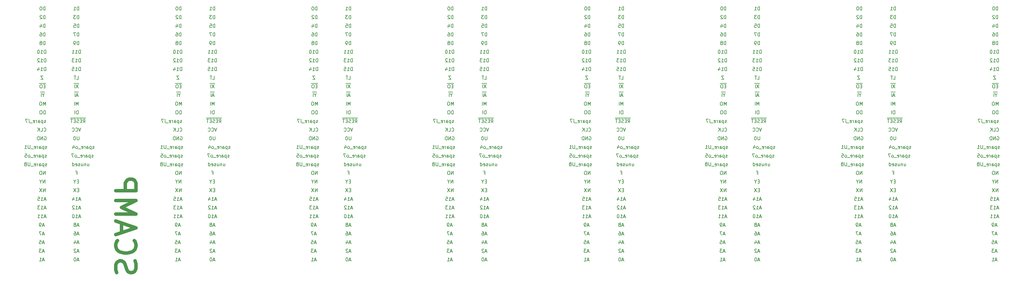
<source format=gbr>
G04 #@! TF.GenerationSoftware,KiCad,Pcbnew,5.1.5+dfsg1-2build2*
G04 #@! TF.CreationDate,2021-02-22T20:55:43+00:00*
G04 #@! TF.ProjectId,backplane,6261636b-706c-4616-9e65-2e6b69636164,rev?*
G04 #@! TF.SameCoordinates,Original*
G04 #@! TF.FileFunction,Legend,Bot*
G04 #@! TF.FilePolarity,Positive*
%FSLAX46Y46*%
G04 Gerber Fmt 4.6, Leading zero omitted, Abs format (unit mm)*
G04 Created by KiCad (PCBNEW 5.1.5+dfsg1-2build2) date 2021-02-22 20:55:43*
%MOMM*%
%LPD*%
G04 APERTURE LIST*
%ADD10C,0.150000*%
%ADD11C,1.000000*%
G04 APERTURE END LIST*
D10*
X281804666Y-127658761D02*
X281709428Y-127706380D01*
X281518952Y-127706380D01*
X281423714Y-127658761D01*
X281376095Y-127563523D01*
X281376095Y-127515904D01*
X281423714Y-127420666D01*
X281518952Y-127373047D01*
X281661809Y-127373047D01*
X281757047Y-127325428D01*
X281804666Y-127230190D01*
X281804666Y-127182571D01*
X281757047Y-127087333D01*
X281661809Y-127039714D01*
X281518952Y-127039714D01*
X281423714Y-127087333D01*
X280947523Y-127039714D02*
X280947523Y-128039714D01*
X280947523Y-127087333D02*
X280852285Y-127039714D01*
X280661809Y-127039714D01*
X280566571Y-127087333D01*
X280518952Y-127134952D01*
X280471333Y-127230190D01*
X280471333Y-127515904D01*
X280518952Y-127611142D01*
X280566571Y-127658761D01*
X280661809Y-127706380D01*
X280852285Y-127706380D01*
X280947523Y-127658761D01*
X279614190Y-127706380D02*
X279614190Y-127182571D01*
X279661809Y-127087333D01*
X279757047Y-127039714D01*
X279947523Y-127039714D01*
X280042761Y-127087333D01*
X279614190Y-127658761D02*
X279709428Y-127706380D01*
X279947523Y-127706380D01*
X280042761Y-127658761D01*
X280090380Y-127563523D01*
X280090380Y-127468285D01*
X280042761Y-127373047D01*
X279947523Y-127325428D01*
X279709428Y-127325428D01*
X279614190Y-127277809D01*
X279138000Y-127706380D02*
X279138000Y-127039714D01*
X279138000Y-127230190D02*
X279090380Y-127134952D01*
X279042761Y-127087333D01*
X278947523Y-127039714D01*
X278852285Y-127039714D01*
X278138000Y-127658761D02*
X278233238Y-127706380D01*
X278423714Y-127706380D01*
X278518952Y-127658761D01*
X278566571Y-127563523D01*
X278566571Y-127182571D01*
X278518952Y-127087333D01*
X278423714Y-127039714D01*
X278233238Y-127039714D01*
X278138000Y-127087333D01*
X278090380Y-127182571D01*
X278090380Y-127277809D01*
X278566571Y-127373047D01*
X277899904Y-127801619D02*
X277138000Y-127801619D01*
X276757047Y-127706380D02*
X276852285Y-127658761D01*
X276899904Y-127611142D01*
X276947523Y-127515904D01*
X276947523Y-127230190D01*
X276899904Y-127134952D01*
X276852285Y-127087333D01*
X276757047Y-127039714D01*
X276614190Y-127039714D01*
X276518952Y-127087333D01*
X276471333Y-127134952D01*
X276423714Y-127230190D01*
X276423714Y-127515904D01*
X276471333Y-127611142D01*
X276518952Y-127658761D01*
X276614190Y-127706380D01*
X276757047Y-127706380D01*
X276090380Y-126706380D02*
X275423714Y-126706380D01*
X275852285Y-127706380D01*
X267692095Y-94686380D02*
X267692095Y-93686380D01*
X267454000Y-93686380D01*
X267311142Y-93734000D01*
X267215904Y-93829238D01*
X267168285Y-93924476D01*
X267120666Y-94114952D01*
X267120666Y-94257809D01*
X267168285Y-94448285D01*
X267215904Y-94543523D01*
X267311142Y-94638761D01*
X267454000Y-94686380D01*
X267692095Y-94686380D01*
X266549238Y-94114952D02*
X266644476Y-94067333D01*
X266692095Y-94019714D01*
X266739714Y-93924476D01*
X266739714Y-93876857D01*
X266692095Y-93781619D01*
X266644476Y-93734000D01*
X266549238Y-93686380D01*
X266358761Y-93686380D01*
X266263523Y-93734000D01*
X266215904Y-93781619D01*
X266168285Y-93876857D01*
X266168285Y-93924476D01*
X266215904Y-94019714D01*
X266263523Y-94067333D01*
X266358761Y-94114952D01*
X266549238Y-94114952D01*
X266644476Y-94162571D01*
X266692095Y-94210190D01*
X266739714Y-94305428D01*
X266739714Y-94495904D01*
X266692095Y-94591142D01*
X266644476Y-94638761D01*
X266549238Y-94686380D01*
X266358761Y-94686380D01*
X266263523Y-94638761D01*
X266215904Y-94591142D01*
X266168285Y-94495904D01*
X266168285Y-94305428D01*
X266215904Y-94210190D01*
X266263523Y-94162571D01*
X266358761Y-94114952D01*
X347844666Y-127658761D02*
X347749428Y-127706380D01*
X347558952Y-127706380D01*
X347463714Y-127658761D01*
X347416095Y-127563523D01*
X347416095Y-127515904D01*
X347463714Y-127420666D01*
X347558952Y-127373047D01*
X347701809Y-127373047D01*
X347797047Y-127325428D01*
X347844666Y-127230190D01*
X347844666Y-127182571D01*
X347797047Y-127087333D01*
X347701809Y-127039714D01*
X347558952Y-127039714D01*
X347463714Y-127087333D01*
X346987523Y-127039714D02*
X346987523Y-128039714D01*
X346987523Y-127087333D02*
X346892285Y-127039714D01*
X346701809Y-127039714D01*
X346606571Y-127087333D01*
X346558952Y-127134952D01*
X346511333Y-127230190D01*
X346511333Y-127515904D01*
X346558952Y-127611142D01*
X346606571Y-127658761D01*
X346701809Y-127706380D01*
X346892285Y-127706380D01*
X346987523Y-127658761D01*
X345654190Y-127706380D02*
X345654190Y-127182571D01*
X345701809Y-127087333D01*
X345797047Y-127039714D01*
X345987523Y-127039714D01*
X346082761Y-127087333D01*
X345654190Y-127658761D02*
X345749428Y-127706380D01*
X345987523Y-127706380D01*
X346082761Y-127658761D01*
X346130380Y-127563523D01*
X346130380Y-127468285D01*
X346082761Y-127373047D01*
X345987523Y-127325428D01*
X345749428Y-127325428D01*
X345654190Y-127277809D01*
X345178000Y-127706380D02*
X345178000Y-127039714D01*
X345178000Y-127230190D02*
X345130380Y-127134952D01*
X345082761Y-127087333D01*
X344987523Y-127039714D01*
X344892285Y-127039714D01*
X344178000Y-127658761D02*
X344273238Y-127706380D01*
X344463714Y-127706380D01*
X344558952Y-127658761D01*
X344606571Y-127563523D01*
X344606571Y-127182571D01*
X344558952Y-127087333D01*
X344463714Y-127039714D01*
X344273238Y-127039714D01*
X344178000Y-127087333D01*
X344130380Y-127182571D01*
X344130380Y-127277809D01*
X344606571Y-127373047D01*
X343939904Y-127801619D02*
X343178000Y-127801619D01*
X342797047Y-127706380D02*
X342892285Y-127658761D01*
X342939904Y-127611142D01*
X342987523Y-127515904D01*
X342987523Y-127230190D01*
X342939904Y-127134952D01*
X342892285Y-127087333D01*
X342797047Y-127039714D01*
X342654190Y-127039714D01*
X342558952Y-127087333D01*
X342511333Y-127134952D01*
X342463714Y-127230190D01*
X342463714Y-127515904D01*
X342511333Y-127611142D01*
X342558952Y-127658761D01*
X342654190Y-127706380D01*
X342797047Y-127706380D01*
X341558952Y-126706380D02*
X342035142Y-126706380D01*
X342082761Y-127182571D01*
X342035142Y-127134952D01*
X341939904Y-127087333D01*
X341701809Y-127087333D01*
X341606571Y-127134952D01*
X341558952Y-127182571D01*
X341511333Y-127277809D01*
X341511333Y-127515904D01*
X341558952Y-127611142D01*
X341606571Y-127658761D01*
X341701809Y-127706380D01*
X341939904Y-127706380D01*
X342035142Y-127658761D01*
X342082761Y-127611142D01*
X346789333Y-103846380D02*
X346122666Y-103846380D01*
X346789333Y-104846380D01*
X346122666Y-104846380D01*
X278050476Y-145186666D02*
X277574285Y-145186666D01*
X278145714Y-145472380D02*
X277812380Y-144472380D01*
X277479047Y-145472380D01*
X276621904Y-145472380D02*
X277193333Y-145472380D01*
X276907619Y-145472380D02*
X276907619Y-144472380D01*
X277002857Y-144615238D01*
X277098095Y-144710476D01*
X277193333Y-144758095D01*
X276002857Y-144472380D02*
X275907619Y-144472380D01*
X275812380Y-144520000D01*
X275764761Y-144567619D01*
X275717142Y-144662857D01*
X275669523Y-144853333D01*
X275669523Y-145091428D01*
X275717142Y-145281904D01*
X275764761Y-145377142D01*
X275812380Y-145424761D01*
X275907619Y-145472380D01*
X276002857Y-145472380D01*
X276098095Y-145424761D01*
X276145714Y-145377142D01*
X276193333Y-145281904D01*
X276240952Y-145091428D01*
X276240952Y-144853333D01*
X276193333Y-144662857D01*
X276145714Y-144567619D01*
X276098095Y-144520000D01*
X276002857Y-144472380D01*
X278193333Y-119086380D02*
X277860000Y-120086380D01*
X277526666Y-119086380D01*
X276621904Y-119991142D02*
X276669523Y-120038761D01*
X276812380Y-120086380D01*
X276907619Y-120086380D01*
X277050476Y-120038761D01*
X277145714Y-119943523D01*
X277193333Y-119848285D01*
X277240952Y-119657809D01*
X277240952Y-119514952D01*
X277193333Y-119324476D01*
X277145714Y-119229238D01*
X277050476Y-119134000D01*
X276907619Y-119086380D01*
X276812380Y-119086380D01*
X276669523Y-119134000D01*
X276621904Y-119181619D01*
X275621904Y-119991142D02*
X275669523Y-120038761D01*
X275812380Y-120086380D01*
X275907619Y-120086380D01*
X276050476Y-120038761D01*
X276145714Y-119943523D01*
X276193333Y-119848285D01*
X276240952Y-119657809D01*
X276240952Y-119514952D01*
X276193333Y-119324476D01*
X276145714Y-119229238D01*
X276050476Y-119134000D01*
X275907619Y-119086380D01*
X275812380Y-119086380D01*
X275669523Y-119134000D01*
X275621904Y-119181619D01*
X277621904Y-121626380D02*
X277621904Y-122435904D01*
X277574285Y-122531142D01*
X277526666Y-122578761D01*
X277431428Y-122626380D01*
X277240952Y-122626380D01*
X277145714Y-122578761D01*
X277098095Y-122531142D01*
X277050476Y-122435904D01*
X277050476Y-121626380D01*
X276383809Y-121626380D02*
X276288571Y-121626380D01*
X276193333Y-121674000D01*
X276145714Y-121721619D01*
X276098095Y-121816857D01*
X276050476Y-122007333D01*
X276050476Y-122245428D01*
X276098095Y-122435904D01*
X276145714Y-122531142D01*
X276193333Y-122578761D01*
X276288571Y-122626380D01*
X276383809Y-122626380D01*
X276479047Y-122578761D01*
X276526666Y-122531142D01*
X276574285Y-122435904D01*
X276621904Y-122245428D01*
X276621904Y-122007333D01*
X276574285Y-121816857D01*
X276526666Y-121721619D01*
X276479047Y-121674000D01*
X276383809Y-121626380D01*
X277574285Y-157900666D02*
X277098095Y-157900666D01*
X277669523Y-158186380D02*
X277336190Y-157186380D01*
X277002857Y-158186380D01*
X276479047Y-157186380D02*
X276383809Y-157186380D01*
X276288571Y-157234000D01*
X276240952Y-157281619D01*
X276193333Y-157376857D01*
X276145714Y-157567333D01*
X276145714Y-157805428D01*
X276193333Y-157995904D01*
X276240952Y-158091142D01*
X276288571Y-158138761D01*
X276383809Y-158186380D01*
X276479047Y-158186380D01*
X276574285Y-158138761D01*
X276621904Y-158091142D01*
X276669523Y-157995904D01*
X276717142Y-157805428D01*
X276717142Y-157567333D01*
X276669523Y-157376857D01*
X276621904Y-157281619D01*
X276574285Y-157234000D01*
X276479047Y-157186380D01*
X279629904Y-116179000D02*
X278629904Y-116179000D01*
X278820380Y-117546380D02*
X279153714Y-117070190D01*
X279391809Y-117546380D02*
X279391809Y-116546380D01*
X279010857Y-116546380D01*
X278915619Y-116594000D01*
X278868000Y-116641619D01*
X278820380Y-116736857D01*
X278820380Y-116879714D01*
X278868000Y-116974952D01*
X278915619Y-117022571D01*
X279010857Y-117070190D01*
X279391809Y-117070190D01*
X278629904Y-116179000D02*
X277725142Y-116179000D01*
X278391809Y-117022571D02*
X278058476Y-117022571D01*
X277915619Y-117546380D02*
X278391809Y-117546380D01*
X278391809Y-116546380D01*
X277915619Y-116546380D01*
X277725142Y-116179000D02*
X276772761Y-116179000D01*
X277534666Y-117498761D02*
X277391809Y-117546380D01*
X277153714Y-117546380D01*
X277058476Y-117498761D01*
X277010857Y-117451142D01*
X276963238Y-117355904D01*
X276963238Y-117260666D01*
X277010857Y-117165428D01*
X277058476Y-117117809D01*
X277153714Y-117070190D01*
X277344190Y-117022571D01*
X277439428Y-116974952D01*
X277487047Y-116927333D01*
X277534666Y-116832095D01*
X277534666Y-116736857D01*
X277487047Y-116641619D01*
X277439428Y-116594000D01*
X277344190Y-116546380D01*
X277106095Y-116546380D01*
X276963238Y-116594000D01*
X276772761Y-116179000D02*
X275868000Y-116179000D01*
X276534666Y-117022571D02*
X276201333Y-117022571D01*
X276058476Y-117546380D02*
X276534666Y-117546380D01*
X276534666Y-116546380D01*
X276058476Y-116546380D01*
X275868000Y-116179000D02*
X275106095Y-116179000D01*
X275772761Y-116546380D02*
X275201333Y-116546380D01*
X275487047Y-117546380D02*
X275487047Y-116546380D01*
X267874380Y-117498761D02*
X267779142Y-117546380D01*
X267588666Y-117546380D01*
X267493428Y-117498761D01*
X267445809Y-117403523D01*
X267445809Y-117355904D01*
X267493428Y-117260666D01*
X267588666Y-117213047D01*
X267731523Y-117213047D01*
X267826761Y-117165428D01*
X267874380Y-117070190D01*
X267874380Y-117022571D01*
X267826761Y-116927333D01*
X267731523Y-116879714D01*
X267588666Y-116879714D01*
X267493428Y-116927333D01*
X267017238Y-116879714D02*
X267017238Y-117879714D01*
X267017238Y-116927333D02*
X266922000Y-116879714D01*
X266731523Y-116879714D01*
X266636285Y-116927333D01*
X266588666Y-116974952D01*
X266541047Y-117070190D01*
X266541047Y-117355904D01*
X266588666Y-117451142D01*
X266636285Y-117498761D01*
X266731523Y-117546380D01*
X266922000Y-117546380D01*
X267017238Y-117498761D01*
X265683904Y-117546380D02*
X265683904Y-117022571D01*
X265731523Y-116927333D01*
X265826761Y-116879714D01*
X266017238Y-116879714D01*
X266112476Y-116927333D01*
X265683904Y-117498761D02*
X265779142Y-117546380D01*
X266017238Y-117546380D01*
X266112476Y-117498761D01*
X266160095Y-117403523D01*
X266160095Y-117308285D01*
X266112476Y-117213047D01*
X266017238Y-117165428D01*
X265779142Y-117165428D01*
X265683904Y-117117809D01*
X265207714Y-117546380D02*
X265207714Y-116879714D01*
X265207714Y-117070190D02*
X265160095Y-116974952D01*
X265112476Y-116927333D01*
X265017238Y-116879714D01*
X264922000Y-116879714D01*
X264207714Y-117498761D02*
X264302952Y-117546380D01*
X264493428Y-117546380D01*
X264588666Y-117498761D01*
X264636285Y-117403523D01*
X264636285Y-117022571D01*
X264588666Y-116927333D01*
X264493428Y-116879714D01*
X264302952Y-116879714D01*
X264207714Y-116927333D01*
X264160095Y-117022571D01*
X264160095Y-117117809D01*
X264636285Y-117213047D01*
X263969619Y-117641619D02*
X263207714Y-117641619D01*
X262969619Y-117546380D02*
X262969619Y-116879714D01*
X262969619Y-116546380D02*
X263017238Y-116594000D01*
X262969619Y-116641619D01*
X262922000Y-116594000D01*
X262969619Y-116546380D01*
X262969619Y-116641619D01*
X262588666Y-116546380D02*
X261922000Y-116546380D01*
X262350571Y-117546380D01*
X277598095Y-87066380D02*
X277598095Y-86066380D01*
X277360000Y-86066380D01*
X277217142Y-86114000D01*
X277121904Y-86209238D01*
X277074285Y-86304476D01*
X277026666Y-86494952D01*
X277026666Y-86637809D01*
X277074285Y-86828285D01*
X277121904Y-86923523D01*
X277217142Y-87018761D01*
X277360000Y-87066380D01*
X277598095Y-87066380D01*
X276693333Y-86066380D02*
X276074285Y-86066380D01*
X276407619Y-86447333D01*
X276264761Y-86447333D01*
X276169523Y-86494952D01*
X276121904Y-86542571D01*
X276074285Y-86637809D01*
X276074285Y-86875904D01*
X276121904Y-86971142D01*
X276169523Y-87018761D01*
X276264761Y-87066380D01*
X276550476Y-87066380D01*
X276645714Y-87018761D01*
X276693333Y-86971142D01*
X277598095Y-89606380D02*
X277598095Y-88606380D01*
X277360000Y-88606380D01*
X277217142Y-88654000D01*
X277121904Y-88749238D01*
X277074285Y-88844476D01*
X277026666Y-89034952D01*
X277026666Y-89177809D01*
X277074285Y-89368285D01*
X277121904Y-89463523D01*
X277217142Y-89558761D01*
X277360000Y-89606380D01*
X277598095Y-89606380D01*
X276121904Y-88606380D02*
X276598095Y-88606380D01*
X276645714Y-89082571D01*
X276598095Y-89034952D01*
X276502857Y-88987333D01*
X276264761Y-88987333D01*
X276169523Y-89034952D01*
X276121904Y-89082571D01*
X276074285Y-89177809D01*
X276074285Y-89415904D01*
X276121904Y-89511142D01*
X276169523Y-89558761D01*
X276264761Y-89606380D01*
X276502857Y-89606380D01*
X276598095Y-89558761D01*
X276645714Y-89511142D01*
X278074285Y-102306380D02*
X278074285Y-101306380D01*
X277836190Y-101306380D01*
X277693333Y-101354000D01*
X277598095Y-101449238D01*
X277550476Y-101544476D01*
X277502857Y-101734952D01*
X277502857Y-101877809D01*
X277550476Y-102068285D01*
X277598095Y-102163523D01*
X277693333Y-102258761D01*
X277836190Y-102306380D01*
X278074285Y-102306380D01*
X276550476Y-102306380D02*
X277121904Y-102306380D01*
X276836190Y-102306380D02*
X276836190Y-101306380D01*
X276931428Y-101449238D01*
X277026666Y-101544476D01*
X277121904Y-101592095D01*
X275645714Y-101306380D02*
X276121904Y-101306380D01*
X276169523Y-101782571D01*
X276121904Y-101734952D01*
X276026666Y-101687333D01*
X275788571Y-101687333D01*
X275693333Y-101734952D01*
X275645714Y-101782571D01*
X275598095Y-101877809D01*
X275598095Y-102115904D01*
X275645714Y-102211142D01*
X275693333Y-102258761D01*
X275788571Y-102306380D01*
X276026666Y-102306380D01*
X276121904Y-102258761D01*
X276169523Y-102211142D01*
X276931428Y-104846380D02*
X277407619Y-104846380D01*
X277407619Y-103846380D01*
X276740952Y-103846380D02*
X276169523Y-103846380D01*
X276455238Y-104846380D02*
X276455238Y-103846380D01*
X347217904Y-121674000D02*
X347313142Y-121626380D01*
X347456000Y-121626380D01*
X347598857Y-121674000D01*
X347694095Y-121769238D01*
X347741714Y-121864476D01*
X347789333Y-122054952D01*
X347789333Y-122197809D01*
X347741714Y-122388285D01*
X347694095Y-122483523D01*
X347598857Y-122578761D01*
X347456000Y-122626380D01*
X347360761Y-122626380D01*
X347217904Y-122578761D01*
X347170285Y-122531142D01*
X347170285Y-122197809D01*
X347360761Y-122197809D01*
X346741714Y-122626380D02*
X346741714Y-121626380D01*
X346170285Y-122626380D01*
X346170285Y-121626380D01*
X345694095Y-122626380D02*
X345694095Y-121626380D01*
X345456000Y-121626380D01*
X345313142Y-121674000D01*
X345217904Y-121769238D01*
X345170285Y-121864476D01*
X345122666Y-122054952D01*
X345122666Y-122197809D01*
X345170285Y-122388285D01*
X345217904Y-122483523D01*
X345313142Y-122578761D01*
X345456000Y-122626380D01*
X345694095Y-122626380D01*
X347495714Y-115006380D02*
X347495714Y-114006380D01*
X347257619Y-114006380D01*
X347114761Y-114054000D01*
X347019523Y-114149238D01*
X346971904Y-114244476D01*
X346924285Y-114434952D01*
X346924285Y-114577809D01*
X346971904Y-114768285D01*
X347019523Y-114863523D01*
X347114761Y-114958761D01*
X347257619Y-115006380D01*
X347495714Y-115006380D01*
X346305238Y-114006380D02*
X346114761Y-114006380D01*
X346019523Y-114054000D01*
X345924285Y-114149238D01*
X345876666Y-114339714D01*
X345876666Y-114673047D01*
X345924285Y-114863523D01*
X346019523Y-114958761D01*
X346114761Y-115006380D01*
X346305238Y-115006380D01*
X346400476Y-114958761D01*
X346495714Y-114863523D01*
X346543333Y-114673047D01*
X346543333Y-114339714D01*
X346495714Y-114149238D01*
X346400476Y-114054000D01*
X346305238Y-114006380D01*
X277598095Y-84526380D02*
X277598095Y-83526380D01*
X277360000Y-83526380D01*
X277217142Y-83574000D01*
X277121904Y-83669238D01*
X277074285Y-83764476D01*
X277026666Y-83954952D01*
X277026666Y-84097809D01*
X277074285Y-84288285D01*
X277121904Y-84383523D01*
X277217142Y-84478761D01*
X277360000Y-84526380D01*
X277598095Y-84526380D01*
X276074285Y-84526380D02*
X276645714Y-84526380D01*
X276360000Y-84526380D02*
X276360000Y-83526380D01*
X276455238Y-83669238D01*
X276550476Y-83764476D01*
X276645714Y-83812095D01*
X267811142Y-112466380D02*
X267811142Y-111466380D01*
X267477809Y-112180666D01*
X267144476Y-111466380D01*
X267144476Y-112466380D01*
X266477809Y-111466380D02*
X266287333Y-111466380D01*
X266192095Y-111514000D01*
X266096857Y-111609238D01*
X266049238Y-111799714D01*
X266049238Y-112133047D01*
X266096857Y-112323523D01*
X266192095Y-112418761D01*
X266287333Y-112466380D01*
X266477809Y-112466380D01*
X266573047Y-112418761D01*
X266668285Y-112323523D01*
X266715904Y-112133047D01*
X266715904Y-111799714D01*
X266668285Y-111609238D01*
X266573047Y-111514000D01*
X266477809Y-111466380D01*
X282058666Y-125118761D02*
X281963428Y-125166380D01*
X281772952Y-125166380D01*
X281677714Y-125118761D01*
X281630095Y-125023523D01*
X281630095Y-124975904D01*
X281677714Y-124880666D01*
X281772952Y-124833047D01*
X281915809Y-124833047D01*
X282011047Y-124785428D01*
X282058666Y-124690190D01*
X282058666Y-124642571D01*
X282011047Y-124547333D01*
X281915809Y-124499714D01*
X281772952Y-124499714D01*
X281677714Y-124547333D01*
X281201523Y-124499714D02*
X281201523Y-125499714D01*
X281201523Y-124547333D02*
X281106285Y-124499714D01*
X280915809Y-124499714D01*
X280820571Y-124547333D01*
X280772952Y-124594952D01*
X280725333Y-124690190D01*
X280725333Y-124975904D01*
X280772952Y-125071142D01*
X280820571Y-125118761D01*
X280915809Y-125166380D01*
X281106285Y-125166380D01*
X281201523Y-125118761D01*
X279868190Y-125166380D02*
X279868190Y-124642571D01*
X279915809Y-124547333D01*
X280011047Y-124499714D01*
X280201523Y-124499714D01*
X280296761Y-124547333D01*
X279868190Y-125118761D02*
X279963428Y-125166380D01*
X280201523Y-125166380D01*
X280296761Y-125118761D01*
X280344380Y-125023523D01*
X280344380Y-124928285D01*
X280296761Y-124833047D01*
X280201523Y-124785428D01*
X279963428Y-124785428D01*
X279868190Y-124737809D01*
X279392000Y-125166380D02*
X279392000Y-124499714D01*
X279392000Y-124690190D02*
X279344380Y-124594952D01*
X279296761Y-124547333D01*
X279201523Y-124499714D01*
X279106285Y-124499714D01*
X278392000Y-125118761D02*
X278487238Y-125166380D01*
X278677714Y-125166380D01*
X278772952Y-125118761D01*
X278820571Y-125023523D01*
X278820571Y-124642571D01*
X278772952Y-124547333D01*
X278677714Y-124499714D01*
X278487238Y-124499714D01*
X278392000Y-124547333D01*
X278344380Y-124642571D01*
X278344380Y-124737809D01*
X278820571Y-124833047D01*
X278153904Y-125261619D02*
X277392000Y-125261619D01*
X277011047Y-125166380D02*
X277106285Y-125118761D01*
X277153904Y-125071142D01*
X277201523Y-124975904D01*
X277201523Y-124690190D01*
X277153904Y-124594952D01*
X277106285Y-124547333D01*
X277011047Y-124499714D01*
X276868190Y-124499714D01*
X276772952Y-124547333D01*
X276725333Y-124594952D01*
X276677714Y-124690190D01*
X276677714Y-124975904D01*
X276725333Y-125071142D01*
X276772952Y-125118761D01*
X276868190Y-125166380D01*
X277011047Y-125166380D01*
X275820571Y-124499714D02*
X275820571Y-125166380D01*
X276058666Y-124118761D02*
X276296761Y-124833047D01*
X275677714Y-124833047D01*
X267914285Y-102306380D02*
X267914285Y-101306380D01*
X267676190Y-101306380D01*
X267533333Y-101354000D01*
X267438095Y-101449238D01*
X267390476Y-101544476D01*
X267342857Y-101734952D01*
X267342857Y-101877809D01*
X267390476Y-102068285D01*
X267438095Y-102163523D01*
X267533333Y-102258761D01*
X267676190Y-102306380D01*
X267914285Y-102306380D01*
X266390476Y-102306380D02*
X266961904Y-102306380D01*
X266676190Y-102306380D02*
X266676190Y-101306380D01*
X266771428Y-101449238D01*
X266866666Y-101544476D01*
X266961904Y-101592095D01*
X265533333Y-101639714D02*
X265533333Y-102306380D01*
X265771428Y-101258761D02*
X266009523Y-101973047D01*
X265390476Y-101973047D01*
X237720095Y-84526380D02*
X237720095Y-83526380D01*
X237482000Y-83526380D01*
X237339142Y-83574000D01*
X237243904Y-83669238D01*
X237196285Y-83764476D01*
X237148666Y-83954952D01*
X237148666Y-84097809D01*
X237196285Y-84288285D01*
X237243904Y-84383523D01*
X237339142Y-84478761D01*
X237482000Y-84526380D01*
X237720095Y-84526380D01*
X236196285Y-84526380D02*
X236767714Y-84526380D01*
X236482000Y-84526380D02*
X236482000Y-83526380D01*
X236577238Y-83669238D01*
X236672476Y-83764476D01*
X236767714Y-83812095D01*
X237720095Y-87066380D02*
X237720095Y-86066380D01*
X237482000Y-86066380D01*
X237339142Y-86114000D01*
X237243904Y-86209238D01*
X237196285Y-86304476D01*
X237148666Y-86494952D01*
X237148666Y-86637809D01*
X237196285Y-86828285D01*
X237243904Y-86923523D01*
X237339142Y-87018761D01*
X237482000Y-87066380D01*
X237720095Y-87066380D01*
X236815333Y-86066380D02*
X236196285Y-86066380D01*
X236529619Y-86447333D01*
X236386761Y-86447333D01*
X236291523Y-86494952D01*
X236243904Y-86542571D01*
X236196285Y-86637809D01*
X236196285Y-86875904D01*
X236243904Y-86971142D01*
X236291523Y-87018761D01*
X236386761Y-87066380D01*
X236672476Y-87066380D01*
X236767714Y-87018761D01*
X236815333Y-86971142D01*
X237720095Y-89606380D02*
X237720095Y-88606380D01*
X237482000Y-88606380D01*
X237339142Y-88654000D01*
X237243904Y-88749238D01*
X237196285Y-88844476D01*
X237148666Y-89034952D01*
X237148666Y-89177809D01*
X237196285Y-89368285D01*
X237243904Y-89463523D01*
X237339142Y-89558761D01*
X237482000Y-89606380D01*
X237720095Y-89606380D01*
X236243904Y-88606380D02*
X236720095Y-88606380D01*
X236767714Y-89082571D01*
X236720095Y-89034952D01*
X236624857Y-88987333D01*
X236386761Y-88987333D01*
X236291523Y-89034952D01*
X236243904Y-89082571D01*
X236196285Y-89177809D01*
X236196285Y-89415904D01*
X236243904Y-89511142D01*
X236291523Y-89558761D01*
X236386761Y-89606380D01*
X236624857Y-89606380D01*
X236720095Y-89558761D01*
X236767714Y-89511142D01*
X237720095Y-92146380D02*
X237720095Y-91146380D01*
X237482000Y-91146380D01*
X237339142Y-91194000D01*
X237243904Y-91289238D01*
X237196285Y-91384476D01*
X237148666Y-91574952D01*
X237148666Y-91717809D01*
X237196285Y-91908285D01*
X237243904Y-92003523D01*
X237339142Y-92098761D01*
X237482000Y-92146380D01*
X237720095Y-92146380D01*
X236815333Y-91146380D02*
X236148666Y-91146380D01*
X236577238Y-92146380D01*
X237720095Y-94686380D02*
X237720095Y-93686380D01*
X237482000Y-93686380D01*
X237339142Y-93734000D01*
X237243904Y-93829238D01*
X237196285Y-93924476D01*
X237148666Y-94114952D01*
X237148666Y-94257809D01*
X237196285Y-94448285D01*
X237243904Y-94543523D01*
X237339142Y-94638761D01*
X237482000Y-94686380D01*
X237720095Y-94686380D01*
X236672476Y-94686380D02*
X236482000Y-94686380D01*
X236386761Y-94638761D01*
X236339142Y-94591142D01*
X236243904Y-94448285D01*
X236196285Y-94257809D01*
X236196285Y-93876857D01*
X236243904Y-93781619D01*
X236291523Y-93734000D01*
X236386761Y-93686380D01*
X236577238Y-93686380D01*
X236672476Y-93734000D01*
X236720095Y-93781619D01*
X236767714Y-93876857D01*
X236767714Y-94114952D01*
X236720095Y-94210190D01*
X236672476Y-94257809D01*
X236577238Y-94305428D01*
X236386761Y-94305428D01*
X236291523Y-94257809D01*
X236243904Y-94210190D01*
X236196285Y-94114952D01*
X238196285Y-97226380D02*
X238196285Y-96226380D01*
X237958190Y-96226380D01*
X237815333Y-96274000D01*
X237720095Y-96369238D01*
X237672476Y-96464476D01*
X237624857Y-96654952D01*
X237624857Y-96797809D01*
X237672476Y-96988285D01*
X237720095Y-97083523D01*
X237815333Y-97178761D01*
X237958190Y-97226380D01*
X238196285Y-97226380D01*
X236672476Y-97226380D02*
X237243904Y-97226380D01*
X236958190Y-97226380D02*
X236958190Y-96226380D01*
X237053428Y-96369238D01*
X237148666Y-96464476D01*
X237243904Y-96512095D01*
X235720095Y-97226380D02*
X236291523Y-97226380D01*
X236005809Y-97226380D02*
X236005809Y-96226380D01*
X236101047Y-96369238D01*
X236196285Y-96464476D01*
X236291523Y-96512095D01*
X238196285Y-99766380D02*
X238196285Y-98766380D01*
X237958190Y-98766380D01*
X237815333Y-98814000D01*
X237720095Y-98909238D01*
X237672476Y-99004476D01*
X237624857Y-99194952D01*
X237624857Y-99337809D01*
X237672476Y-99528285D01*
X237720095Y-99623523D01*
X237815333Y-99718761D01*
X237958190Y-99766380D01*
X238196285Y-99766380D01*
X236672476Y-99766380D02*
X237243904Y-99766380D01*
X236958190Y-99766380D02*
X236958190Y-98766380D01*
X237053428Y-98909238D01*
X237148666Y-99004476D01*
X237243904Y-99052095D01*
X236339142Y-98766380D02*
X235720095Y-98766380D01*
X236053428Y-99147333D01*
X235910571Y-99147333D01*
X235815333Y-99194952D01*
X235767714Y-99242571D01*
X235720095Y-99337809D01*
X235720095Y-99575904D01*
X235767714Y-99671142D01*
X235815333Y-99718761D01*
X235910571Y-99766380D01*
X236196285Y-99766380D01*
X236291523Y-99718761D01*
X236339142Y-99671142D01*
X238196285Y-102306380D02*
X238196285Y-101306380D01*
X237958190Y-101306380D01*
X237815333Y-101354000D01*
X237720095Y-101449238D01*
X237672476Y-101544476D01*
X237624857Y-101734952D01*
X237624857Y-101877809D01*
X237672476Y-102068285D01*
X237720095Y-102163523D01*
X237815333Y-102258761D01*
X237958190Y-102306380D01*
X238196285Y-102306380D01*
X236672476Y-102306380D02*
X237243904Y-102306380D01*
X236958190Y-102306380D02*
X236958190Y-101306380D01*
X237053428Y-101449238D01*
X237148666Y-101544476D01*
X237243904Y-101592095D01*
X235767714Y-101306380D02*
X236243904Y-101306380D01*
X236291523Y-101782571D01*
X236243904Y-101734952D01*
X236148666Y-101687333D01*
X235910571Y-101687333D01*
X235815333Y-101734952D01*
X235767714Y-101782571D01*
X235720095Y-101877809D01*
X235720095Y-102115904D01*
X235767714Y-102211142D01*
X235815333Y-102258761D01*
X235910571Y-102306380D01*
X236148666Y-102306380D01*
X236243904Y-102258761D01*
X236291523Y-102211142D01*
X237053428Y-104846380D02*
X237529619Y-104846380D01*
X237529619Y-103846380D01*
X236862952Y-103846380D02*
X236291523Y-103846380D01*
X236577238Y-104846380D02*
X236577238Y-103846380D01*
X237696285Y-106019000D02*
X236743904Y-106019000D01*
X237553428Y-106386380D02*
X236886761Y-107386380D01*
X236886761Y-106386380D02*
X237553428Y-107386380D01*
X236743904Y-106019000D02*
X236267714Y-106019000D01*
X236505809Y-107386380D02*
X236505809Y-106386380D01*
X237648666Y-108559000D02*
X236791523Y-108559000D01*
X237458190Y-109640666D02*
X236982000Y-109640666D01*
X237553428Y-109926380D02*
X237220095Y-108926380D01*
X236886761Y-109926380D01*
X236791523Y-108559000D02*
X236315333Y-108559000D01*
X236553428Y-109926380D02*
X236553428Y-108926380D01*
X237553428Y-112466380D02*
X237553428Y-111466380D01*
X237220095Y-112180666D01*
X236886761Y-111466380D01*
X236886761Y-112466380D01*
X236410571Y-112466380D02*
X236410571Y-111466380D01*
X237482000Y-115006380D02*
X237482000Y-114006380D01*
X237243904Y-114006380D01*
X237101047Y-114054000D01*
X237005809Y-114149238D01*
X236958190Y-114244476D01*
X236910571Y-114434952D01*
X236910571Y-114577809D01*
X236958190Y-114768285D01*
X237005809Y-114863523D01*
X237101047Y-114958761D01*
X237243904Y-115006380D01*
X237482000Y-115006380D01*
X236482000Y-115006380D02*
X236482000Y-114006380D01*
X239751904Y-116179000D02*
X238751904Y-116179000D01*
X238942380Y-117546380D02*
X239275714Y-117070190D01*
X239513809Y-117546380D02*
X239513809Y-116546380D01*
X239132857Y-116546380D01*
X239037619Y-116594000D01*
X238990000Y-116641619D01*
X238942380Y-116736857D01*
X238942380Y-116879714D01*
X238990000Y-116974952D01*
X239037619Y-117022571D01*
X239132857Y-117070190D01*
X239513809Y-117070190D01*
X238751904Y-116179000D02*
X237847142Y-116179000D01*
X238513809Y-117022571D02*
X238180476Y-117022571D01*
X238037619Y-117546380D02*
X238513809Y-117546380D01*
X238513809Y-116546380D01*
X238037619Y-116546380D01*
X237847142Y-116179000D02*
X236894761Y-116179000D01*
X237656666Y-117498761D02*
X237513809Y-117546380D01*
X237275714Y-117546380D01*
X237180476Y-117498761D01*
X237132857Y-117451142D01*
X237085238Y-117355904D01*
X237085238Y-117260666D01*
X237132857Y-117165428D01*
X237180476Y-117117809D01*
X237275714Y-117070190D01*
X237466190Y-117022571D01*
X237561428Y-116974952D01*
X237609047Y-116927333D01*
X237656666Y-116832095D01*
X237656666Y-116736857D01*
X237609047Y-116641619D01*
X237561428Y-116594000D01*
X237466190Y-116546380D01*
X237228095Y-116546380D01*
X237085238Y-116594000D01*
X236894761Y-116179000D02*
X235990000Y-116179000D01*
X236656666Y-117022571D02*
X236323333Y-117022571D01*
X236180476Y-117546380D02*
X236656666Y-117546380D01*
X236656666Y-116546380D01*
X236180476Y-116546380D01*
X235990000Y-116179000D02*
X235228095Y-116179000D01*
X235894761Y-116546380D02*
X235323333Y-116546380D01*
X235609047Y-117546380D02*
X235609047Y-116546380D01*
X238315333Y-119086380D02*
X237982000Y-120086380D01*
X237648666Y-119086380D01*
X236743904Y-119991142D02*
X236791523Y-120038761D01*
X236934380Y-120086380D01*
X237029619Y-120086380D01*
X237172476Y-120038761D01*
X237267714Y-119943523D01*
X237315333Y-119848285D01*
X237362952Y-119657809D01*
X237362952Y-119514952D01*
X237315333Y-119324476D01*
X237267714Y-119229238D01*
X237172476Y-119134000D01*
X237029619Y-119086380D01*
X236934380Y-119086380D01*
X236791523Y-119134000D01*
X236743904Y-119181619D01*
X235743904Y-119991142D02*
X235791523Y-120038761D01*
X235934380Y-120086380D01*
X236029619Y-120086380D01*
X236172476Y-120038761D01*
X236267714Y-119943523D01*
X236315333Y-119848285D01*
X236362952Y-119657809D01*
X236362952Y-119514952D01*
X236315333Y-119324476D01*
X236267714Y-119229238D01*
X236172476Y-119134000D01*
X236029619Y-119086380D01*
X235934380Y-119086380D01*
X235791523Y-119134000D01*
X235743904Y-119181619D01*
X237743904Y-121626380D02*
X237743904Y-122435904D01*
X237696285Y-122531142D01*
X237648666Y-122578761D01*
X237553428Y-122626380D01*
X237362952Y-122626380D01*
X237267714Y-122578761D01*
X237220095Y-122531142D01*
X237172476Y-122435904D01*
X237172476Y-121626380D01*
X236505809Y-121626380D02*
X236410571Y-121626380D01*
X236315333Y-121674000D01*
X236267714Y-121721619D01*
X236220095Y-121816857D01*
X236172476Y-122007333D01*
X236172476Y-122245428D01*
X236220095Y-122435904D01*
X236267714Y-122531142D01*
X236315333Y-122578761D01*
X236410571Y-122626380D01*
X236505809Y-122626380D01*
X236601047Y-122578761D01*
X236648666Y-122531142D01*
X236696285Y-122435904D01*
X236743904Y-122245428D01*
X236743904Y-122007333D01*
X236696285Y-121816857D01*
X236648666Y-121721619D01*
X236601047Y-121674000D01*
X236505809Y-121626380D01*
X242180666Y-125118761D02*
X242085428Y-125166380D01*
X241894952Y-125166380D01*
X241799714Y-125118761D01*
X241752095Y-125023523D01*
X241752095Y-124975904D01*
X241799714Y-124880666D01*
X241894952Y-124833047D01*
X242037809Y-124833047D01*
X242133047Y-124785428D01*
X242180666Y-124690190D01*
X242180666Y-124642571D01*
X242133047Y-124547333D01*
X242037809Y-124499714D01*
X241894952Y-124499714D01*
X241799714Y-124547333D01*
X241323523Y-124499714D02*
X241323523Y-125499714D01*
X241323523Y-124547333D02*
X241228285Y-124499714D01*
X241037809Y-124499714D01*
X240942571Y-124547333D01*
X240894952Y-124594952D01*
X240847333Y-124690190D01*
X240847333Y-124975904D01*
X240894952Y-125071142D01*
X240942571Y-125118761D01*
X241037809Y-125166380D01*
X241228285Y-125166380D01*
X241323523Y-125118761D01*
X239990190Y-125166380D02*
X239990190Y-124642571D01*
X240037809Y-124547333D01*
X240133047Y-124499714D01*
X240323523Y-124499714D01*
X240418761Y-124547333D01*
X239990190Y-125118761D02*
X240085428Y-125166380D01*
X240323523Y-125166380D01*
X240418761Y-125118761D01*
X240466380Y-125023523D01*
X240466380Y-124928285D01*
X240418761Y-124833047D01*
X240323523Y-124785428D01*
X240085428Y-124785428D01*
X239990190Y-124737809D01*
X239514000Y-125166380D02*
X239514000Y-124499714D01*
X239514000Y-124690190D02*
X239466380Y-124594952D01*
X239418761Y-124547333D01*
X239323523Y-124499714D01*
X239228285Y-124499714D01*
X238514000Y-125118761D02*
X238609238Y-125166380D01*
X238799714Y-125166380D01*
X238894952Y-125118761D01*
X238942571Y-125023523D01*
X238942571Y-124642571D01*
X238894952Y-124547333D01*
X238799714Y-124499714D01*
X238609238Y-124499714D01*
X238514000Y-124547333D01*
X238466380Y-124642571D01*
X238466380Y-124737809D01*
X238942571Y-124833047D01*
X238275904Y-125261619D02*
X237514000Y-125261619D01*
X237133047Y-125166380D02*
X237228285Y-125118761D01*
X237275904Y-125071142D01*
X237323523Y-124975904D01*
X237323523Y-124690190D01*
X237275904Y-124594952D01*
X237228285Y-124547333D01*
X237133047Y-124499714D01*
X236990190Y-124499714D01*
X236894952Y-124547333D01*
X236847333Y-124594952D01*
X236799714Y-124690190D01*
X236799714Y-124975904D01*
X236847333Y-125071142D01*
X236894952Y-125118761D01*
X236990190Y-125166380D01*
X237133047Y-125166380D01*
X235942571Y-124499714D02*
X235942571Y-125166380D01*
X236180666Y-124118761D02*
X236418761Y-124833047D01*
X235799714Y-124833047D01*
X241926666Y-127658761D02*
X241831428Y-127706380D01*
X241640952Y-127706380D01*
X241545714Y-127658761D01*
X241498095Y-127563523D01*
X241498095Y-127515904D01*
X241545714Y-127420666D01*
X241640952Y-127373047D01*
X241783809Y-127373047D01*
X241879047Y-127325428D01*
X241926666Y-127230190D01*
X241926666Y-127182571D01*
X241879047Y-127087333D01*
X241783809Y-127039714D01*
X241640952Y-127039714D01*
X241545714Y-127087333D01*
X241069523Y-127039714D02*
X241069523Y-128039714D01*
X241069523Y-127087333D02*
X240974285Y-127039714D01*
X240783809Y-127039714D01*
X240688571Y-127087333D01*
X240640952Y-127134952D01*
X240593333Y-127230190D01*
X240593333Y-127515904D01*
X240640952Y-127611142D01*
X240688571Y-127658761D01*
X240783809Y-127706380D01*
X240974285Y-127706380D01*
X241069523Y-127658761D01*
X239736190Y-127706380D02*
X239736190Y-127182571D01*
X239783809Y-127087333D01*
X239879047Y-127039714D01*
X240069523Y-127039714D01*
X240164761Y-127087333D01*
X239736190Y-127658761D02*
X239831428Y-127706380D01*
X240069523Y-127706380D01*
X240164761Y-127658761D01*
X240212380Y-127563523D01*
X240212380Y-127468285D01*
X240164761Y-127373047D01*
X240069523Y-127325428D01*
X239831428Y-127325428D01*
X239736190Y-127277809D01*
X239260000Y-127706380D02*
X239260000Y-127039714D01*
X239260000Y-127230190D02*
X239212380Y-127134952D01*
X239164761Y-127087333D01*
X239069523Y-127039714D01*
X238974285Y-127039714D01*
X238260000Y-127658761D02*
X238355238Y-127706380D01*
X238545714Y-127706380D01*
X238640952Y-127658761D01*
X238688571Y-127563523D01*
X238688571Y-127182571D01*
X238640952Y-127087333D01*
X238545714Y-127039714D01*
X238355238Y-127039714D01*
X238260000Y-127087333D01*
X238212380Y-127182571D01*
X238212380Y-127277809D01*
X238688571Y-127373047D01*
X238021904Y-127801619D02*
X237260000Y-127801619D01*
X236879047Y-127706380D02*
X236974285Y-127658761D01*
X237021904Y-127611142D01*
X237069523Y-127515904D01*
X237069523Y-127230190D01*
X237021904Y-127134952D01*
X236974285Y-127087333D01*
X236879047Y-127039714D01*
X236736190Y-127039714D01*
X236640952Y-127087333D01*
X236593333Y-127134952D01*
X236545714Y-127230190D01*
X236545714Y-127515904D01*
X236593333Y-127611142D01*
X236640952Y-127658761D01*
X236736190Y-127706380D01*
X236879047Y-127706380D01*
X236212380Y-126706380D02*
X235545714Y-126706380D01*
X235974285Y-127706380D01*
X347471904Y-137866380D02*
X347471904Y-136866380D01*
X346900476Y-137866380D01*
X346900476Y-136866380D01*
X346519523Y-136866380D02*
X345852857Y-137866380D01*
X345852857Y-136866380D02*
X346519523Y-137866380D01*
X278074285Y-97226380D02*
X278074285Y-96226380D01*
X277836190Y-96226380D01*
X277693333Y-96274000D01*
X277598095Y-96369238D01*
X277550476Y-96464476D01*
X277502857Y-96654952D01*
X277502857Y-96797809D01*
X277550476Y-96988285D01*
X277598095Y-97083523D01*
X277693333Y-97178761D01*
X277836190Y-97226380D01*
X278074285Y-97226380D01*
X276550476Y-97226380D02*
X277121904Y-97226380D01*
X276836190Y-97226380D02*
X276836190Y-96226380D01*
X276931428Y-96369238D01*
X277026666Y-96464476D01*
X277121904Y-96512095D01*
X275598095Y-97226380D02*
X276169523Y-97226380D01*
X275883809Y-97226380D02*
X275883809Y-96226380D01*
X275979047Y-96369238D01*
X276074285Y-96464476D01*
X276169523Y-96512095D01*
X278074285Y-99766380D02*
X278074285Y-98766380D01*
X277836190Y-98766380D01*
X277693333Y-98814000D01*
X277598095Y-98909238D01*
X277550476Y-99004476D01*
X277502857Y-99194952D01*
X277502857Y-99337809D01*
X277550476Y-99528285D01*
X277598095Y-99623523D01*
X277693333Y-99718761D01*
X277836190Y-99766380D01*
X278074285Y-99766380D01*
X276550476Y-99766380D02*
X277121904Y-99766380D01*
X276836190Y-99766380D02*
X276836190Y-98766380D01*
X276931428Y-98909238D01*
X277026666Y-99004476D01*
X277121904Y-99052095D01*
X276217142Y-98766380D02*
X275598095Y-98766380D01*
X275931428Y-99147333D01*
X275788571Y-99147333D01*
X275693333Y-99194952D01*
X275645714Y-99242571D01*
X275598095Y-99337809D01*
X275598095Y-99575904D01*
X275645714Y-99671142D01*
X275693333Y-99718761D01*
X275788571Y-99766380D01*
X276074285Y-99766380D01*
X276169523Y-99718761D01*
X276217142Y-99671142D01*
X277526666Y-108559000D02*
X276669523Y-108559000D01*
X277336190Y-109640666D02*
X276860000Y-109640666D01*
X277431428Y-109926380D02*
X277098095Y-108926380D01*
X276764761Y-109926380D01*
X276669523Y-108559000D02*
X276193333Y-108559000D01*
X276431428Y-109926380D02*
X276431428Y-108926380D01*
X227814095Y-94686380D02*
X227814095Y-93686380D01*
X227576000Y-93686380D01*
X227433142Y-93734000D01*
X227337904Y-93829238D01*
X227290285Y-93924476D01*
X227242666Y-94114952D01*
X227242666Y-94257809D01*
X227290285Y-94448285D01*
X227337904Y-94543523D01*
X227433142Y-94638761D01*
X227576000Y-94686380D01*
X227814095Y-94686380D01*
X226671238Y-94114952D02*
X226766476Y-94067333D01*
X226814095Y-94019714D01*
X226861714Y-93924476D01*
X226861714Y-93876857D01*
X226814095Y-93781619D01*
X226766476Y-93734000D01*
X226671238Y-93686380D01*
X226480761Y-93686380D01*
X226385523Y-93734000D01*
X226337904Y-93781619D01*
X226290285Y-93876857D01*
X226290285Y-93924476D01*
X226337904Y-94019714D01*
X226385523Y-94067333D01*
X226480761Y-94114952D01*
X226671238Y-94114952D01*
X226766476Y-94162571D01*
X226814095Y-94210190D01*
X226861714Y-94305428D01*
X226861714Y-94495904D01*
X226814095Y-94591142D01*
X226766476Y-94638761D01*
X226671238Y-94686380D01*
X226480761Y-94686380D01*
X226385523Y-94638761D01*
X226337904Y-94591142D01*
X226290285Y-94495904D01*
X226290285Y-94305428D01*
X226337904Y-94210190D01*
X226385523Y-94162571D01*
X226480761Y-94114952D01*
X227814095Y-92146380D02*
X227814095Y-91146380D01*
X227576000Y-91146380D01*
X227433142Y-91194000D01*
X227337904Y-91289238D01*
X227290285Y-91384476D01*
X227242666Y-91574952D01*
X227242666Y-91717809D01*
X227290285Y-91908285D01*
X227337904Y-92003523D01*
X227433142Y-92098761D01*
X227576000Y-92146380D01*
X227814095Y-92146380D01*
X226385523Y-91146380D02*
X226576000Y-91146380D01*
X226671238Y-91194000D01*
X226718857Y-91241619D01*
X226814095Y-91384476D01*
X226861714Y-91574952D01*
X226861714Y-91955904D01*
X226814095Y-92051142D01*
X226766476Y-92098761D01*
X226671238Y-92146380D01*
X226480761Y-92146380D01*
X226385523Y-92098761D01*
X226337904Y-92051142D01*
X226290285Y-91955904D01*
X226290285Y-91717809D01*
X226337904Y-91622571D01*
X226385523Y-91574952D01*
X226480761Y-91527333D01*
X226671238Y-91527333D01*
X226766476Y-91574952D01*
X226814095Y-91622571D01*
X226861714Y-91717809D01*
X227814095Y-89606380D02*
X227814095Y-88606380D01*
X227576000Y-88606380D01*
X227433142Y-88654000D01*
X227337904Y-88749238D01*
X227290285Y-88844476D01*
X227242666Y-89034952D01*
X227242666Y-89177809D01*
X227290285Y-89368285D01*
X227337904Y-89463523D01*
X227433142Y-89558761D01*
X227576000Y-89606380D01*
X227814095Y-89606380D01*
X226385523Y-88939714D02*
X226385523Y-89606380D01*
X226623619Y-88558761D02*
X226861714Y-89273047D01*
X226242666Y-89273047D01*
X227814095Y-87066380D02*
X227814095Y-86066380D01*
X227576000Y-86066380D01*
X227433142Y-86114000D01*
X227337904Y-86209238D01*
X227290285Y-86304476D01*
X227242666Y-86494952D01*
X227242666Y-86637809D01*
X227290285Y-86828285D01*
X227337904Y-86923523D01*
X227433142Y-87018761D01*
X227576000Y-87066380D01*
X227814095Y-87066380D01*
X226861714Y-86161619D02*
X226814095Y-86114000D01*
X226718857Y-86066380D01*
X226480761Y-86066380D01*
X226385523Y-86114000D01*
X226337904Y-86161619D01*
X226290285Y-86256857D01*
X226290285Y-86352095D01*
X226337904Y-86494952D01*
X226909333Y-87066380D01*
X226290285Y-87066380D01*
X227814095Y-84526380D02*
X227814095Y-83526380D01*
X227576000Y-83526380D01*
X227433142Y-83574000D01*
X227337904Y-83669238D01*
X227290285Y-83764476D01*
X227242666Y-83954952D01*
X227242666Y-84097809D01*
X227290285Y-84288285D01*
X227337904Y-84383523D01*
X227433142Y-84478761D01*
X227576000Y-84526380D01*
X227814095Y-84526380D01*
X226623619Y-83526380D02*
X226528380Y-83526380D01*
X226433142Y-83574000D01*
X226385523Y-83621619D01*
X226337904Y-83716857D01*
X226290285Y-83907333D01*
X226290285Y-84145428D01*
X226337904Y-84335904D01*
X226385523Y-84431142D01*
X226433142Y-84478761D01*
X226528380Y-84526380D01*
X226623619Y-84526380D01*
X226718857Y-84478761D01*
X226766476Y-84431142D01*
X226814095Y-84335904D01*
X226861714Y-84145428D01*
X226861714Y-83907333D01*
X226814095Y-83716857D01*
X226766476Y-83621619D01*
X226718857Y-83574000D01*
X226623619Y-83526380D01*
X277574285Y-155360666D02*
X277098095Y-155360666D01*
X277669523Y-155646380D02*
X277336190Y-154646380D01*
X277002857Y-155646380D01*
X276717142Y-154741619D02*
X276669523Y-154694000D01*
X276574285Y-154646380D01*
X276336190Y-154646380D01*
X276240952Y-154694000D01*
X276193333Y-154741619D01*
X276145714Y-154836857D01*
X276145714Y-154932095D01*
X276193333Y-155074952D01*
X276764761Y-155646380D01*
X276145714Y-155646380D01*
X267414285Y-147740666D02*
X266938095Y-147740666D01*
X267509523Y-148026380D02*
X267176190Y-147026380D01*
X266842857Y-148026380D01*
X266461904Y-148026380D02*
X266271428Y-148026380D01*
X266176190Y-147978761D01*
X266128571Y-147931142D01*
X266033333Y-147788285D01*
X265985714Y-147597809D01*
X265985714Y-147216857D01*
X266033333Y-147121619D01*
X266080952Y-147074000D01*
X266176190Y-147026380D01*
X266366666Y-147026380D01*
X266461904Y-147074000D01*
X266509523Y-147121619D01*
X266557142Y-147216857D01*
X266557142Y-147454952D01*
X266509523Y-147550190D01*
X266461904Y-147597809D01*
X266366666Y-147645428D01*
X266176190Y-147645428D01*
X266080952Y-147597809D01*
X266033333Y-147550190D01*
X265985714Y-147454952D01*
X268160095Y-125118761D02*
X268064857Y-125166380D01*
X267874380Y-125166380D01*
X267779142Y-125118761D01*
X267731523Y-125023523D01*
X267731523Y-124975904D01*
X267779142Y-124880666D01*
X267874380Y-124833047D01*
X268017238Y-124833047D01*
X268112476Y-124785428D01*
X268160095Y-124690190D01*
X268160095Y-124642571D01*
X268112476Y-124547333D01*
X268017238Y-124499714D01*
X267874380Y-124499714D01*
X267779142Y-124547333D01*
X267302952Y-124499714D02*
X267302952Y-125499714D01*
X267302952Y-124547333D02*
X267207714Y-124499714D01*
X267017238Y-124499714D01*
X266922000Y-124547333D01*
X266874380Y-124594952D01*
X266826761Y-124690190D01*
X266826761Y-124975904D01*
X266874380Y-125071142D01*
X266922000Y-125118761D01*
X267017238Y-125166380D01*
X267207714Y-125166380D01*
X267302952Y-125118761D01*
X265969619Y-125166380D02*
X265969619Y-124642571D01*
X266017238Y-124547333D01*
X266112476Y-124499714D01*
X266302952Y-124499714D01*
X266398190Y-124547333D01*
X265969619Y-125118761D02*
X266064857Y-125166380D01*
X266302952Y-125166380D01*
X266398190Y-125118761D01*
X266445809Y-125023523D01*
X266445809Y-124928285D01*
X266398190Y-124833047D01*
X266302952Y-124785428D01*
X266064857Y-124785428D01*
X265969619Y-124737809D01*
X265493428Y-125166380D02*
X265493428Y-124499714D01*
X265493428Y-124690190D02*
X265445809Y-124594952D01*
X265398190Y-124547333D01*
X265302952Y-124499714D01*
X265207714Y-124499714D01*
X264493428Y-125118761D02*
X264588666Y-125166380D01*
X264779142Y-125166380D01*
X264874380Y-125118761D01*
X264922000Y-125023523D01*
X264922000Y-124642571D01*
X264874380Y-124547333D01*
X264779142Y-124499714D01*
X264588666Y-124499714D01*
X264493428Y-124547333D01*
X264445809Y-124642571D01*
X264445809Y-124737809D01*
X264922000Y-124833047D01*
X264255333Y-125261619D02*
X263493428Y-125261619D01*
X263255333Y-124166380D02*
X263255333Y-124975904D01*
X263207714Y-125071142D01*
X263160095Y-125118761D01*
X263064857Y-125166380D01*
X262874380Y-125166380D01*
X262779142Y-125118761D01*
X262731523Y-125071142D01*
X262683904Y-124975904D01*
X262683904Y-124166380D01*
X261683904Y-125166380D02*
X262255333Y-125166380D01*
X261969619Y-125166380D02*
X261969619Y-124166380D01*
X262064857Y-124309238D01*
X262160095Y-124404476D01*
X262255333Y-124452095D01*
X347567142Y-112466380D02*
X347567142Y-111466380D01*
X347233809Y-112180666D01*
X346900476Y-111466380D01*
X346900476Y-112466380D01*
X346233809Y-111466380D02*
X346043333Y-111466380D01*
X345948095Y-111514000D01*
X345852857Y-111609238D01*
X345805238Y-111799714D01*
X345805238Y-112133047D01*
X345852857Y-112323523D01*
X345948095Y-112418761D01*
X346043333Y-112466380D01*
X346233809Y-112466380D01*
X346329047Y-112418761D01*
X346424285Y-112323523D01*
X346471904Y-112133047D01*
X346471904Y-111799714D01*
X346424285Y-111609238D01*
X346329047Y-111514000D01*
X346233809Y-111466380D01*
X277574285Y-106019000D02*
X276621904Y-106019000D01*
X277431428Y-106386380D02*
X276764761Y-107386380D01*
X276764761Y-106386380D02*
X277431428Y-107386380D01*
X276621904Y-106019000D02*
X276145714Y-106019000D01*
X276383809Y-107386380D02*
X276383809Y-106386380D01*
X347670285Y-99766380D02*
X347670285Y-98766380D01*
X347432190Y-98766380D01*
X347289333Y-98814000D01*
X347194095Y-98909238D01*
X347146476Y-99004476D01*
X347098857Y-99194952D01*
X347098857Y-99337809D01*
X347146476Y-99528285D01*
X347194095Y-99623523D01*
X347289333Y-99718761D01*
X347432190Y-99766380D01*
X347670285Y-99766380D01*
X346146476Y-99766380D02*
X346717904Y-99766380D01*
X346432190Y-99766380D02*
X346432190Y-98766380D01*
X346527428Y-98909238D01*
X346622666Y-99004476D01*
X346717904Y-99052095D01*
X345765523Y-98861619D02*
X345717904Y-98814000D01*
X345622666Y-98766380D01*
X345384571Y-98766380D01*
X345289333Y-98814000D01*
X345241714Y-98861619D01*
X345194095Y-98956857D01*
X345194095Y-99052095D01*
X345241714Y-99194952D01*
X345813142Y-99766380D01*
X345194095Y-99766380D01*
X268088666Y-127658761D02*
X267993428Y-127706380D01*
X267802952Y-127706380D01*
X267707714Y-127658761D01*
X267660095Y-127563523D01*
X267660095Y-127515904D01*
X267707714Y-127420666D01*
X267802952Y-127373047D01*
X267945809Y-127373047D01*
X268041047Y-127325428D01*
X268088666Y-127230190D01*
X268088666Y-127182571D01*
X268041047Y-127087333D01*
X267945809Y-127039714D01*
X267802952Y-127039714D01*
X267707714Y-127087333D01*
X267231523Y-127039714D02*
X267231523Y-128039714D01*
X267231523Y-127087333D02*
X267136285Y-127039714D01*
X266945809Y-127039714D01*
X266850571Y-127087333D01*
X266802952Y-127134952D01*
X266755333Y-127230190D01*
X266755333Y-127515904D01*
X266802952Y-127611142D01*
X266850571Y-127658761D01*
X266945809Y-127706380D01*
X267136285Y-127706380D01*
X267231523Y-127658761D01*
X265898190Y-127706380D02*
X265898190Y-127182571D01*
X265945809Y-127087333D01*
X266041047Y-127039714D01*
X266231523Y-127039714D01*
X266326761Y-127087333D01*
X265898190Y-127658761D02*
X265993428Y-127706380D01*
X266231523Y-127706380D01*
X266326761Y-127658761D01*
X266374380Y-127563523D01*
X266374380Y-127468285D01*
X266326761Y-127373047D01*
X266231523Y-127325428D01*
X265993428Y-127325428D01*
X265898190Y-127277809D01*
X265422000Y-127706380D02*
X265422000Y-127039714D01*
X265422000Y-127230190D02*
X265374380Y-127134952D01*
X265326761Y-127087333D01*
X265231523Y-127039714D01*
X265136285Y-127039714D01*
X264422000Y-127658761D02*
X264517238Y-127706380D01*
X264707714Y-127706380D01*
X264802952Y-127658761D01*
X264850571Y-127563523D01*
X264850571Y-127182571D01*
X264802952Y-127087333D01*
X264707714Y-127039714D01*
X264517238Y-127039714D01*
X264422000Y-127087333D01*
X264374380Y-127182571D01*
X264374380Y-127277809D01*
X264850571Y-127373047D01*
X264183904Y-127801619D02*
X263422000Y-127801619D01*
X263041047Y-127706380D02*
X263136285Y-127658761D01*
X263183904Y-127611142D01*
X263231523Y-127515904D01*
X263231523Y-127230190D01*
X263183904Y-127134952D01*
X263136285Y-127087333D01*
X263041047Y-127039714D01*
X262898190Y-127039714D01*
X262802952Y-127087333D01*
X262755333Y-127134952D01*
X262707714Y-127230190D01*
X262707714Y-127515904D01*
X262755333Y-127611142D01*
X262802952Y-127658761D01*
X262898190Y-127706380D01*
X263041047Y-127706380D01*
X261802952Y-126706380D02*
X262279142Y-126706380D01*
X262326761Y-127182571D01*
X262279142Y-127134952D01*
X262183904Y-127087333D01*
X261945809Y-127087333D01*
X261850571Y-127134952D01*
X261802952Y-127182571D01*
X261755333Y-127277809D01*
X261755333Y-127515904D01*
X261802952Y-127611142D01*
X261850571Y-127658761D01*
X261945809Y-127706380D01*
X262183904Y-127706380D01*
X262279142Y-127658761D01*
X262326761Y-127611142D01*
X277431428Y-112466380D02*
X277431428Y-111466380D01*
X277098095Y-112180666D01*
X276764761Y-111466380D01*
X276764761Y-112466380D01*
X276288571Y-112466380D02*
X276288571Y-111466380D01*
X277360000Y-115006380D02*
X277360000Y-114006380D01*
X277121904Y-114006380D01*
X276979047Y-114054000D01*
X276883809Y-114149238D01*
X276836190Y-114244476D01*
X276788571Y-114434952D01*
X276788571Y-114577809D01*
X276836190Y-114768285D01*
X276883809Y-114863523D01*
X276979047Y-114958761D01*
X277121904Y-115006380D01*
X277360000Y-115006380D01*
X276360000Y-115006380D02*
X276360000Y-114006380D01*
X228012476Y-140120666D02*
X227536285Y-140120666D01*
X228107714Y-140406380D02*
X227774380Y-139406380D01*
X227441047Y-140406380D01*
X226583904Y-140406380D02*
X227155333Y-140406380D01*
X226869619Y-140406380D02*
X226869619Y-139406380D01*
X226964857Y-139549238D01*
X227060095Y-139644476D01*
X227155333Y-139692095D01*
X225679142Y-139406380D02*
X226155333Y-139406380D01*
X226202952Y-139882571D01*
X226155333Y-139834952D01*
X226060095Y-139787333D01*
X225822000Y-139787333D01*
X225726761Y-139834952D01*
X225679142Y-139882571D01*
X225631523Y-139977809D01*
X225631523Y-140215904D01*
X225679142Y-140311142D01*
X225726761Y-140358761D01*
X225822000Y-140406380D01*
X226060095Y-140406380D01*
X226155333Y-140358761D01*
X226202952Y-140311142D01*
X227837904Y-137866380D02*
X227837904Y-136866380D01*
X227266476Y-137866380D01*
X227266476Y-136866380D01*
X226885523Y-136866380D02*
X226218857Y-137866380D01*
X226218857Y-136866380D02*
X226885523Y-137866380D01*
X227790285Y-135326380D02*
X227790285Y-134326380D01*
X227218857Y-135326380D01*
X227218857Y-134326380D01*
X226552190Y-134850190D02*
X226552190Y-135326380D01*
X226885523Y-134326380D02*
X226552190Y-134850190D01*
X226218857Y-134326380D01*
X227885523Y-132786380D02*
X227885523Y-131786380D01*
X227314095Y-132786380D01*
X227314095Y-131786380D01*
X226647428Y-131786380D02*
X226456952Y-131786380D01*
X226361714Y-131834000D01*
X226266476Y-131929238D01*
X226218857Y-132119714D01*
X226218857Y-132453047D01*
X226266476Y-132643523D01*
X226361714Y-132738761D01*
X226456952Y-132786380D01*
X226647428Y-132786380D01*
X226742666Y-132738761D01*
X226837904Y-132643523D01*
X226885523Y-132453047D01*
X226885523Y-132119714D01*
X226837904Y-131929238D01*
X226742666Y-131834000D01*
X226647428Y-131786380D01*
X228282095Y-130198761D02*
X228186857Y-130246380D01*
X227996380Y-130246380D01*
X227901142Y-130198761D01*
X227853523Y-130103523D01*
X227853523Y-130055904D01*
X227901142Y-129960666D01*
X227996380Y-129913047D01*
X228139238Y-129913047D01*
X228234476Y-129865428D01*
X228282095Y-129770190D01*
X228282095Y-129722571D01*
X228234476Y-129627333D01*
X228139238Y-129579714D01*
X227996380Y-129579714D01*
X227901142Y-129627333D01*
X227424952Y-129579714D02*
X227424952Y-130579714D01*
X227424952Y-129627333D02*
X227329714Y-129579714D01*
X227139238Y-129579714D01*
X227044000Y-129627333D01*
X226996380Y-129674952D01*
X226948761Y-129770190D01*
X226948761Y-130055904D01*
X226996380Y-130151142D01*
X227044000Y-130198761D01*
X227139238Y-130246380D01*
X227329714Y-130246380D01*
X227424952Y-130198761D01*
X226091619Y-130246380D02*
X226091619Y-129722571D01*
X226139238Y-129627333D01*
X226234476Y-129579714D01*
X226424952Y-129579714D01*
X226520190Y-129627333D01*
X226091619Y-130198761D02*
X226186857Y-130246380D01*
X226424952Y-130246380D01*
X226520190Y-130198761D01*
X226567809Y-130103523D01*
X226567809Y-130008285D01*
X226520190Y-129913047D01*
X226424952Y-129865428D01*
X226186857Y-129865428D01*
X226091619Y-129817809D01*
X225615428Y-130246380D02*
X225615428Y-129579714D01*
X225615428Y-129770190D02*
X225567809Y-129674952D01*
X225520190Y-129627333D01*
X225424952Y-129579714D01*
X225329714Y-129579714D01*
X224615428Y-130198761D02*
X224710666Y-130246380D01*
X224901142Y-130246380D01*
X224996380Y-130198761D01*
X225044000Y-130103523D01*
X225044000Y-129722571D01*
X224996380Y-129627333D01*
X224901142Y-129579714D01*
X224710666Y-129579714D01*
X224615428Y-129627333D01*
X224567809Y-129722571D01*
X224567809Y-129817809D01*
X225044000Y-129913047D01*
X224377333Y-130341619D02*
X223615428Y-130341619D01*
X223377333Y-129246380D02*
X223377333Y-130055904D01*
X223329714Y-130151142D01*
X223282095Y-130198761D01*
X223186857Y-130246380D01*
X222996380Y-130246380D01*
X222901142Y-130198761D01*
X222853523Y-130151142D01*
X222805904Y-130055904D01*
X222805904Y-129246380D01*
X222186857Y-129674952D02*
X222282095Y-129627333D01*
X222329714Y-129579714D01*
X222377333Y-129484476D01*
X222377333Y-129436857D01*
X222329714Y-129341619D01*
X222282095Y-129294000D01*
X222186857Y-129246380D01*
X221996380Y-129246380D01*
X221901142Y-129294000D01*
X221853523Y-129341619D01*
X221805904Y-129436857D01*
X221805904Y-129484476D01*
X221853523Y-129579714D01*
X221901142Y-129627333D01*
X221996380Y-129674952D01*
X222186857Y-129674952D01*
X222282095Y-129722571D01*
X222329714Y-129770190D01*
X222377333Y-129865428D01*
X222377333Y-130055904D01*
X222329714Y-130151142D01*
X222282095Y-130198761D01*
X222186857Y-130246380D01*
X221996380Y-130246380D01*
X221901142Y-130198761D01*
X221853523Y-130151142D01*
X221805904Y-130055904D01*
X221805904Y-129865428D01*
X221853523Y-129770190D01*
X221901142Y-129722571D01*
X221996380Y-129674952D01*
X228210666Y-127658761D02*
X228115428Y-127706380D01*
X227924952Y-127706380D01*
X227829714Y-127658761D01*
X227782095Y-127563523D01*
X227782095Y-127515904D01*
X227829714Y-127420666D01*
X227924952Y-127373047D01*
X228067809Y-127373047D01*
X228163047Y-127325428D01*
X228210666Y-127230190D01*
X228210666Y-127182571D01*
X228163047Y-127087333D01*
X228067809Y-127039714D01*
X227924952Y-127039714D01*
X227829714Y-127087333D01*
X227353523Y-127039714D02*
X227353523Y-128039714D01*
X227353523Y-127087333D02*
X227258285Y-127039714D01*
X227067809Y-127039714D01*
X226972571Y-127087333D01*
X226924952Y-127134952D01*
X226877333Y-127230190D01*
X226877333Y-127515904D01*
X226924952Y-127611142D01*
X226972571Y-127658761D01*
X227067809Y-127706380D01*
X227258285Y-127706380D01*
X227353523Y-127658761D01*
X226020190Y-127706380D02*
X226020190Y-127182571D01*
X226067809Y-127087333D01*
X226163047Y-127039714D01*
X226353523Y-127039714D01*
X226448761Y-127087333D01*
X226020190Y-127658761D02*
X226115428Y-127706380D01*
X226353523Y-127706380D01*
X226448761Y-127658761D01*
X226496380Y-127563523D01*
X226496380Y-127468285D01*
X226448761Y-127373047D01*
X226353523Y-127325428D01*
X226115428Y-127325428D01*
X226020190Y-127277809D01*
X225544000Y-127706380D02*
X225544000Y-127039714D01*
X225544000Y-127230190D02*
X225496380Y-127134952D01*
X225448761Y-127087333D01*
X225353523Y-127039714D01*
X225258285Y-127039714D01*
X224544000Y-127658761D02*
X224639238Y-127706380D01*
X224829714Y-127706380D01*
X224924952Y-127658761D01*
X224972571Y-127563523D01*
X224972571Y-127182571D01*
X224924952Y-127087333D01*
X224829714Y-127039714D01*
X224639238Y-127039714D01*
X224544000Y-127087333D01*
X224496380Y-127182571D01*
X224496380Y-127277809D01*
X224972571Y-127373047D01*
X224305904Y-127801619D02*
X223544000Y-127801619D01*
X223163047Y-127706380D02*
X223258285Y-127658761D01*
X223305904Y-127611142D01*
X223353523Y-127515904D01*
X223353523Y-127230190D01*
X223305904Y-127134952D01*
X223258285Y-127087333D01*
X223163047Y-127039714D01*
X223020190Y-127039714D01*
X222924952Y-127087333D01*
X222877333Y-127134952D01*
X222829714Y-127230190D01*
X222829714Y-127515904D01*
X222877333Y-127611142D01*
X222924952Y-127658761D01*
X223020190Y-127706380D01*
X223163047Y-127706380D01*
X221924952Y-126706380D02*
X222401142Y-126706380D01*
X222448761Y-127182571D01*
X222401142Y-127134952D01*
X222305904Y-127087333D01*
X222067809Y-127087333D01*
X221972571Y-127134952D01*
X221924952Y-127182571D01*
X221877333Y-127277809D01*
X221877333Y-127515904D01*
X221924952Y-127611142D01*
X221972571Y-127658761D01*
X222067809Y-127706380D01*
X222305904Y-127706380D01*
X222401142Y-127658761D01*
X222448761Y-127611142D01*
X228282095Y-125118761D02*
X228186857Y-125166380D01*
X227996380Y-125166380D01*
X227901142Y-125118761D01*
X227853523Y-125023523D01*
X227853523Y-124975904D01*
X227901142Y-124880666D01*
X227996380Y-124833047D01*
X228139238Y-124833047D01*
X228234476Y-124785428D01*
X228282095Y-124690190D01*
X228282095Y-124642571D01*
X228234476Y-124547333D01*
X228139238Y-124499714D01*
X227996380Y-124499714D01*
X227901142Y-124547333D01*
X227424952Y-124499714D02*
X227424952Y-125499714D01*
X227424952Y-124547333D02*
X227329714Y-124499714D01*
X227139238Y-124499714D01*
X227044000Y-124547333D01*
X226996380Y-124594952D01*
X226948761Y-124690190D01*
X226948761Y-124975904D01*
X226996380Y-125071142D01*
X227044000Y-125118761D01*
X227139238Y-125166380D01*
X227329714Y-125166380D01*
X227424952Y-125118761D01*
X226091619Y-125166380D02*
X226091619Y-124642571D01*
X226139238Y-124547333D01*
X226234476Y-124499714D01*
X226424952Y-124499714D01*
X226520190Y-124547333D01*
X226091619Y-125118761D02*
X226186857Y-125166380D01*
X226424952Y-125166380D01*
X226520190Y-125118761D01*
X226567809Y-125023523D01*
X226567809Y-124928285D01*
X226520190Y-124833047D01*
X226424952Y-124785428D01*
X226186857Y-124785428D01*
X226091619Y-124737809D01*
X225615428Y-125166380D02*
X225615428Y-124499714D01*
X225615428Y-124690190D02*
X225567809Y-124594952D01*
X225520190Y-124547333D01*
X225424952Y-124499714D01*
X225329714Y-124499714D01*
X224615428Y-125118761D02*
X224710666Y-125166380D01*
X224901142Y-125166380D01*
X224996380Y-125118761D01*
X225044000Y-125023523D01*
X225044000Y-124642571D01*
X224996380Y-124547333D01*
X224901142Y-124499714D01*
X224710666Y-124499714D01*
X224615428Y-124547333D01*
X224567809Y-124642571D01*
X224567809Y-124737809D01*
X225044000Y-124833047D01*
X224377333Y-125261619D02*
X223615428Y-125261619D01*
X223377333Y-124166380D02*
X223377333Y-124975904D01*
X223329714Y-125071142D01*
X223282095Y-125118761D01*
X223186857Y-125166380D01*
X222996380Y-125166380D01*
X222901142Y-125118761D01*
X222853523Y-125071142D01*
X222805904Y-124975904D01*
X222805904Y-124166380D01*
X221805904Y-125166380D02*
X222377333Y-125166380D01*
X222091619Y-125166380D02*
X222091619Y-124166380D01*
X222186857Y-124309238D01*
X222282095Y-124404476D01*
X222377333Y-124452095D01*
X227583904Y-121674000D02*
X227679142Y-121626380D01*
X227822000Y-121626380D01*
X227964857Y-121674000D01*
X228060095Y-121769238D01*
X228107714Y-121864476D01*
X228155333Y-122054952D01*
X228155333Y-122197809D01*
X228107714Y-122388285D01*
X228060095Y-122483523D01*
X227964857Y-122578761D01*
X227822000Y-122626380D01*
X227726761Y-122626380D01*
X227583904Y-122578761D01*
X227536285Y-122531142D01*
X227536285Y-122197809D01*
X227726761Y-122197809D01*
X227107714Y-122626380D02*
X227107714Y-121626380D01*
X226536285Y-122626380D01*
X226536285Y-121626380D01*
X226060095Y-122626380D02*
X226060095Y-121626380D01*
X225822000Y-121626380D01*
X225679142Y-121674000D01*
X225583904Y-121769238D01*
X225536285Y-121864476D01*
X225488666Y-122054952D01*
X225488666Y-122197809D01*
X225536285Y-122388285D01*
X225583904Y-122483523D01*
X225679142Y-122578761D01*
X225822000Y-122626380D01*
X226060095Y-122626380D01*
X227417238Y-119991142D02*
X227464857Y-120038761D01*
X227607714Y-120086380D01*
X227702952Y-120086380D01*
X227845809Y-120038761D01*
X227941047Y-119943523D01*
X227988666Y-119848285D01*
X228036285Y-119657809D01*
X228036285Y-119514952D01*
X227988666Y-119324476D01*
X227941047Y-119229238D01*
X227845809Y-119134000D01*
X227702952Y-119086380D01*
X227607714Y-119086380D01*
X227464857Y-119134000D01*
X227417238Y-119181619D01*
X226512476Y-120086380D02*
X226988666Y-120086380D01*
X226988666Y-119086380D01*
X226179142Y-120086380D02*
X226179142Y-119086380D01*
X225607714Y-120086380D02*
X226036285Y-119514952D01*
X225607714Y-119086380D02*
X226179142Y-119657809D01*
X227996380Y-117498761D02*
X227901142Y-117546380D01*
X227710666Y-117546380D01*
X227615428Y-117498761D01*
X227567809Y-117403523D01*
X227567809Y-117355904D01*
X227615428Y-117260666D01*
X227710666Y-117213047D01*
X227853523Y-117213047D01*
X227948761Y-117165428D01*
X227996380Y-117070190D01*
X227996380Y-117022571D01*
X227948761Y-116927333D01*
X227853523Y-116879714D01*
X227710666Y-116879714D01*
X227615428Y-116927333D01*
X227139238Y-116879714D02*
X227139238Y-117879714D01*
X227139238Y-116927333D02*
X227044000Y-116879714D01*
X226853523Y-116879714D01*
X226758285Y-116927333D01*
X226710666Y-116974952D01*
X226663047Y-117070190D01*
X226663047Y-117355904D01*
X226710666Y-117451142D01*
X226758285Y-117498761D01*
X226853523Y-117546380D01*
X227044000Y-117546380D01*
X227139238Y-117498761D01*
X225805904Y-117546380D02*
X225805904Y-117022571D01*
X225853523Y-116927333D01*
X225948761Y-116879714D01*
X226139238Y-116879714D01*
X226234476Y-116927333D01*
X225805904Y-117498761D02*
X225901142Y-117546380D01*
X226139238Y-117546380D01*
X226234476Y-117498761D01*
X226282095Y-117403523D01*
X226282095Y-117308285D01*
X226234476Y-117213047D01*
X226139238Y-117165428D01*
X225901142Y-117165428D01*
X225805904Y-117117809D01*
X225329714Y-117546380D02*
X225329714Y-116879714D01*
X225329714Y-117070190D02*
X225282095Y-116974952D01*
X225234476Y-116927333D01*
X225139238Y-116879714D01*
X225044000Y-116879714D01*
X224329714Y-117498761D02*
X224424952Y-117546380D01*
X224615428Y-117546380D01*
X224710666Y-117498761D01*
X224758285Y-117403523D01*
X224758285Y-117022571D01*
X224710666Y-116927333D01*
X224615428Y-116879714D01*
X224424952Y-116879714D01*
X224329714Y-116927333D01*
X224282095Y-117022571D01*
X224282095Y-117117809D01*
X224758285Y-117213047D01*
X224091619Y-117641619D02*
X223329714Y-117641619D01*
X223091619Y-117546380D02*
X223091619Y-116879714D01*
X223091619Y-116546380D02*
X223139238Y-116594000D01*
X223091619Y-116641619D01*
X223044000Y-116594000D01*
X223091619Y-116546380D01*
X223091619Y-116641619D01*
X222710666Y-116546380D02*
X222044000Y-116546380D01*
X222472571Y-117546380D01*
X227861714Y-115006380D02*
X227861714Y-114006380D01*
X227623619Y-114006380D01*
X227480761Y-114054000D01*
X227385523Y-114149238D01*
X227337904Y-114244476D01*
X227290285Y-114434952D01*
X227290285Y-114577809D01*
X227337904Y-114768285D01*
X227385523Y-114863523D01*
X227480761Y-114958761D01*
X227623619Y-115006380D01*
X227861714Y-115006380D01*
X226671238Y-114006380D02*
X226480761Y-114006380D01*
X226385523Y-114054000D01*
X226290285Y-114149238D01*
X226242666Y-114339714D01*
X226242666Y-114673047D01*
X226290285Y-114863523D01*
X226385523Y-114958761D01*
X226480761Y-115006380D01*
X226671238Y-115006380D01*
X226766476Y-114958761D01*
X226861714Y-114863523D01*
X226909333Y-114673047D01*
X226909333Y-114339714D01*
X226861714Y-114149238D01*
X226766476Y-114054000D01*
X226671238Y-114006380D01*
X227933142Y-112466380D02*
X227933142Y-111466380D01*
X227599809Y-112180666D01*
X227266476Y-111466380D01*
X227266476Y-112466380D01*
X226599809Y-111466380D02*
X226409333Y-111466380D01*
X226314095Y-111514000D01*
X226218857Y-111609238D01*
X226171238Y-111799714D01*
X226171238Y-112133047D01*
X226218857Y-112323523D01*
X226314095Y-112418761D01*
X226409333Y-112466380D01*
X226599809Y-112466380D01*
X226695047Y-112418761D01*
X226790285Y-112323523D01*
X226837904Y-112133047D01*
X226837904Y-111799714D01*
X226790285Y-111609238D01*
X226695047Y-111514000D01*
X226599809Y-111466380D01*
X227742666Y-108559000D02*
X226885523Y-108559000D01*
X227314095Y-109450190D02*
X227314095Y-109926380D01*
X227647428Y-108926380D02*
X227314095Y-109450190D01*
X226980761Y-108926380D01*
X226885523Y-108559000D02*
X226409333Y-108559000D01*
X226647428Y-109926380D02*
X226647428Y-108926380D01*
X228052190Y-106019000D02*
X227147428Y-106019000D01*
X227814095Y-106862571D02*
X227480761Y-106862571D01*
X227337904Y-107386380D02*
X227814095Y-107386380D01*
X227814095Y-106386380D01*
X227337904Y-106386380D01*
X227147428Y-106019000D02*
X226099809Y-106019000D01*
X226718857Y-106386380D02*
X226528380Y-106386380D01*
X226433142Y-106434000D01*
X226337904Y-106529238D01*
X226290285Y-106719714D01*
X226290285Y-107053047D01*
X226337904Y-107243523D01*
X226433142Y-107338761D01*
X226528380Y-107386380D01*
X226718857Y-107386380D01*
X226814095Y-107338761D01*
X226909333Y-107243523D01*
X226956952Y-107053047D01*
X226956952Y-106719714D01*
X226909333Y-106529238D01*
X226814095Y-106434000D01*
X226718857Y-106386380D01*
X227155333Y-103846380D02*
X226488666Y-103846380D01*
X227155333Y-104846380D01*
X226488666Y-104846380D01*
X228036285Y-102306380D02*
X228036285Y-101306380D01*
X227798190Y-101306380D01*
X227655333Y-101354000D01*
X227560095Y-101449238D01*
X227512476Y-101544476D01*
X227464857Y-101734952D01*
X227464857Y-101877809D01*
X227512476Y-102068285D01*
X227560095Y-102163523D01*
X227655333Y-102258761D01*
X227798190Y-102306380D01*
X228036285Y-102306380D01*
X226512476Y-102306380D02*
X227083904Y-102306380D01*
X226798190Y-102306380D02*
X226798190Y-101306380D01*
X226893428Y-101449238D01*
X226988666Y-101544476D01*
X227083904Y-101592095D01*
X225655333Y-101639714D02*
X225655333Y-102306380D01*
X225893428Y-101258761D02*
X226131523Y-101973047D01*
X225512476Y-101973047D01*
X228036285Y-99766380D02*
X228036285Y-98766380D01*
X227798190Y-98766380D01*
X227655333Y-98814000D01*
X227560095Y-98909238D01*
X227512476Y-99004476D01*
X227464857Y-99194952D01*
X227464857Y-99337809D01*
X227512476Y-99528285D01*
X227560095Y-99623523D01*
X227655333Y-99718761D01*
X227798190Y-99766380D01*
X228036285Y-99766380D01*
X226512476Y-99766380D02*
X227083904Y-99766380D01*
X226798190Y-99766380D02*
X226798190Y-98766380D01*
X226893428Y-98909238D01*
X226988666Y-99004476D01*
X227083904Y-99052095D01*
X226131523Y-98861619D02*
X226083904Y-98814000D01*
X225988666Y-98766380D01*
X225750571Y-98766380D01*
X225655333Y-98814000D01*
X225607714Y-98861619D01*
X225560095Y-98956857D01*
X225560095Y-99052095D01*
X225607714Y-99194952D01*
X226179142Y-99766380D01*
X225560095Y-99766380D01*
X228036285Y-97226380D02*
X228036285Y-96226380D01*
X227798190Y-96226380D01*
X227655333Y-96274000D01*
X227560095Y-96369238D01*
X227512476Y-96464476D01*
X227464857Y-96654952D01*
X227464857Y-96797809D01*
X227512476Y-96988285D01*
X227560095Y-97083523D01*
X227655333Y-97178761D01*
X227798190Y-97226380D01*
X228036285Y-97226380D01*
X226512476Y-97226380D02*
X227083904Y-97226380D01*
X226798190Y-97226380D02*
X226798190Y-96226380D01*
X226893428Y-96369238D01*
X226988666Y-96464476D01*
X227083904Y-96512095D01*
X225893428Y-96226380D02*
X225798190Y-96226380D01*
X225702952Y-96274000D01*
X225655333Y-96321619D01*
X225607714Y-96416857D01*
X225560095Y-96607333D01*
X225560095Y-96845428D01*
X225607714Y-97035904D01*
X225655333Y-97131142D01*
X225702952Y-97178761D01*
X225798190Y-97226380D01*
X225893428Y-97226380D01*
X225988666Y-97178761D01*
X226036285Y-97131142D01*
X226083904Y-97035904D01*
X226131523Y-96845428D01*
X226131523Y-96607333D01*
X226083904Y-96416857D01*
X226036285Y-96321619D01*
X225988666Y-96274000D01*
X225893428Y-96226380D01*
X240228190Y-129579714D02*
X240228190Y-130246380D01*
X240656761Y-129579714D02*
X240656761Y-130103523D01*
X240609142Y-130198761D01*
X240513904Y-130246380D01*
X240371047Y-130246380D01*
X240275809Y-130198761D01*
X240228190Y-130151142D01*
X239752000Y-129579714D02*
X239752000Y-130246380D01*
X239752000Y-129674952D02*
X239704380Y-129627333D01*
X239609142Y-129579714D01*
X239466285Y-129579714D01*
X239371047Y-129627333D01*
X239323428Y-129722571D01*
X239323428Y-130246380D01*
X238418666Y-129579714D02*
X238418666Y-130246380D01*
X238847238Y-129579714D02*
X238847238Y-130103523D01*
X238799619Y-130198761D01*
X238704380Y-130246380D01*
X238561523Y-130246380D01*
X238466285Y-130198761D01*
X238418666Y-130151142D01*
X237990095Y-130198761D02*
X237894857Y-130246380D01*
X237704380Y-130246380D01*
X237609142Y-130198761D01*
X237561523Y-130103523D01*
X237561523Y-130055904D01*
X237609142Y-129960666D01*
X237704380Y-129913047D01*
X237847238Y-129913047D01*
X237942476Y-129865428D01*
X237990095Y-129770190D01*
X237990095Y-129722571D01*
X237942476Y-129627333D01*
X237847238Y-129579714D01*
X237704380Y-129579714D01*
X237609142Y-129627333D01*
X236752000Y-130198761D02*
X236847238Y-130246380D01*
X237037714Y-130246380D01*
X237132952Y-130198761D01*
X237180571Y-130103523D01*
X237180571Y-129722571D01*
X237132952Y-129627333D01*
X237037714Y-129579714D01*
X236847238Y-129579714D01*
X236752000Y-129627333D01*
X236704380Y-129722571D01*
X236704380Y-129817809D01*
X237180571Y-129913047D01*
X235847238Y-130246380D02*
X235847238Y-129246380D01*
X235847238Y-130198761D02*
X235942476Y-130246380D01*
X236132952Y-130246380D01*
X236228190Y-130198761D01*
X236275809Y-130151142D01*
X236323428Y-130055904D01*
X236323428Y-129770190D01*
X236275809Y-129674952D01*
X236228190Y-129627333D01*
X236132952Y-129579714D01*
X235942476Y-129579714D01*
X235847238Y-129627333D01*
X236839142Y-132262571D02*
X237172476Y-132262571D01*
X237172476Y-132786380D02*
X237172476Y-131786380D01*
X236696285Y-131786380D01*
X237624857Y-134802571D02*
X237291523Y-134802571D01*
X237148666Y-135326380D02*
X237624857Y-135326380D01*
X237624857Y-134326380D01*
X237148666Y-134326380D01*
X236529619Y-134850190D02*
X236529619Y-135326380D01*
X236862952Y-134326380D02*
X236529619Y-134850190D01*
X236196285Y-134326380D01*
X237672476Y-137342571D02*
X237339142Y-137342571D01*
X237196285Y-137866380D02*
X237672476Y-137866380D01*
X237672476Y-136866380D01*
X237196285Y-136866380D01*
X236862952Y-136866380D02*
X236196285Y-137866380D01*
X236196285Y-136866380D02*
X236862952Y-137866380D01*
X238172476Y-140120666D02*
X237696285Y-140120666D01*
X238267714Y-140406380D02*
X237934380Y-139406380D01*
X237601047Y-140406380D01*
X236743904Y-140406380D02*
X237315333Y-140406380D01*
X237029619Y-140406380D02*
X237029619Y-139406380D01*
X237124857Y-139549238D01*
X237220095Y-139644476D01*
X237315333Y-139692095D01*
X235886761Y-139739714D02*
X235886761Y-140406380D01*
X236124857Y-139358761D02*
X236362952Y-140073047D01*
X235743904Y-140073047D01*
X238172476Y-142660666D02*
X237696285Y-142660666D01*
X238267714Y-142946380D02*
X237934380Y-141946380D01*
X237601047Y-142946380D01*
X236743904Y-142946380D02*
X237315333Y-142946380D01*
X237029619Y-142946380D02*
X237029619Y-141946380D01*
X237124857Y-142089238D01*
X237220095Y-142184476D01*
X237315333Y-142232095D01*
X236362952Y-142041619D02*
X236315333Y-141994000D01*
X236220095Y-141946380D01*
X235982000Y-141946380D01*
X235886761Y-141994000D01*
X235839142Y-142041619D01*
X235791523Y-142136857D01*
X235791523Y-142232095D01*
X235839142Y-142374952D01*
X236410571Y-142946380D01*
X235791523Y-142946380D01*
X238172476Y-145186666D02*
X237696285Y-145186666D01*
X238267714Y-145472380D02*
X237934380Y-144472380D01*
X237601047Y-145472380D01*
X236743904Y-145472380D02*
X237315333Y-145472380D01*
X237029619Y-145472380D02*
X237029619Y-144472380D01*
X237124857Y-144615238D01*
X237220095Y-144710476D01*
X237315333Y-144758095D01*
X236124857Y-144472380D02*
X236029619Y-144472380D01*
X235934380Y-144520000D01*
X235886761Y-144567619D01*
X235839142Y-144662857D01*
X235791523Y-144853333D01*
X235791523Y-145091428D01*
X235839142Y-145281904D01*
X235886761Y-145377142D01*
X235934380Y-145424761D01*
X236029619Y-145472380D01*
X236124857Y-145472380D01*
X236220095Y-145424761D01*
X236267714Y-145377142D01*
X236315333Y-145281904D01*
X236362952Y-145091428D01*
X236362952Y-144853333D01*
X236315333Y-144662857D01*
X236267714Y-144567619D01*
X236220095Y-144520000D01*
X236124857Y-144472380D01*
X237696285Y-147740666D02*
X237220095Y-147740666D01*
X237791523Y-148026380D02*
X237458190Y-147026380D01*
X237124857Y-148026380D01*
X236648666Y-147454952D02*
X236743904Y-147407333D01*
X236791523Y-147359714D01*
X236839142Y-147264476D01*
X236839142Y-147216857D01*
X236791523Y-147121619D01*
X236743904Y-147074000D01*
X236648666Y-147026380D01*
X236458190Y-147026380D01*
X236362952Y-147074000D01*
X236315333Y-147121619D01*
X236267714Y-147216857D01*
X236267714Y-147264476D01*
X236315333Y-147359714D01*
X236362952Y-147407333D01*
X236458190Y-147454952D01*
X236648666Y-147454952D01*
X236743904Y-147502571D01*
X236791523Y-147550190D01*
X236839142Y-147645428D01*
X236839142Y-147835904D01*
X236791523Y-147931142D01*
X236743904Y-147978761D01*
X236648666Y-148026380D01*
X236458190Y-148026380D01*
X236362952Y-147978761D01*
X236315333Y-147931142D01*
X236267714Y-147835904D01*
X236267714Y-147645428D01*
X236315333Y-147550190D01*
X236362952Y-147502571D01*
X236458190Y-147454952D01*
X237696285Y-150280666D02*
X237220095Y-150280666D01*
X237791523Y-150566380D02*
X237458190Y-149566380D01*
X237124857Y-150566380D01*
X236362952Y-149566380D02*
X236553428Y-149566380D01*
X236648666Y-149614000D01*
X236696285Y-149661619D01*
X236791523Y-149804476D01*
X236839142Y-149994952D01*
X236839142Y-150375904D01*
X236791523Y-150471142D01*
X236743904Y-150518761D01*
X236648666Y-150566380D01*
X236458190Y-150566380D01*
X236362952Y-150518761D01*
X236315333Y-150471142D01*
X236267714Y-150375904D01*
X236267714Y-150137809D01*
X236315333Y-150042571D01*
X236362952Y-149994952D01*
X236458190Y-149947333D01*
X236648666Y-149947333D01*
X236743904Y-149994952D01*
X236791523Y-150042571D01*
X236839142Y-150137809D01*
X237696285Y-152820666D02*
X237220095Y-152820666D01*
X237791523Y-153106380D02*
X237458190Y-152106380D01*
X237124857Y-153106380D01*
X236362952Y-152439714D02*
X236362952Y-153106380D01*
X236601047Y-152058761D02*
X236839142Y-152773047D01*
X236220095Y-152773047D01*
X237696285Y-155360666D02*
X237220095Y-155360666D01*
X237791523Y-155646380D02*
X237458190Y-154646380D01*
X237124857Y-155646380D01*
X236839142Y-154741619D02*
X236791523Y-154694000D01*
X236696285Y-154646380D01*
X236458190Y-154646380D01*
X236362952Y-154694000D01*
X236315333Y-154741619D01*
X236267714Y-154836857D01*
X236267714Y-154932095D01*
X236315333Y-155074952D01*
X236886761Y-155646380D01*
X236267714Y-155646380D01*
X237696285Y-157900666D02*
X237220095Y-157900666D01*
X237791523Y-158186380D02*
X237458190Y-157186380D01*
X237124857Y-158186380D01*
X236601047Y-157186380D02*
X236505809Y-157186380D01*
X236410571Y-157234000D01*
X236362952Y-157281619D01*
X236315333Y-157376857D01*
X236267714Y-157567333D01*
X236267714Y-157805428D01*
X236315333Y-157995904D01*
X236362952Y-158091142D01*
X236410571Y-158138761D01*
X236505809Y-158186380D01*
X236601047Y-158186380D01*
X236696285Y-158138761D01*
X236743904Y-158091142D01*
X236791523Y-157995904D01*
X236839142Y-157805428D01*
X236839142Y-157567333D01*
X236791523Y-157376857D01*
X236743904Y-157281619D01*
X236696285Y-157234000D01*
X236601047Y-157186380D01*
X227536285Y-157900666D02*
X227060095Y-157900666D01*
X227631523Y-158186380D02*
X227298190Y-157186380D01*
X226964857Y-158186380D01*
X226107714Y-158186380D02*
X226679142Y-158186380D01*
X226393428Y-158186380D02*
X226393428Y-157186380D01*
X226488666Y-157329238D01*
X226583904Y-157424476D01*
X226679142Y-157472095D01*
X227536285Y-155360666D02*
X227060095Y-155360666D01*
X227631523Y-155646380D02*
X227298190Y-154646380D01*
X226964857Y-155646380D01*
X226726761Y-154646380D02*
X226107714Y-154646380D01*
X226441047Y-155027333D01*
X226298190Y-155027333D01*
X226202952Y-155074952D01*
X226155333Y-155122571D01*
X226107714Y-155217809D01*
X226107714Y-155455904D01*
X226155333Y-155551142D01*
X226202952Y-155598761D01*
X226298190Y-155646380D01*
X226583904Y-155646380D01*
X226679142Y-155598761D01*
X226726761Y-155551142D01*
X227536285Y-152820666D02*
X227060095Y-152820666D01*
X227631523Y-153106380D02*
X227298190Y-152106380D01*
X226964857Y-153106380D01*
X226155333Y-152106380D02*
X226631523Y-152106380D01*
X226679142Y-152582571D01*
X226631523Y-152534952D01*
X226536285Y-152487333D01*
X226298190Y-152487333D01*
X226202952Y-152534952D01*
X226155333Y-152582571D01*
X226107714Y-152677809D01*
X226107714Y-152915904D01*
X226155333Y-153011142D01*
X226202952Y-153058761D01*
X226298190Y-153106380D01*
X226536285Y-153106380D01*
X226631523Y-153058761D01*
X226679142Y-153011142D01*
X227536285Y-150280666D02*
X227060095Y-150280666D01*
X227631523Y-150566380D02*
X227298190Y-149566380D01*
X226964857Y-150566380D01*
X226726761Y-149566380D02*
X226060095Y-149566380D01*
X226488666Y-150566380D01*
X227536285Y-147740666D02*
X227060095Y-147740666D01*
X227631523Y-148026380D02*
X227298190Y-147026380D01*
X226964857Y-148026380D01*
X226583904Y-148026380D02*
X226393428Y-148026380D01*
X226298190Y-147978761D01*
X226250571Y-147931142D01*
X226155333Y-147788285D01*
X226107714Y-147597809D01*
X226107714Y-147216857D01*
X226155333Y-147121619D01*
X226202952Y-147074000D01*
X226298190Y-147026380D01*
X226488666Y-147026380D01*
X226583904Y-147074000D01*
X226631523Y-147121619D01*
X226679142Y-147216857D01*
X226679142Y-147454952D01*
X226631523Y-147550190D01*
X226583904Y-147597809D01*
X226488666Y-147645428D01*
X226298190Y-147645428D01*
X226202952Y-147597809D01*
X226155333Y-147550190D01*
X226107714Y-147454952D01*
X228012476Y-145186666D02*
X227536285Y-145186666D01*
X228107714Y-145472380D02*
X227774380Y-144472380D01*
X227441047Y-145472380D01*
X226583904Y-145472380D02*
X227155333Y-145472380D01*
X226869619Y-145472380D02*
X226869619Y-144472380D01*
X226964857Y-144615238D01*
X227060095Y-144710476D01*
X227155333Y-144758095D01*
X225631523Y-145472380D02*
X226202952Y-145472380D01*
X225917238Y-145472380D02*
X225917238Y-144472380D01*
X226012476Y-144615238D01*
X226107714Y-144710476D01*
X226202952Y-144758095D01*
X228012476Y-142660666D02*
X227536285Y-142660666D01*
X228107714Y-142946380D02*
X227774380Y-141946380D01*
X227441047Y-142946380D01*
X226583904Y-142946380D02*
X227155333Y-142946380D01*
X226869619Y-142946380D02*
X226869619Y-141946380D01*
X226964857Y-142089238D01*
X227060095Y-142184476D01*
X227155333Y-142232095D01*
X226250571Y-141946380D02*
X225631523Y-141946380D01*
X225964857Y-142327333D01*
X225822000Y-142327333D01*
X225726761Y-142374952D01*
X225679142Y-142422571D01*
X225631523Y-142517809D01*
X225631523Y-142755904D01*
X225679142Y-142851142D01*
X225726761Y-142898761D01*
X225822000Y-142946380D01*
X226107714Y-142946380D01*
X226202952Y-142898761D01*
X226250571Y-142851142D01*
X267414285Y-152820666D02*
X266938095Y-152820666D01*
X267509523Y-153106380D02*
X267176190Y-152106380D01*
X266842857Y-153106380D01*
X266033333Y-152106380D02*
X266509523Y-152106380D01*
X266557142Y-152582571D01*
X266509523Y-152534952D01*
X266414285Y-152487333D01*
X266176190Y-152487333D01*
X266080952Y-152534952D01*
X266033333Y-152582571D01*
X265985714Y-152677809D01*
X265985714Y-152915904D01*
X266033333Y-153011142D01*
X266080952Y-153058761D01*
X266176190Y-153106380D01*
X266414285Y-153106380D01*
X266509523Y-153058761D01*
X266557142Y-153011142D01*
X280106190Y-129579714D02*
X280106190Y-130246380D01*
X280534761Y-129579714D02*
X280534761Y-130103523D01*
X280487142Y-130198761D01*
X280391904Y-130246380D01*
X280249047Y-130246380D01*
X280153809Y-130198761D01*
X280106190Y-130151142D01*
X279630000Y-129579714D02*
X279630000Y-130246380D01*
X279630000Y-129674952D02*
X279582380Y-129627333D01*
X279487142Y-129579714D01*
X279344285Y-129579714D01*
X279249047Y-129627333D01*
X279201428Y-129722571D01*
X279201428Y-130246380D01*
X278296666Y-129579714D02*
X278296666Y-130246380D01*
X278725238Y-129579714D02*
X278725238Y-130103523D01*
X278677619Y-130198761D01*
X278582380Y-130246380D01*
X278439523Y-130246380D01*
X278344285Y-130198761D01*
X278296666Y-130151142D01*
X277868095Y-130198761D02*
X277772857Y-130246380D01*
X277582380Y-130246380D01*
X277487142Y-130198761D01*
X277439523Y-130103523D01*
X277439523Y-130055904D01*
X277487142Y-129960666D01*
X277582380Y-129913047D01*
X277725238Y-129913047D01*
X277820476Y-129865428D01*
X277868095Y-129770190D01*
X277868095Y-129722571D01*
X277820476Y-129627333D01*
X277725238Y-129579714D01*
X277582380Y-129579714D01*
X277487142Y-129627333D01*
X276630000Y-130198761D02*
X276725238Y-130246380D01*
X276915714Y-130246380D01*
X277010952Y-130198761D01*
X277058571Y-130103523D01*
X277058571Y-129722571D01*
X277010952Y-129627333D01*
X276915714Y-129579714D01*
X276725238Y-129579714D01*
X276630000Y-129627333D01*
X276582380Y-129722571D01*
X276582380Y-129817809D01*
X277058571Y-129913047D01*
X275725238Y-130246380D02*
X275725238Y-129246380D01*
X275725238Y-130198761D02*
X275820476Y-130246380D01*
X276010952Y-130246380D01*
X276106190Y-130198761D01*
X276153809Y-130151142D01*
X276201428Y-130055904D01*
X276201428Y-129770190D01*
X276153809Y-129674952D01*
X276106190Y-129627333D01*
X276010952Y-129579714D01*
X275820476Y-129579714D01*
X275725238Y-129627333D01*
X267890476Y-140120666D02*
X267414285Y-140120666D01*
X267985714Y-140406380D02*
X267652380Y-139406380D01*
X267319047Y-140406380D01*
X266461904Y-140406380D02*
X267033333Y-140406380D01*
X266747619Y-140406380D02*
X266747619Y-139406380D01*
X266842857Y-139549238D01*
X266938095Y-139644476D01*
X267033333Y-139692095D01*
X265557142Y-139406380D02*
X266033333Y-139406380D01*
X266080952Y-139882571D01*
X266033333Y-139834952D01*
X265938095Y-139787333D01*
X265700000Y-139787333D01*
X265604761Y-139834952D01*
X265557142Y-139882571D01*
X265509523Y-139977809D01*
X265509523Y-140215904D01*
X265557142Y-140311142D01*
X265604761Y-140358761D01*
X265700000Y-140406380D01*
X265938095Y-140406380D01*
X266033333Y-140358761D01*
X266080952Y-140311142D01*
X267715904Y-137866380D02*
X267715904Y-136866380D01*
X267144476Y-137866380D01*
X267144476Y-136866380D01*
X266763523Y-136866380D02*
X266096857Y-137866380D01*
X266096857Y-136866380D02*
X266763523Y-137866380D01*
X278050476Y-140120666D02*
X277574285Y-140120666D01*
X278145714Y-140406380D02*
X277812380Y-139406380D01*
X277479047Y-140406380D01*
X276621904Y-140406380D02*
X277193333Y-140406380D01*
X276907619Y-140406380D02*
X276907619Y-139406380D01*
X277002857Y-139549238D01*
X277098095Y-139644476D01*
X277193333Y-139692095D01*
X275764761Y-139739714D02*
X275764761Y-140406380D01*
X276002857Y-139358761D02*
X276240952Y-140073047D01*
X275621904Y-140073047D01*
X347916095Y-130198761D02*
X347820857Y-130246380D01*
X347630380Y-130246380D01*
X347535142Y-130198761D01*
X347487523Y-130103523D01*
X347487523Y-130055904D01*
X347535142Y-129960666D01*
X347630380Y-129913047D01*
X347773238Y-129913047D01*
X347868476Y-129865428D01*
X347916095Y-129770190D01*
X347916095Y-129722571D01*
X347868476Y-129627333D01*
X347773238Y-129579714D01*
X347630380Y-129579714D01*
X347535142Y-129627333D01*
X347058952Y-129579714D02*
X347058952Y-130579714D01*
X347058952Y-129627333D02*
X346963714Y-129579714D01*
X346773238Y-129579714D01*
X346678000Y-129627333D01*
X346630380Y-129674952D01*
X346582761Y-129770190D01*
X346582761Y-130055904D01*
X346630380Y-130151142D01*
X346678000Y-130198761D01*
X346773238Y-130246380D01*
X346963714Y-130246380D01*
X347058952Y-130198761D01*
X345725619Y-130246380D02*
X345725619Y-129722571D01*
X345773238Y-129627333D01*
X345868476Y-129579714D01*
X346058952Y-129579714D01*
X346154190Y-129627333D01*
X345725619Y-130198761D02*
X345820857Y-130246380D01*
X346058952Y-130246380D01*
X346154190Y-130198761D01*
X346201809Y-130103523D01*
X346201809Y-130008285D01*
X346154190Y-129913047D01*
X346058952Y-129865428D01*
X345820857Y-129865428D01*
X345725619Y-129817809D01*
X345249428Y-130246380D02*
X345249428Y-129579714D01*
X345249428Y-129770190D02*
X345201809Y-129674952D01*
X345154190Y-129627333D01*
X345058952Y-129579714D01*
X344963714Y-129579714D01*
X344249428Y-130198761D02*
X344344666Y-130246380D01*
X344535142Y-130246380D01*
X344630380Y-130198761D01*
X344678000Y-130103523D01*
X344678000Y-129722571D01*
X344630380Y-129627333D01*
X344535142Y-129579714D01*
X344344666Y-129579714D01*
X344249428Y-129627333D01*
X344201809Y-129722571D01*
X344201809Y-129817809D01*
X344678000Y-129913047D01*
X344011333Y-130341619D02*
X343249428Y-130341619D01*
X343011333Y-129246380D02*
X343011333Y-130055904D01*
X342963714Y-130151142D01*
X342916095Y-130198761D01*
X342820857Y-130246380D01*
X342630380Y-130246380D01*
X342535142Y-130198761D01*
X342487523Y-130151142D01*
X342439904Y-130055904D01*
X342439904Y-129246380D01*
X341820857Y-129674952D02*
X341916095Y-129627333D01*
X341963714Y-129579714D01*
X342011333Y-129484476D01*
X342011333Y-129436857D01*
X341963714Y-129341619D01*
X341916095Y-129294000D01*
X341820857Y-129246380D01*
X341630380Y-129246380D01*
X341535142Y-129294000D01*
X341487523Y-129341619D01*
X341439904Y-129436857D01*
X341439904Y-129484476D01*
X341487523Y-129579714D01*
X341535142Y-129627333D01*
X341630380Y-129674952D01*
X341820857Y-129674952D01*
X341916095Y-129722571D01*
X341963714Y-129770190D01*
X342011333Y-129865428D01*
X342011333Y-130055904D01*
X341963714Y-130151142D01*
X341916095Y-130198761D01*
X341820857Y-130246380D01*
X341630380Y-130246380D01*
X341535142Y-130198761D01*
X341487523Y-130151142D01*
X341439904Y-130055904D01*
X341439904Y-129865428D01*
X341487523Y-129770190D01*
X341535142Y-129722571D01*
X341630380Y-129674952D01*
X347646476Y-145186666D02*
X347170285Y-145186666D01*
X347741714Y-145472380D02*
X347408380Y-144472380D01*
X347075047Y-145472380D01*
X346217904Y-145472380D02*
X346789333Y-145472380D01*
X346503619Y-145472380D02*
X346503619Y-144472380D01*
X346598857Y-144615238D01*
X346694095Y-144710476D01*
X346789333Y-144758095D01*
X345265523Y-145472380D02*
X345836952Y-145472380D01*
X345551238Y-145472380D02*
X345551238Y-144472380D01*
X345646476Y-144615238D01*
X345741714Y-144710476D01*
X345836952Y-144758095D01*
X277574285Y-150280666D02*
X277098095Y-150280666D01*
X277669523Y-150566380D02*
X277336190Y-149566380D01*
X277002857Y-150566380D01*
X276240952Y-149566380D02*
X276431428Y-149566380D01*
X276526666Y-149614000D01*
X276574285Y-149661619D01*
X276669523Y-149804476D01*
X276717142Y-149994952D01*
X276717142Y-150375904D01*
X276669523Y-150471142D01*
X276621904Y-150518761D01*
X276526666Y-150566380D01*
X276336190Y-150566380D01*
X276240952Y-150518761D01*
X276193333Y-150471142D01*
X276145714Y-150375904D01*
X276145714Y-150137809D01*
X276193333Y-150042571D01*
X276240952Y-149994952D01*
X276336190Y-149947333D01*
X276526666Y-149947333D01*
X276621904Y-149994952D01*
X276669523Y-150042571D01*
X276717142Y-150137809D01*
X267692095Y-87066380D02*
X267692095Y-86066380D01*
X267454000Y-86066380D01*
X267311142Y-86114000D01*
X267215904Y-86209238D01*
X267168285Y-86304476D01*
X267120666Y-86494952D01*
X267120666Y-86637809D01*
X267168285Y-86828285D01*
X267215904Y-86923523D01*
X267311142Y-87018761D01*
X267454000Y-87066380D01*
X267692095Y-87066380D01*
X266739714Y-86161619D02*
X266692095Y-86114000D01*
X266596857Y-86066380D01*
X266358761Y-86066380D01*
X266263523Y-86114000D01*
X266215904Y-86161619D01*
X266168285Y-86256857D01*
X266168285Y-86352095D01*
X266215904Y-86494952D01*
X266787333Y-87066380D01*
X266168285Y-87066380D01*
X267692095Y-84526380D02*
X267692095Y-83526380D01*
X267454000Y-83526380D01*
X267311142Y-83574000D01*
X267215904Y-83669238D01*
X267168285Y-83764476D01*
X267120666Y-83954952D01*
X267120666Y-84097809D01*
X267168285Y-84288285D01*
X267215904Y-84383523D01*
X267311142Y-84478761D01*
X267454000Y-84526380D01*
X267692095Y-84526380D01*
X266501619Y-83526380D02*
X266406380Y-83526380D01*
X266311142Y-83574000D01*
X266263523Y-83621619D01*
X266215904Y-83716857D01*
X266168285Y-83907333D01*
X266168285Y-84145428D01*
X266215904Y-84335904D01*
X266263523Y-84431142D01*
X266311142Y-84478761D01*
X266406380Y-84526380D01*
X266501619Y-84526380D01*
X266596857Y-84478761D01*
X266644476Y-84431142D01*
X266692095Y-84335904D01*
X266739714Y-84145428D01*
X266739714Y-83907333D01*
X266692095Y-83716857D01*
X266644476Y-83621619D01*
X266596857Y-83574000D01*
X266501619Y-83526380D01*
X307792285Y-99766380D02*
X307792285Y-98766380D01*
X307554190Y-98766380D01*
X307411333Y-98814000D01*
X307316095Y-98909238D01*
X307268476Y-99004476D01*
X307220857Y-99194952D01*
X307220857Y-99337809D01*
X307268476Y-99528285D01*
X307316095Y-99623523D01*
X307411333Y-99718761D01*
X307554190Y-99766380D01*
X307792285Y-99766380D01*
X306268476Y-99766380D02*
X306839904Y-99766380D01*
X306554190Y-99766380D02*
X306554190Y-98766380D01*
X306649428Y-98909238D01*
X306744666Y-99004476D01*
X306839904Y-99052095D01*
X305887523Y-98861619D02*
X305839904Y-98814000D01*
X305744666Y-98766380D01*
X305506571Y-98766380D01*
X305411333Y-98814000D01*
X305363714Y-98861619D01*
X305316095Y-98956857D01*
X305316095Y-99052095D01*
X305363714Y-99194952D01*
X305935142Y-99766380D01*
X305316095Y-99766380D01*
X307792285Y-97226380D02*
X307792285Y-96226380D01*
X307554190Y-96226380D01*
X307411333Y-96274000D01*
X307316095Y-96369238D01*
X307268476Y-96464476D01*
X307220857Y-96654952D01*
X307220857Y-96797809D01*
X307268476Y-96988285D01*
X307316095Y-97083523D01*
X307411333Y-97178761D01*
X307554190Y-97226380D01*
X307792285Y-97226380D01*
X306268476Y-97226380D02*
X306839904Y-97226380D01*
X306554190Y-97226380D02*
X306554190Y-96226380D01*
X306649428Y-96369238D01*
X306744666Y-96464476D01*
X306839904Y-96512095D01*
X305649428Y-96226380D02*
X305554190Y-96226380D01*
X305458952Y-96274000D01*
X305411333Y-96321619D01*
X305363714Y-96416857D01*
X305316095Y-96607333D01*
X305316095Y-96845428D01*
X305363714Y-97035904D01*
X305411333Y-97131142D01*
X305458952Y-97178761D01*
X305554190Y-97226380D01*
X305649428Y-97226380D01*
X305744666Y-97178761D01*
X305792285Y-97131142D01*
X305839904Y-97035904D01*
X305887523Y-96845428D01*
X305887523Y-96607333D01*
X305839904Y-96416857D01*
X305792285Y-96321619D01*
X305744666Y-96274000D01*
X305649428Y-96226380D01*
X347448095Y-87066380D02*
X347448095Y-86066380D01*
X347210000Y-86066380D01*
X347067142Y-86114000D01*
X346971904Y-86209238D01*
X346924285Y-86304476D01*
X346876666Y-86494952D01*
X346876666Y-86637809D01*
X346924285Y-86828285D01*
X346971904Y-86923523D01*
X347067142Y-87018761D01*
X347210000Y-87066380D01*
X347448095Y-87066380D01*
X346495714Y-86161619D02*
X346448095Y-86114000D01*
X346352857Y-86066380D01*
X346114761Y-86066380D01*
X346019523Y-86114000D01*
X345971904Y-86161619D01*
X345924285Y-86256857D01*
X345924285Y-86352095D01*
X345971904Y-86494952D01*
X346543333Y-87066380D01*
X345924285Y-87066380D01*
X277502857Y-134802571D02*
X277169523Y-134802571D01*
X277026666Y-135326380D02*
X277502857Y-135326380D01*
X277502857Y-134326380D01*
X277026666Y-134326380D01*
X276407619Y-134850190D02*
X276407619Y-135326380D01*
X276740952Y-134326380D02*
X276407619Y-134850190D01*
X276074285Y-134326380D01*
X277574285Y-152820666D02*
X277098095Y-152820666D01*
X277669523Y-153106380D02*
X277336190Y-152106380D01*
X277002857Y-153106380D01*
X276240952Y-152439714D02*
X276240952Y-153106380D01*
X276479047Y-152058761D02*
X276717142Y-152773047D01*
X276098095Y-152773047D01*
X277574285Y-147740666D02*
X277098095Y-147740666D01*
X277669523Y-148026380D02*
X277336190Y-147026380D01*
X277002857Y-148026380D01*
X276526666Y-147454952D02*
X276621904Y-147407333D01*
X276669523Y-147359714D01*
X276717142Y-147264476D01*
X276717142Y-147216857D01*
X276669523Y-147121619D01*
X276621904Y-147074000D01*
X276526666Y-147026380D01*
X276336190Y-147026380D01*
X276240952Y-147074000D01*
X276193333Y-147121619D01*
X276145714Y-147216857D01*
X276145714Y-147264476D01*
X276193333Y-147359714D01*
X276240952Y-147407333D01*
X276336190Y-147454952D01*
X276526666Y-147454952D01*
X276621904Y-147502571D01*
X276669523Y-147550190D01*
X276717142Y-147645428D01*
X276717142Y-147835904D01*
X276669523Y-147931142D01*
X276621904Y-147978761D01*
X276526666Y-148026380D01*
X276336190Y-148026380D01*
X276240952Y-147978761D01*
X276193333Y-147931142D01*
X276145714Y-147835904D01*
X276145714Y-147645428D01*
X276193333Y-147550190D01*
X276240952Y-147502571D01*
X276336190Y-147454952D01*
X267620666Y-108559000D02*
X266763523Y-108559000D01*
X267192095Y-109450190D02*
X267192095Y-109926380D01*
X267525428Y-108926380D02*
X267192095Y-109450190D01*
X266858761Y-108926380D01*
X266763523Y-108559000D02*
X266287333Y-108559000D01*
X266525428Y-109926380D02*
X266525428Y-108926380D01*
X347630380Y-117498761D02*
X347535142Y-117546380D01*
X347344666Y-117546380D01*
X347249428Y-117498761D01*
X347201809Y-117403523D01*
X347201809Y-117355904D01*
X347249428Y-117260666D01*
X347344666Y-117213047D01*
X347487523Y-117213047D01*
X347582761Y-117165428D01*
X347630380Y-117070190D01*
X347630380Y-117022571D01*
X347582761Y-116927333D01*
X347487523Y-116879714D01*
X347344666Y-116879714D01*
X347249428Y-116927333D01*
X346773238Y-116879714D02*
X346773238Y-117879714D01*
X346773238Y-116927333D02*
X346678000Y-116879714D01*
X346487523Y-116879714D01*
X346392285Y-116927333D01*
X346344666Y-116974952D01*
X346297047Y-117070190D01*
X346297047Y-117355904D01*
X346344666Y-117451142D01*
X346392285Y-117498761D01*
X346487523Y-117546380D01*
X346678000Y-117546380D01*
X346773238Y-117498761D01*
X345439904Y-117546380D02*
X345439904Y-117022571D01*
X345487523Y-116927333D01*
X345582761Y-116879714D01*
X345773238Y-116879714D01*
X345868476Y-116927333D01*
X345439904Y-117498761D02*
X345535142Y-117546380D01*
X345773238Y-117546380D01*
X345868476Y-117498761D01*
X345916095Y-117403523D01*
X345916095Y-117308285D01*
X345868476Y-117213047D01*
X345773238Y-117165428D01*
X345535142Y-117165428D01*
X345439904Y-117117809D01*
X344963714Y-117546380D02*
X344963714Y-116879714D01*
X344963714Y-117070190D02*
X344916095Y-116974952D01*
X344868476Y-116927333D01*
X344773238Y-116879714D01*
X344678000Y-116879714D01*
X343963714Y-117498761D02*
X344058952Y-117546380D01*
X344249428Y-117546380D01*
X344344666Y-117498761D01*
X344392285Y-117403523D01*
X344392285Y-117022571D01*
X344344666Y-116927333D01*
X344249428Y-116879714D01*
X344058952Y-116879714D01*
X343963714Y-116927333D01*
X343916095Y-117022571D01*
X343916095Y-117117809D01*
X344392285Y-117213047D01*
X343725619Y-117641619D02*
X342963714Y-117641619D01*
X342725619Y-117546380D02*
X342725619Y-116879714D01*
X342725619Y-116546380D02*
X342773238Y-116594000D01*
X342725619Y-116641619D01*
X342678000Y-116594000D01*
X342725619Y-116546380D01*
X342725619Y-116641619D01*
X342344666Y-116546380D02*
X341678000Y-116546380D01*
X342106571Y-117546380D01*
X278050476Y-142660666D02*
X277574285Y-142660666D01*
X278145714Y-142946380D02*
X277812380Y-141946380D01*
X277479047Y-142946380D01*
X276621904Y-142946380D02*
X277193333Y-142946380D01*
X276907619Y-142946380D02*
X276907619Y-141946380D01*
X277002857Y-142089238D01*
X277098095Y-142184476D01*
X277193333Y-142232095D01*
X276240952Y-142041619D02*
X276193333Y-141994000D01*
X276098095Y-141946380D01*
X275860000Y-141946380D01*
X275764761Y-141994000D01*
X275717142Y-142041619D01*
X275669523Y-142136857D01*
X275669523Y-142232095D01*
X275717142Y-142374952D01*
X276288571Y-142946380D01*
X275669523Y-142946380D01*
X317452285Y-150280666D02*
X316976095Y-150280666D01*
X317547523Y-150566380D02*
X317214190Y-149566380D01*
X316880857Y-150566380D01*
X316118952Y-149566380D02*
X316309428Y-149566380D01*
X316404666Y-149614000D01*
X316452285Y-149661619D01*
X316547523Y-149804476D01*
X316595142Y-149994952D01*
X316595142Y-150375904D01*
X316547523Y-150471142D01*
X316499904Y-150518761D01*
X316404666Y-150566380D01*
X316214190Y-150566380D01*
X316118952Y-150518761D01*
X316071333Y-150471142D01*
X316023714Y-150375904D01*
X316023714Y-150137809D01*
X316071333Y-150042571D01*
X316118952Y-149994952D01*
X316214190Y-149947333D01*
X316404666Y-149947333D01*
X316499904Y-149994952D01*
X316547523Y-150042571D01*
X316595142Y-150137809D01*
X317452285Y-152820666D02*
X316976095Y-152820666D01*
X317547523Y-153106380D02*
X317214190Y-152106380D01*
X316880857Y-153106380D01*
X316118952Y-152439714D02*
X316118952Y-153106380D01*
X316357047Y-152058761D02*
X316595142Y-152773047D01*
X315976095Y-152773047D01*
X317952285Y-102306380D02*
X317952285Y-101306380D01*
X317714190Y-101306380D01*
X317571333Y-101354000D01*
X317476095Y-101449238D01*
X317428476Y-101544476D01*
X317380857Y-101734952D01*
X317380857Y-101877809D01*
X317428476Y-102068285D01*
X317476095Y-102163523D01*
X317571333Y-102258761D01*
X317714190Y-102306380D01*
X317952285Y-102306380D01*
X316428476Y-102306380D02*
X316999904Y-102306380D01*
X316714190Y-102306380D02*
X316714190Y-101306380D01*
X316809428Y-101449238D01*
X316904666Y-101544476D01*
X316999904Y-101592095D01*
X315523714Y-101306380D02*
X315999904Y-101306380D01*
X316047523Y-101782571D01*
X315999904Y-101734952D01*
X315904666Y-101687333D01*
X315666571Y-101687333D01*
X315571333Y-101734952D01*
X315523714Y-101782571D01*
X315476095Y-101877809D01*
X315476095Y-102115904D01*
X315523714Y-102211142D01*
X315571333Y-102258761D01*
X315666571Y-102306380D01*
X315904666Y-102306380D01*
X315999904Y-102258761D01*
X316047523Y-102211142D01*
X316809428Y-104846380D02*
X317285619Y-104846380D01*
X317285619Y-103846380D01*
X316618952Y-103846380D02*
X316047523Y-103846380D01*
X316333238Y-104846380D02*
X316333238Y-103846380D01*
X308038095Y-125118761D02*
X307942857Y-125166380D01*
X307752380Y-125166380D01*
X307657142Y-125118761D01*
X307609523Y-125023523D01*
X307609523Y-124975904D01*
X307657142Y-124880666D01*
X307752380Y-124833047D01*
X307895238Y-124833047D01*
X307990476Y-124785428D01*
X308038095Y-124690190D01*
X308038095Y-124642571D01*
X307990476Y-124547333D01*
X307895238Y-124499714D01*
X307752380Y-124499714D01*
X307657142Y-124547333D01*
X307180952Y-124499714D02*
X307180952Y-125499714D01*
X307180952Y-124547333D02*
X307085714Y-124499714D01*
X306895238Y-124499714D01*
X306800000Y-124547333D01*
X306752380Y-124594952D01*
X306704761Y-124690190D01*
X306704761Y-124975904D01*
X306752380Y-125071142D01*
X306800000Y-125118761D01*
X306895238Y-125166380D01*
X307085714Y-125166380D01*
X307180952Y-125118761D01*
X305847619Y-125166380D02*
X305847619Y-124642571D01*
X305895238Y-124547333D01*
X305990476Y-124499714D01*
X306180952Y-124499714D01*
X306276190Y-124547333D01*
X305847619Y-125118761D02*
X305942857Y-125166380D01*
X306180952Y-125166380D01*
X306276190Y-125118761D01*
X306323809Y-125023523D01*
X306323809Y-124928285D01*
X306276190Y-124833047D01*
X306180952Y-124785428D01*
X305942857Y-124785428D01*
X305847619Y-124737809D01*
X305371428Y-125166380D02*
X305371428Y-124499714D01*
X305371428Y-124690190D02*
X305323809Y-124594952D01*
X305276190Y-124547333D01*
X305180952Y-124499714D01*
X305085714Y-124499714D01*
X304371428Y-125118761D02*
X304466666Y-125166380D01*
X304657142Y-125166380D01*
X304752380Y-125118761D01*
X304800000Y-125023523D01*
X304800000Y-124642571D01*
X304752380Y-124547333D01*
X304657142Y-124499714D01*
X304466666Y-124499714D01*
X304371428Y-124547333D01*
X304323809Y-124642571D01*
X304323809Y-124737809D01*
X304800000Y-124833047D01*
X304133333Y-125261619D02*
X303371428Y-125261619D01*
X303133333Y-124166380D02*
X303133333Y-124975904D01*
X303085714Y-125071142D01*
X303038095Y-125118761D01*
X302942857Y-125166380D01*
X302752380Y-125166380D01*
X302657142Y-125118761D01*
X302609523Y-125071142D01*
X302561904Y-124975904D01*
X302561904Y-124166380D01*
X301561904Y-125166380D02*
X302133333Y-125166380D01*
X301847619Y-125166380D02*
X301847619Y-124166380D01*
X301942857Y-124309238D01*
X302038095Y-124404476D01*
X302133333Y-124452095D01*
X307339904Y-121674000D02*
X307435142Y-121626380D01*
X307578000Y-121626380D01*
X307720857Y-121674000D01*
X307816095Y-121769238D01*
X307863714Y-121864476D01*
X307911333Y-122054952D01*
X307911333Y-122197809D01*
X307863714Y-122388285D01*
X307816095Y-122483523D01*
X307720857Y-122578761D01*
X307578000Y-122626380D01*
X307482761Y-122626380D01*
X307339904Y-122578761D01*
X307292285Y-122531142D01*
X307292285Y-122197809D01*
X307482761Y-122197809D01*
X306863714Y-122626380D02*
X306863714Y-121626380D01*
X306292285Y-122626380D01*
X306292285Y-121626380D01*
X305816095Y-122626380D02*
X305816095Y-121626380D01*
X305578000Y-121626380D01*
X305435142Y-121674000D01*
X305339904Y-121769238D01*
X305292285Y-121864476D01*
X305244666Y-122054952D01*
X305244666Y-122197809D01*
X305292285Y-122388285D01*
X305339904Y-122483523D01*
X305435142Y-122578761D01*
X305578000Y-122626380D01*
X305816095Y-122626380D01*
X317452285Y-106019000D02*
X316499904Y-106019000D01*
X317309428Y-106386380D02*
X316642761Y-107386380D01*
X316642761Y-106386380D02*
X317309428Y-107386380D01*
X316499904Y-106019000D02*
X316023714Y-106019000D01*
X316261809Y-107386380D02*
X316261809Y-106386380D01*
X317404666Y-108559000D02*
X316547523Y-108559000D01*
X317214190Y-109640666D02*
X316738000Y-109640666D01*
X317309428Y-109926380D02*
X316976095Y-108926380D01*
X316642761Y-109926380D01*
X316547523Y-108559000D02*
X316071333Y-108559000D01*
X316309428Y-109926380D02*
X316309428Y-108926380D01*
X317499904Y-121626380D02*
X317499904Y-122435904D01*
X317452285Y-122531142D01*
X317404666Y-122578761D01*
X317309428Y-122626380D01*
X317118952Y-122626380D01*
X317023714Y-122578761D01*
X316976095Y-122531142D01*
X316928476Y-122435904D01*
X316928476Y-121626380D01*
X316261809Y-121626380D02*
X316166571Y-121626380D01*
X316071333Y-121674000D01*
X316023714Y-121721619D01*
X315976095Y-121816857D01*
X315928476Y-122007333D01*
X315928476Y-122245428D01*
X315976095Y-122435904D01*
X316023714Y-122531142D01*
X316071333Y-122578761D01*
X316166571Y-122626380D01*
X316261809Y-122626380D01*
X316357047Y-122578761D01*
X316404666Y-122531142D01*
X316452285Y-122435904D01*
X316499904Y-122245428D01*
X316499904Y-122007333D01*
X316452285Y-121816857D01*
X316404666Y-121721619D01*
X316357047Y-121674000D01*
X316261809Y-121626380D01*
X321936666Y-125118761D02*
X321841428Y-125166380D01*
X321650952Y-125166380D01*
X321555714Y-125118761D01*
X321508095Y-125023523D01*
X321508095Y-124975904D01*
X321555714Y-124880666D01*
X321650952Y-124833047D01*
X321793809Y-124833047D01*
X321889047Y-124785428D01*
X321936666Y-124690190D01*
X321936666Y-124642571D01*
X321889047Y-124547333D01*
X321793809Y-124499714D01*
X321650952Y-124499714D01*
X321555714Y-124547333D01*
X321079523Y-124499714D02*
X321079523Y-125499714D01*
X321079523Y-124547333D02*
X320984285Y-124499714D01*
X320793809Y-124499714D01*
X320698571Y-124547333D01*
X320650952Y-124594952D01*
X320603333Y-124690190D01*
X320603333Y-124975904D01*
X320650952Y-125071142D01*
X320698571Y-125118761D01*
X320793809Y-125166380D01*
X320984285Y-125166380D01*
X321079523Y-125118761D01*
X319746190Y-125166380D02*
X319746190Y-124642571D01*
X319793809Y-124547333D01*
X319889047Y-124499714D01*
X320079523Y-124499714D01*
X320174761Y-124547333D01*
X319746190Y-125118761D02*
X319841428Y-125166380D01*
X320079523Y-125166380D01*
X320174761Y-125118761D01*
X320222380Y-125023523D01*
X320222380Y-124928285D01*
X320174761Y-124833047D01*
X320079523Y-124785428D01*
X319841428Y-124785428D01*
X319746190Y-124737809D01*
X319270000Y-125166380D02*
X319270000Y-124499714D01*
X319270000Y-124690190D02*
X319222380Y-124594952D01*
X319174761Y-124547333D01*
X319079523Y-124499714D01*
X318984285Y-124499714D01*
X318270000Y-125118761D02*
X318365238Y-125166380D01*
X318555714Y-125166380D01*
X318650952Y-125118761D01*
X318698571Y-125023523D01*
X318698571Y-124642571D01*
X318650952Y-124547333D01*
X318555714Y-124499714D01*
X318365238Y-124499714D01*
X318270000Y-124547333D01*
X318222380Y-124642571D01*
X318222380Y-124737809D01*
X318698571Y-124833047D01*
X318031904Y-125261619D02*
X317270000Y-125261619D01*
X316889047Y-125166380D02*
X316984285Y-125118761D01*
X317031904Y-125071142D01*
X317079523Y-124975904D01*
X317079523Y-124690190D01*
X317031904Y-124594952D01*
X316984285Y-124547333D01*
X316889047Y-124499714D01*
X316746190Y-124499714D01*
X316650952Y-124547333D01*
X316603333Y-124594952D01*
X316555714Y-124690190D01*
X316555714Y-124975904D01*
X316603333Y-125071142D01*
X316650952Y-125118761D01*
X316746190Y-125166380D01*
X316889047Y-125166380D01*
X315698571Y-124499714D02*
X315698571Y-125166380D01*
X315936666Y-124118761D02*
X316174761Y-124833047D01*
X315555714Y-124833047D01*
X307768476Y-142660666D02*
X307292285Y-142660666D01*
X307863714Y-142946380D02*
X307530380Y-141946380D01*
X307197047Y-142946380D01*
X306339904Y-142946380D02*
X306911333Y-142946380D01*
X306625619Y-142946380D02*
X306625619Y-141946380D01*
X306720857Y-142089238D01*
X306816095Y-142184476D01*
X306911333Y-142232095D01*
X306006571Y-141946380D02*
X305387523Y-141946380D01*
X305720857Y-142327333D01*
X305578000Y-142327333D01*
X305482761Y-142374952D01*
X305435142Y-142422571D01*
X305387523Y-142517809D01*
X305387523Y-142755904D01*
X305435142Y-142851142D01*
X305482761Y-142898761D01*
X305578000Y-142946380D01*
X305863714Y-142946380D01*
X305958952Y-142898761D01*
X306006571Y-142851142D01*
X347170285Y-152820666D02*
X346694095Y-152820666D01*
X347265523Y-153106380D02*
X346932190Y-152106380D01*
X346598857Y-153106380D01*
X345789333Y-152106380D02*
X346265523Y-152106380D01*
X346313142Y-152582571D01*
X346265523Y-152534952D01*
X346170285Y-152487333D01*
X345932190Y-152487333D01*
X345836952Y-152534952D01*
X345789333Y-152582571D01*
X345741714Y-152677809D01*
X345741714Y-152915904D01*
X345789333Y-153011142D01*
X345836952Y-153058761D01*
X345932190Y-153106380D01*
X346170285Y-153106380D01*
X346265523Y-153058761D01*
X346313142Y-153011142D01*
X277550476Y-137342571D02*
X277217142Y-137342571D01*
X277074285Y-137866380D02*
X277550476Y-137866380D01*
X277550476Y-136866380D01*
X277074285Y-136866380D01*
X276740952Y-136866380D02*
X276074285Y-137866380D01*
X276074285Y-136866380D02*
X276740952Y-137866380D01*
X347670285Y-97226380D02*
X347670285Y-96226380D01*
X347432190Y-96226380D01*
X347289333Y-96274000D01*
X347194095Y-96369238D01*
X347146476Y-96464476D01*
X347098857Y-96654952D01*
X347098857Y-96797809D01*
X347146476Y-96988285D01*
X347194095Y-97083523D01*
X347289333Y-97178761D01*
X347432190Y-97226380D01*
X347670285Y-97226380D01*
X346146476Y-97226380D02*
X346717904Y-97226380D01*
X346432190Y-97226380D02*
X346432190Y-96226380D01*
X346527428Y-96369238D01*
X346622666Y-96464476D01*
X346717904Y-96512095D01*
X345527428Y-96226380D02*
X345432190Y-96226380D01*
X345336952Y-96274000D01*
X345289333Y-96321619D01*
X345241714Y-96416857D01*
X345194095Y-96607333D01*
X345194095Y-96845428D01*
X345241714Y-97035904D01*
X345289333Y-97131142D01*
X345336952Y-97178761D01*
X345432190Y-97226380D01*
X345527428Y-97226380D01*
X345622666Y-97178761D01*
X345670285Y-97131142D01*
X345717904Y-97035904D01*
X345765523Y-96845428D01*
X345765523Y-96607333D01*
X345717904Y-96416857D01*
X345670285Y-96321619D01*
X345622666Y-96274000D01*
X345527428Y-96226380D01*
X347170285Y-155360666D02*
X346694095Y-155360666D01*
X347265523Y-155646380D02*
X346932190Y-154646380D01*
X346598857Y-155646380D01*
X346360761Y-154646380D02*
X345741714Y-154646380D01*
X346075047Y-155027333D01*
X345932190Y-155027333D01*
X345836952Y-155074952D01*
X345789333Y-155122571D01*
X345741714Y-155217809D01*
X345741714Y-155455904D01*
X345789333Y-155551142D01*
X345836952Y-155598761D01*
X345932190Y-155646380D01*
X346217904Y-155646380D01*
X346313142Y-155598761D01*
X346360761Y-155551142D01*
X321682666Y-127658761D02*
X321587428Y-127706380D01*
X321396952Y-127706380D01*
X321301714Y-127658761D01*
X321254095Y-127563523D01*
X321254095Y-127515904D01*
X321301714Y-127420666D01*
X321396952Y-127373047D01*
X321539809Y-127373047D01*
X321635047Y-127325428D01*
X321682666Y-127230190D01*
X321682666Y-127182571D01*
X321635047Y-127087333D01*
X321539809Y-127039714D01*
X321396952Y-127039714D01*
X321301714Y-127087333D01*
X320825523Y-127039714D02*
X320825523Y-128039714D01*
X320825523Y-127087333D02*
X320730285Y-127039714D01*
X320539809Y-127039714D01*
X320444571Y-127087333D01*
X320396952Y-127134952D01*
X320349333Y-127230190D01*
X320349333Y-127515904D01*
X320396952Y-127611142D01*
X320444571Y-127658761D01*
X320539809Y-127706380D01*
X320730285Y-127706380D01*
X320825523Y-127658761D01*
X319492190Y-127706380D02*
X319492190Y-127182571D01*
X319539809Y-127087333D01*
X319635047Y-127039714D01*
X319825523Y-127039714D01*
X319920761Y-127087333D01*
X319492190Y-127658761D02*
X319587428Y-127706380D01*
X319825523Y-127706380D01*
X319920761Y-127658761D01*
X319968380Y-127563523D01*
X319968380Y-127468285D01*
X319920761Y-127373047D01*
X319825523Y-127325428D01*
X319587428Y-127325428D01*
X319492190Y-127277809D01*
X319016000Y-127706380D02*
X319016000Y-127039714D01*
X319016000Y-127230190D02*
X318968380Y-127134952D01*
X318920761Y-127087333D01*
X318825523Y-127039714D01*
X318730285Y-127039714D01*
X318016000Y-127658761D02*
X318111238Y-127706380D01*
X318301714Y-127706380D01*
X318396952Y-127658761D01*
X318444571Y-127563523D01*
X318444571Y-127182571D01*
X318396952Y-127087333D01*
X318301714Y-127039714D01*
X318111238Y-127039714D01*
X318016000Y-127087333D01*
X317968380Y-127182571D01*
X317968380Y-127277809D01*
X318444571Y-127373047D01*
X317777904Y-127801619D02*
X317016000Y-127801619D01*
X316635047Y-127706380D02*
X316730285Y-127658761D01*
X316777904Y-127611142D01*
X316825523Y-127515904D01*
X316825523Y-127230190D01*
X316777904Y-127134952D01*
X316730285Y-127087333D01*
X316635047Y-127039714D01*
X316492190Y-127039714D01*
X316396952Y-127087333D01*
X316349333Y-127134952D01*
X316301714Y-127230190D01*
X316301714Y-127515904D01*
X316349333Y-127611142D01*
X316396952Y-127658761D01*
X316492190Y-127706380D01*
X316635047Y-127706380D01*
X315968380Y-126706380D02*
X315301714Y-126706380D01*
X315730285Y-127706380D01*
X347170285Y-147740666D02*
X346694095Y-147740666D01*
X347265523Y-148026380D02*
X346932190Y-147026380D01*
X346598857Y-148026380D01*
X346217904Y-148026380D02*
X346027428Y-148026380D01*
X345932190Y-147978761D01*
X345884571Y-147931142D01*
X345789333Y-147788285D01*
X345741714Y-147597809D01*
X345741714Y-147216857D01*
X345789333Y-147121619D01*
X345836952Y-147074000D01*
X345932190Y-147026380D01*
X346122666Y-147026380D01*
X346217904Y-147074000D01*
X346265523Y-147121619D01*
X346313142Y-147216857D01*
X346313142Y-147454952D01*
X346265523Y-147550190D01*
X346217904Y-147597809D01*
X346122666Y-147645428D01*
X345932190Y-147645428D01*
X345836952Y-147597809D01*
X345789333Y-147550190D01*
X345741714Y-147454952D01*
X347916095Y-125118761D02*
X347820857Y-125166380D01*
X347630380Y-125166380D01*
X347535142Y-125118761D01*
X347487523Y-125023523D01*
X347487523Y-124975904D01*
X347535142Y-124880666D01*
X347630380Y-124833047D01*
X347773238Y-124833047D01*
X347868476Y-124785428D01*
X347916095Y-124690190D01*
X347916095Y-124642571D01*
X347868476Y-124547333D01*
X347773238Y-124499714D01*
X347630380Y-124499714D01*
X347535142Y-124547333D01*
X347058952Y-124499714D02*
X347058952Y-125499714D01*
X347058952Y-124547333D02*
X346963714Y-124499714D01*
X346773238Y-124499714D01*
X346678000Y-124547333D01*
X346630380Y-124594952D01*
X346582761Y-124690190D01*
X346582761Y-124975904D01*
X346630380Y-125071142D01*
X346678000Y-125118761D01*
X346773238Y-125166380D01*
X346963714Y-125166380D01*
X347058952Y-125118761D01*
X345725619Y-125166380D02*
X345725619Y-124642571D01*
X345773238Y-124547333D01*
X345868476Y-124499714D01*
X346058952Y-124499714D01*
X346154190Y-124547333D01*
X345725619Y-125118761D02*
X345820857Y-125166380D01*
X346058952Y-125166380D01*
X346154190Y-125118761D01*
X346201809Y-125023523D01*
X346201809Y-124928285D01*
X346154190Y-124833047D01*
X346058952Y-124785428D01*
X345820857Y-124785428D01*
X345725619Y-124737809D01*
X345249428Y-125166380D02*
X345249428Y-124499714D01*
X345249428Y-124690190D02*
X345201809Y-124594952D01*
X345154190Y-124547333D01*
X345058952Y-124499714D01*
X344963714Y-124499714D01*
X344249428Y-125118761D02*
X344344666Y-125166380D01*
X344535142Y-125166380D01*
X344630380Y-125118761D01*
X344678000Y-125023523D01*
X344678000Y-124642571D01*
X344630380Y-124547333D01*
X344535142Y-124499714D01*
X344344666Y-124499714D01*
X344249428Y-124547333D01*
X344201809Y-124642571D01*
X344201809Y-124737809D01*
X344678000Y-124833047D01*
X344011333Y-125261619D02*
X343249428Y-125261619D01*
X343011333Y-124166380D02*
X343011333Y-124975904D01*
X342963714Y-125071142D01*
X342916095Y-125118761D01*
X342820857Y-125166380D01*
X342630380Y-125166380D01*
X342535142Y-125118761D01*
X342487523Y-125071142D01*
X342439904Y-124975904D01*
X342439904Y-124166380D01*
X341439904Y-125166380D02*
X342011333Y-125166380D01*
X341725619Y-125166380D02*
X341725619Y-124166380D01*
X341820857Y-124309238D01*
X341916095Y-124404476D01*
X342011333Y-124452095D01*
X347424285Y-135326380D02*
X347424285Y-134326380D01*
X346852857Y-135326380D01*
X346852857Y-134326380D01*
X346186190Y-134850190D02*
X346186190Y-135326380D01*
X346519523Y-134326380D02*
X346186190Y-134850190D01*
X345852857Y-134326380D01*
X347448095Y-92146380D02*
X347448095Y-91146380D01*
X347210000Y-91146380D01*
X347067142Y-91194000D01*
X346971904Y-91289238D01*
X346924285Y-91384476D01*
X346876666Y-91574952D01*
X346876666Y-91717809D01*
X346924285Y-91908285D01*
X346971904Y-92003523D01*
X347067142Y-92098761D01*
X347210000Y-92146380D01*
X347448095Y-92146380D01*
X346019523Y-91146380D02*
X346210000Y-91146380D01*
X346305238Y-91194000D01*
X346352857Y-91241619D01*
X346448095Y-91384476D01*
X346495714Y-91574952D01*
X346495714Y-91955904D01*
X346448095Y-92051142D01*
X346400476Y-92098761D01*
X346305238Y-92146380D01*
X346114761Y-92146380D01*
X346019523Y-92098761D01*
X345971904Y-92051142D01*
X345924285Y-91955904D01*
X345924285Y-91717809D01*
X345971904Y-91622571D01*
X346019523Y-91574952D01*
X346114761Y-91527333D01*
X346305238Y-91527333D01*
X346400476Y-91574952D01*
X346448095Y-91622571D01*
X346495714Y-91717809D01*
X347170285Y-157900666D02*
X346694095Y-157900666D01*
X347265523Y-158186380D02*
X346932190Y-157186380D01*
X346598857Y-158186380D01*
X345741714Y-158186380D02*
X346313142Y-158186380D01*
X346027428Y-158186380D02*
X346027428Y-157186380D01*
X346122666Y-157329238D01*
X346217904Y-157424476D01*
X346313142Y-157472095D01*
X347686190Y-106019000D02*
X346781428Y-106019000D01*
X347448095Y-106862571D02*
X347114761Y-106862571D01*
X346971904Y-107386380D02*
X347448095Y-107386380D01*
X347448095Y-106386380D01*
X346971904Y-106386380D01*
X346781428Y-106019000D02*
X345733809Y-106019000D01*
X346352857Y-106386380D02*
X346162380Y-106386380D01*
X346067142Y-106434000D01*
X345971904Y-106529238D01*
X345924285Y-106719714D01*
X345924285Y-107053047D01*
X345971904Y-107243523D01*
X346067142Y-107338761D01*
X346162380Y-107386380D01*
X346352857Y-107386380D01*
X346448095Y-107338761D01*
X346543333Y-107243523D01*
X346590952Y-107053047D01*
X346590952Y-106719714D01*
X346543333Y-106529238D01*
X346448095Y-106434000D01*
X346352857Y-106386380D01*
X317380857Y-134802571D02*
X317047523Y-134802571D01*
X316904666Y-135326380D02*
X317380857Y-135326380D01*
X317380857Y-134326380D01*
X316904666Y-134326380D01*
X316285619Y-134850190D02*
X316285619Y-135326380D01*
X316618952Y-134326380D02*
X316285619Y-134850190D01*
X315952285Y-134326380D01*
X317428476Y-137342571D02*
X317095142Y-137342571D01*
X316952285Y-137866380D02*
X317428476Y-137866380D01*
X317428476Y-136866380D01*
X316952285Y-136866380D01*
X316618952Y-136866380D02*
X315952285Y-137866380D01*
X315952285Y-136866380D02*
X316618952Y-137866380D01*
X267914285Y-99766380D02*
X267914285Y-98766380D01*
X267676190Y-98766380D01*
X267533333Y-98814000D01*
X267438095Y-98909238D01*
X267390476Y-99004476D01*
X267342857Y-99194952D01*
X267342857Y-99337809D01*
X267390476Y-99528285D01*
X267438095Y-99623523D01*
X267533333Y-99718761D01*
X267676190Y-99766380D01*
X267914285Y-99766380D01*
X266390476Y-99766380D02*
X266961904Y-99766380D01*
X266676190Y-99766380D02*
X266676190Y-98766380D01*
X266771428Y-98909238D01*
X266866666Y-99004476D01*
X266961904Y-99052095D01*
X266009523Y-98861619D02*
X265961904Y-98814000D01*
X265866666Y-98766380D01*
X265628571Y-98766380D01*
X265533333Y-98814000D01*
X265485714Y-98861619D01*
X265438095Y-98956857D01*
X265438095Y-99052095D01*
X265485714Y-99194952D01*
X266057142Y-99766380D01*
X265438095Y-99766380D01*
X347448095Y-84526380D02*
X347448095Y-83526380D01*
X347210000Y-83526380D01*
X347067142Y-83574000D01*
X346971904Y-83669238D01*
X346924285Y-83764476D01*
X346876666Y-83954952D01*
X346876666Y-84097809D01*
X346924285Y-84288285D01*
X346971904Y-84383523D01*
X347067142Y-84478761D01*
X347210000Y-84526380D01*
X347448095Y-84526380D01*
X346257619Y-83526380D02*
X346162380Y-83526380D01*
X346067142Y-83574000D01*
X346019523Y-83621619D01*
X345971904Y-83716857D01*
X345924285Y-83907333D01*
X345924285Y-84145428D01*
X345971904Y-84335904D01*
X346019523Y-84431142D01*
X346067142Y-84478761D01*
X346162380Y-84526380D01*
X346257619Y-84526380D01*
X346352857Y-84478761D01*
X346400476Y-84431142D01*
X346448095Y-84335904D01*
X346495714Y-84145428D01*
X346495714Y-83907333D01*
X346448095Y-83716857D01*
X346400476Y-83621619D01*
X346352857Y-83574000D01*
X346257619Y-83526380D01*
X307570095Y-89606380D02*
X307570095Y-88606380D01*
X307332000Y-88606380D01*
X307189142Y-88654000D01*
X307093904Y-88749238D01*
X307046285Y-88844476D01*
X306998666Y-89034952D01*
X306998666Y-89177809D01*
X307046285Y-89368285D01*
X307093904Y-89463523D01*
X307189142Y-89558761D01*
X307332000Y-89606380D01*
X307570095Y-89606380D01*
X306141523Y-88939714D02*
X306141523Y-89606380D01*
X306379619Y-88558761D02*
X306617714Y-89273047D01*
X305998666Y-89273047D01*
X307570095Y-87066380D02*
X307570095Y-86066380D01*
X307332000Y-86066380D01*
X307189142Y-86114000D01*
X307093904Y-86209238D01*
X307046285Y-86304476D01*
X306998666Y-86494952D01*
X306998666Y-86637809D01*
X307046285Y-86828285D01*
X307093904Y-86923523D01*
X307189142Y-87018761D01*
X307332000Y-87066380D01*
X307570095Y-87066380D01*
X306617714Y-86161619D02*
X306570095Y-86114000D01*
X306474857Y-86066380D01*
X306236761Y-86066380D01*
X306141523Y-86114000D01*
X306093904Y-86161619D01*
X306046285Y-86256857D01*
X306046285Y-86352095D01*
X306093904Y-86494952D01*
X306665333Y-87066380D01*
X306046285Y-87066380D01*
X347448095Y-89606380D02*
X347448095Y-88606380D01*
X347210000Y-88606380D01*
X347067142Y-88654000D01*
X346971904Y-88749238D01*
X346924285Y-88844476D01*
X346876666Y-89034952D01*
X346876666Y-89177809D01*
X346924285Y-89368285D01*
X346971904Y-89463523D01*
X347067142Y-89558761D01*
X347210000Y-89606380D01*
X347448095Y-89606380D01*
X346019523Y-88939714D02*
X346019523Y-89606380D01*
X346257619Y-88558761D02*
X346495714Y-89273047D01*
X345876666Y-89273047D01*
X347646476Y-142660666D02*
X347170285Y-142660666D01*
X347741714Y-142946380D02*
X347408380Y-141946380D01*
X347075047Y-142946380D01*
X346217904Y-142946380D02*
X346789333Y-142946380D01*
X346503619Y-142946380D02*
X346503619Y-141946380D01*
X346598857Y-142089238D01*
X346694095Y-142184476D01*
X346789333Y-142232095D01*
X345884571Y-141946380D02*
X345265523Y-141946380D01*
X345598857Y-142327333D01*
X345456000Y-142327333D01*
X345360761Y-142374952D01*
X345313142Y-142422571D01*
X345265523Y-142517809D01*
X345265523Y-142755904D01*
X345313142Y-142851142D01*
X345360761Y-142898761D01*
X345456000Y-142946380D01*
X345741714Y-142946380D01*
X345836952Y-142898761D01*
X345884571Y-142851142D01*
X307292285Y-152820666D02*
X306816095Y-152820666D01*
X307387523Y-153106380D02*
X307054190Y-152106380D01*
X306720857Y-153106380D01*
X305911333Y-152106380D02*
X306387523Y-152106380D01*
X306435142Y-152582571D01*
X306387523Y-152534952D01*
X306292285Y-152487333D01*
X306054190Y-152487333D01*
X305958952Y-152534952D01*
X305911333Y-152582571D01*
X305863714Y-152677809D01*
X305863714Y-152915904D01*
X305911333Y-153011142D01*
X305958952Y-153058761D01*
X306054190Y-153106380D01*
X306292285Y-153106380D01*
X306387523Y-153058761D01*
X306435142Y-153011142D01*
X307292285Y-150280666D02*
X306816095Y-150280666D01*
X307387523Y-150566380D02*
X307054190Y-149566380D01*
X306720857Y-150566380D01*
X306482761Y-149566380D02*
X305816095Y-149566380D01*
X306244666Y-150566380D01*
X277598095Y-92146380D02*
X277598095Y-91146380D01*
X277360000Y-91146380D01*
X277217142Y-91194000D01*
X277121904Y-91289238D01*
X277074285Y-91384476D01*
X277026666Y-91574952D01*
X277026666Y-91717809D01*
X277074285Y-91908285D01*
X277121904Y-92003523D01*
X277217142Y-92098761D01*
X277360000Y-92146380D01*
X277598095Y-92146380D01*
X276693333Y-91146380D02*
X276026666Y-91146380D01*
X276455238Y-92146380D01*
X277598095Y-94686380D02*
X277598095Y-93686380D01*
X277360000Y-93686380D01*
X277217142Y-93734000D01*
X277121904Y-93829238D01*
X277074285Y-93924476D01*
X277026666Y-94114952D01*
X277026666Y-94257809D01*
X277074285Y-94448285D01*
X277121904Y-94543523D01*
X277217142Y-94638761D01*
X277360000Y-94686380D01*
X277598095Y-94686380D01*
X276550476Y-94686380D02*
X276360000Y-94686380D01*
X276264761Y-94638761D01*
X276217142Y-94591142D01*
X276121904Y-94448285D01*
X276074285Y-94257809D01*
X276074285Y-93876857D01*
X276121904Y-93781619D01*
X276169523Y-93734000D01*
X276264761Y-93686380D01*
X276455238Y-93686380D01*
X276550476Y-93734000D01*
X276598095Y-93781619D01*
X276645714Y-93876857D01*
X276645714Y-94114952D01*
X276598095Y-94210190D01*
X276550476Y-94257809D01*
X276455238Y-94305428D01*
X276264761Y-94305428D01*
X276169523Y-94257809D01*
X276121904Y-94210190D01*
X276074285Y-94114952D01*
X307570095Y-94686380D02*
X307570095Y-93686380D01*
X307332000Y-93686380D01*
X307189142Y-93734000D01*
X307093904Y-93829238D01*
X307046285Y-93924476D01*
X306998666Y-94114952D01*
X306998666Y-94257809D01*
X307046285Y-94448285D01*
X307093904Y-94543523D01*
X307189142Y-94638761D01*
X307332000Y-94686380D01*
X307570095Y-94686380D01*
X306427238Y-94114952D02*
X306522476Y-94067333D01*
X306570095Y-94019714D01*
X306617714Y-93924476D01*
X306617714Y-93876857D01*
X306570095Y-93781619D01*
X306522476Y-93734000D01*
X306427238Y-93686380D01*
X306236761Y-93686380D01*
X306141523Y-93734000D01*
X306093904Y-93781619D01*
X306046285Y-93876857D01*
X306046285Y-93924476D01*
X306093904Y-94019714D01*
X306141523Y-94067333D01*
X306236761Y-94114952D01*
X306427238Y-94114952D01*
X306522476Y-94162571D01*
X306570095Y-94210190D01*
X306617714Y-94305428D01*
X306617714Y-94495904D01*
X306570095Y-94591142D01*
X306522476Y-94638761D01*
X306427238Y-94686380D01*
X306236761Y-94686380D01*
X306141523Y-94638761D01*
X306093904Y-94591142D01*
X306046285Y-94495904D01*
X306046285Y-94305428D01*
X306093904Y-94210190D01*
X306141523Y-94162571D01*
X306236761Y-94114952D01*
X307570095Y-92146380D02*
X307570095Y-91146380D01*
X307332000Y-91146380D01*
X307189142Y-91194000D01*
X307093904Y-91289238D01*
X307046285Y-91384476D01*
X306998666Y-91574952D01*
X306998666Y-91717809D01*
X307046285Y-91908285D01*
X307093904Y-92003523D01*
X307189142Y-92098761D01*
X307332000Y-92146380D01*
X307570095Y-92146380D01*
X306141523Y-91146380D02*
X306332000Y-91146380D01*
X306427238Y-91194000D01*
X306474857Y-91241619D01*
X306570095Y-91384476D01*
X306617714Y-91574952D01*
X306617714Y-91955904D01*
X306570095Y-92051142D01*
X306522476Y-92098761D01*
X306427238Y-92146380D01*
X306236761Y-92146380D01*
X306141523Y-92098761D01*
X306093904Y-92051142D01*
X306046285Y-91955904D01*
X306046285Y-91717809D01*
X306093904Y-91622571D01*
X306141523Y-91574952D01*
X306236761Y-91527333D01*
X306427238Y-91527333D01*
X306522476Y-91574952D01*
X306570095Y-91622571D01*
X306617714Y-91717809D01*
X347376666Y-108559000D02*
X346519523Y-108559000D01*
X346948095Y-109450190D02*
X346948095Y-109926380D01*
X347281428Y-108926380D02*
X346948095Y-109450190D01*
X346614761Y-108926380D01*
X346519523Y-108559000D02*
X346043333Y-108559000D01*
X346281428Y-109926380D02*
X346281428Y-108926380D01*
X267763523Y-132786380D02*
X267763523Y-131786380D01*
X267192095Y-132786380D01*
X267192095Y-131786380D01*
X266525428Y-131786380D02*
X266334952Y-131786380D01*
X266239714Y-131834000D01*
X266144476Y-131929238D01*
X266096857Y-132119714D01*
X266096857Y-132453047D01*
X266144476Y-132643523D01*
X266239714Y-132738761D01*
X266334952Y-132786380D01*
X266525428Y-132786380D01*
X266620666Y-132738761D01*
X266715904Y-132643523D01*
X266763523Y-132453047D01*
X266763523Y-132119714D01*
X266715904Y-131929238D01*
X266620666Y-131834000D01*
X266525428Y-131786380D01*
X307498666Y-108559000D02*
X306641523Y-108559000D01*
X307070095Y-109450190D02*
X307070095Y-109926380D01*
X307403428Y-108926380D02*
X307070095Y-109450190D01*
X306736761Y-108926380D01*
X306641523Y-108559000D02*
X306165333Y-108559000D01*
X306403428Y-109926380D02*
X306403428Y-108926380D01*
X307808190Y-106019000D02*
X306903428Y-106019000D01*
X307570095Y-106862571D02*
X307236761Y-106862571D01*
X307093904Y-107386380D02*
X307570095Y-107386380D01*
X307570095Y-106386380D01*
X307093904Y-106386380D01*
X306903428Y-106019000D02*
X305855809Y-106019000D01*
X306474857Y-106386380D02*
X306284380Y-106386380D01*
X306189142Y-106434000D01*
X306093904Y-106529238D01*
X306046285Y-106719714D01*
X306046285Y-107053047D01*
X306093904Y-107243523D01*
X306189142Y-107338761D01*
X306284380Y-107386380D01*
X306474857Y-107386380D01*
X306570095Y-107338761D01*
X306665333Y-107243523D01*
X306712952Y-107053047D01*
X306712952Y-106719714D01*
X306665333Y-106529238D01*
X306570095Y-106434000D01*
X306474857Y-106386380D01*
X347646476Y-140120666D02*
X347170285Y-140120666D01*
X347741714Y-140406380D02*
X347408380Y-139406380D01*
X347075047Y-140406380D01*
X346217904Y-140406380D02*
X346789333Y-140406380D01*
X346503619Y-140406380D02*
X346503619Y-139406380D01*
X346598857Y-139549238D01*
X346694095Y-139644476D01*
X346789333Y-139692095D01*
X345313142Y-139406380D02*
X345789333Y-139406380D01*
X345836952Y-139882571D01*
X345789333Y-139834952D01*
X345694095Y-139787333D01*
X345456000Y-139787333D01*
X345360761Y-139834952D01*
X345313142Y-139882571D01*
X345265523Y-139977809D01*
X345265523Y-140215904D01*
X345313142Y-140311142D01*
X345360761Y-140358761D01*
X345456000Y-140406380D01*
X345694095Y-140406380D01*
X345789333Y-140358761D01*
X345836952Y-140311142D01*
X317952285Y-97226380D02*
X317952285Y-96226380D01*
X317714190Y-96226380D01*
X317571333Y-96274000D01*
X317476095Y-96369238D01*
X317428476Y-96464476D01*
X317380857Y-96654952D01*
X317380857Y-96797809D01*
X317428476Y-96988285D01*
X317476095Y-97083523D01*
X317571333Y-97178761D01*
X317714190Y-97226380D01*
X317952285Y-97226380D01*
X316428476Y-97226380D02*
X316999904Y-97226380D01*
X316714190Y-97226380D02*
X316714190Y-96226380D01*
X316809428Y-96369238D01*
X316904666Y-96464476D01*
X316999904Y-96512095D01*
X315476095Y-97226380D02*
X316047523Y-97226380D01*
X315761809Y-97226380D02*
X315761809Y-96226380D01*
X315857047Y-96369238D01*
X315952285Y-96464476D01*
X316047523Y-96512095D01*
X317952285Y-99766380D02*
X317952285Y-98766380D01*
X317714190Y-98766380D01*
X317571333Y-98814000D01*
X317476095Y-98909238D01*
X317428476Y-99004476D01*
X317380857Y-99194952D01*
X317380857Y-99337809D01*
X317428476Y-99528285D01*
X317476095Y-99623523D01*
X317571333Y-99718761D01*
X317714190Y-99766380D01*
X317952285Y-99766380D01*
X316428476Y-99766380D02*
X316999904Y-99766380D01*
X316714190Y-99766380D02*
X316714190Y-98766380D01*
X316809428Y-98909238D01*
X316904666Y-99004476D01*
X316999904Y-99052095D01*
X316095142Y-98766380D02*
X315476095Y-98766380D01*
X315809428Y-99147333D01*
X315666571Y-99147333D01*
X315571333Y-99194952D01*
X315523714Y-99242571D01*
X315476095Y-99337809D01*
X315476095Y-99575904D01*
X315523714Y-99671142D01*
X315571333Y-99718761D01*
X315666571Y-99766380D01*
X315952285Y-99766380D01*
X316047523Y-99718761D01*
X316095142Y-99671142D01*
X307570095Y-84526380D02*
X307570095Y-83526380D01*
X307332000Y-83526380D01*
X307189142Y-83574000D01*
X307093904Y-83669238D01*
X307046285Y-83764476D01*
X306998666Y-83954952D01*
X306998666Y-84097809D01*
X307046285Y-84288285D01*
X307093904Y-84383523D01*
X307189142Y-84478761D01*
X307332000Y-84526380D01*
X307570095Y-84526380D01*
X306379619Y-83526380D02*
X306284380Y-83526380D01*
X306189142Y-83574000D01*
X306141523Y-83621619D01*
X306093904Y-83716857D01*
X306046285Y-83907333D01*
X306046285Y-84145428D01*
X306093904Y-84335904D01*
X306141523Y-84431142D01*
X306189142Y-84478761D01*
X306284380Y-84526380D01*
X306379619Y-84526380D01*
X306474857Y-84478761D01*
X306522476Y-84431142D01*
X306570095Y-84335904D01*
X306617714Y-84145428D01*
X306617714Y-83907333D01*
X306570095Y-83716857D01*
X306522476Y-83621619D01*
X306474857Y-83574000D01*
X306379619Y-83526380D01*
X307292285Y-147740666D02*
X306816095Y-147740666D01*
X307387523Y-148026380D02*
X307054190Y-147026380D01*
X306720857Y-148026380D01*
X306339904Y-148026380D02*
X306149428Y-148026380D01*
X306054190Y-147978761D01*
X306006571Y-147931142D01*
X305911333Y-147788285D01*
X305863714Y-147597809D01*
X305863714Y-147216857D01*
X305911333Y-147121619D01*
X305958952Y-147074000D01*
X306054190Y-147026380D01*
X306244666Y-147026380D01*
X306339904Y-147074000D01*
X306387523Y-147121619D01*
X306435142Y-147216857D01*
X306435142Y-147454952D01*
X306387523Y-147550190D01*
X306339904Y-147597809D01*
X306244666Y-147645428D01*
X306054190Y-147645428D01*
X305958952Y-147597809D01*
X305911333Y-147550190D01*
X305863714Y-147454952D01*
X307768476Y-145186666D02*
X307292285Y-145186666D01*
X307863714Y-145472380D02*
X307530380Y-144472380D01*
X307197047Y-145472380D01*
X306339904Y-145472380D02*
X306911333Y-145472380D01*
X306625619Y-145472380D02*
X306625619Y-144472380D01*
X306720857Y-144615238D01*
X306816095Y-144710476D01*
X306911333Y-144758095D01*
X305387523Y-145472380D02*
X305958952Y-145472380D01*
X305673238Y-145472380D02*
X305673238Y-144472380D01*
X305768476Y-144615238D01*
X305863714Y-144710476D01*
X305958952Y-144758095D01*
X276717142Y-132262571D02*
X277050476Y-132262571D01*
X277050476Y-132786380D02*
X277050476Y-131786380D01*
X276574285Y-131786380D01*
X347670285Y-102306380D02*
X347670285Y-101306380D01*
X347432190Y-101306380D01*
X347289333Y-101354000D01*
X347194095Y-101449238D01*
X347146476Y-101544476D01*
X347098857Y-101734952D01*
X347098857Y-101877809D01*
X347146476Y-102068285D01*
X347194095Y-102163523D01*
X347289333Y-102258761D01*
X347432190Y-102306380D01*
X347670285Y-102306380D01*
X346146476Y-102306380D02*
X346717904Y-102306380D01*
X346432190Y-102306380D02*
X346432190Y-101306380D01*
X346527428Y-101449238D01*
X346622666Y-101544476D01*
X346717904Y-101592095D01*
X345289333Y-101639714D02*
X345289333Y-102306380D01*
X345527428Y-101258761D02*
X345765523Y-101973047D01*
X345146476Y-101973047D01*
X308038095Y-130198761D02*
X307942857Y-130246380D01*
X307752380Y-130246380D01*
X307657142Y-130198761D01*
X307609523Y-130103523D01*
X307609523Y-130055904D01*
X307657142Y-129960666D01*
X307752380Y-129913047D01*
X307895238Y-129913047D01*
X307990476Y-129865428D01*
X308038095Y-129770190D01*
X308038095Y-129722571D01*
X307990476Y-129627333D01*
X307895238Y-129579714D01*
X307752380Y-129579714D01*
X307657142Y-129627333D01*
X307180952Y-129579714D02*
X307180952Y-130579714D01*
X307180952Y-129627333D02*
X307085714Y-129579714D01*
X306895238Y-129579714D01*
X306800000Y-129627333D01*
X306752380Y-129674952D01*
X306704761Y-129770190D01*
X306704761Y-130055904D01*
X306752380Y-130151142D01*
X306800000Y-130198761D01*
X306895238Y-130246380D01*
X307085714Y-130246380D01*
X307180952Y-130198761D01*
X305847619Y-130246380D02*
X305847619Y-129722571D01*
X305895238Y-129627333D01*
X305990476Y-129579714D01*
X306180952Y-129579714D01*
X306276190Y-129627333D01*
X305847619Y-130198761D02*
X305942857Y-130246380D01*
X306180952Y-130246380D01*
X306276190Y-130198761D01*
X306323809Y-130103523D01*
X306323809Y-130008285D01*
X306276190Y-129913047D01*
X306180952Y-129865428D01*
X305942857Y-129865428D01*
X305847619Y-129817809D01*
X305371428Y-130246380D02*
X305371428Y-129579714D01*
X305371428Y-129770190D02*
X305323809Y-129674952D01*
X305276190Y-129627333D01*
X305180952Y-129579714D01*
X305085714Y-129579714D01*
X304371428Y-130198761D02*
X304466666Y-130246380D01*
X304657142Y-130246380D01*
X304752380Y-130198761D01*
X304800000Y-130103523D01*
X304800000Y-129722571D01*
X304752380Y-129627333D01*
X304657142Y-129579714D01*
X304466666Y-129579714D01*
X304371428Y-129627333D01*
X304323809Y-129722571D01*
X304323809Y-129817809D01*
X304800000Y-129913047D01*
X304133333Y-130341619D02*
X303371428Y-130341619D01*
X303133333Y-129246380D02*
X303133333Y-130055904D01*
X303085714Y-130151142D01*
X303038095Y-130198761D01*
X302942857Y-130246380D01*
X302752380Y-130246380D01*
X302657142Y-130198761D01*
X302609523Y-130151142D01*
X302561904Y-130055904D01*
X302561904Y-129246380D01*
X301942857Y-129674952D02*
X302038095Y-129627333D01*
X302085714Y-129579714D01*
X302133333Y-129484476D01*
X302133333Y-129436857D01*
X302085714Y-129341619D01*
X302038095Y-129294000D01*
X301942857Y-129246380D01*
X301752380Y-129246380D01*
X301657142Y-129294000D01*
X301609523Y-129341619D01*
X301561904Y-129436857D01*
X301561904Y-129484476D01*
X301609523Y-129579714D01*
X301657142Y-129627333D01*
X301752380Y-129674952D01*
X301942857Y-129674952D01*
X302038095Y-129722571D01*
X302085714Y-129770190D01*
X302133333Y-129865428D01*
X302133333Y-130055904D01*
X302085714Y-130151142D01*
X302038095Y-130198761D01*
X301942857Y-130246380D01*
X301752380Y-130246380D01*
X301657142Y-130198761D01*
X301609523Y-130151142D01*
X301561904Y-130055904D01*
X301561904Y-129865428D01*
X301609523Y-129770190D01*
X301657142Y-129722571D01*
X301752380Y-129674952D01*
X307966666Y-127658761D02*
X307871428Y-127706380D01*
X307680952Y-127706380D01*
X307585714Y-127658761D01*
X307538095Y-127563523D01*
X307538095Y-127515904D01*
X307585714Y-127420666D01*
X307680952Y-127373047D01*
X307823809Y-127373047D01*
X307919047Y-127325428D01*
X307966666Y-127230190D01*
X307966666Y-127182571D01*
X307919047Y-127087333D01*
X307823809Y-127039714D01*
X307680952Y-127039714D01*
X307585714Y-127087333D01*
X307109523Y-127039714D02*
X307109523Y-128039714D01*
X307109523Y-127087333D02*
X307014285Y-127039714D01*
X306823809Y-127039714D01*
X306728571Y-127087333D01*
X306680952Y-127134952D01*
X306633333Y-127230190D01*
X306633333Y-127515904D01*
X306680952Y-127611142D01*
X306728571Y-127658761D01*
X306823809Y-127706380D01*
X307014285Y-127706380D01*
X307109523Y-127658761D01*
X305776190Y-127706380D02*
X305776190Y-127182571D01*
X305823809Y-127087333D01*
X305919047Y-127039714D01*
X306109523Y-127039714D01*
X306204761Y-127087333D01*
X305776190Y-127658761D02*
X305871428Y-127706380D01*
X306109523Y-127706380D01*
X306204761Y-127658761D01*
X306252380Y-127563523D01*
X306252380Y-127468285D01*
X306204761Y-127373047D01*
X306109523Y-127325428D01*
X305871428Y-127325428D01*
X305776190Y-127277809D01*
X305300000Y-127706380D02*
X305300000Y-127039714D01*
X305300000Y-127230190D02*
X305252380Y-127134952D01*
X305204761Y-127087333D01*
X305109523Y-127039714D01*
X305014285Y-127039714D01*
X304300000Y-127658761D02*
X304395238Y-127706380D01*
X304585714Y-127706380D01*
X304680952Y-127658761D01*
X304728571Y-127563523D01*
X304728571Y-127182571D01*
X304680952Y-127087333D01*
X304585714Y-127039714D01*
X304395238Y-127039714D01*
X304300000Y-127087333D01*
X304252380Y-127182571D01*
X304252380Y-127277809D01*
X304728571Y-127373047D01*
X304061904Y-127801619D02*
X303300000Y-127801619D01*
X302919047Y-127706380D02*
X303014285Y-127658761D01*
X303061904Y-127611142D01*
X303109523Y-127515904D01*
X303109523Y-127230190D01*
X303061904Y-127134952D01*
X303014285Y-127087333D01*
X302919047Y-127039714D01*
X302776190Y-127039714D01*
X302680952Y-127087333D01*
X302633333Y-127134952D01*
X302585714Y-127230190D01*
X302585714Y-127515904D01*
X302633333Y-127611142D01*
X302680952Y-127658761D01*
X302776190Y-127706380D01*
X302919047Y-127706380D01*
X301680952Y-126706380D02*
X302157142Y-126706380D01*
X302204761Y-127182571D01*
X302157142Y-127134952D01*
X302061904Y-127087333D01*
X301823809Y-127087333D01*
X301728571Y-127134952D01*
X301680952Y-127182571D01*
X301633333Y-127277809D01*
X301633333Y-127515904D01*
X301680952Y-127611142D01*
X301728571Y-127658761D01*
X301823809Y-127706380D01*
X302061904Y-127706380D01*
X302157142Y-127658761D01*
X302204761Y-127611142D01*
X267914285Y-97226380D02*
X267914285Y-96226380D01*
X267676190Y-96226380D01*
X267533333Y-96274000D01*
X267438095Y-96369238D01*
X267390476Y-96464476D01*
X267342857Y-96654952D01*
X267342857Y-96797809D01*
X267390476Y-96988285D01*
X267438095Y-97083523D01*
X267533333Y-97178761D01*
X267676190Y-97226380D01*
X267914285Y-97226380D01*
X266390476Y-97226380D02*
X266961904Y-97226380D01*
X266676190Y-97226380D02*
X266676190Y-96226380D01*
X266771428Y-96369238D01*
X266866666Y-96464476D01*
X266961904Y-96512095D01*
X265771428Y-96226380D02*
X265676190Y-96226380D01*
X265580952Y-96274000D01*
X265533333Y-96321619D01*
X265485714Y-96416857D01*
X265438095Y-96607333D01*
X265438095Y-96845428D01*
X265485714Y-97035904D01*
X265533333Y-97131142D01*
X265580952Y-97178761D01*
X265676190Y-97226380D01*
X265771428Y-97226380D01*
X265866666Y-97178761D01*
X265914285Y-97131142D01*
X265961904Y-97035904D01*
X266009523Y-96845428D01*
X266009523Y-96607333D01*
X265961904Y-96416857D01*
X265914285Y-96321619D01*
X265866666Y-96274000D01*
X265771428Y-96226380D01*
X319984190Y-129579714D02*
X319984190Y-130246380D01*
X320412761Y-129579714D02*
X320412761Y-130103523D01*
X320365142Y-130198761D01*
X320269904Y-130246380D01*
X320127047Y-130246380D01*
X320031809Y-130198761D01*
X319984190Y-130151142D01*
X319508000Y-129579714D02*
X319508000Y-130246380D01*
X319508000Y-129674952D02*
X319460380Y-129627333D01*
X319365142Y-129579714D01*
X319222285Y-129579714D01*
X319127047Y-129627333D01*
X319079428Y-129722571D01*
X319079428Y-130246380D01*
X318174666Y-129579714D02*
X318174666Y-130246380D01*
X318603238Y-129579714D02*
X318603238Y-130103523D01*
X318555619Y-130198761D01*
X318460380Y-130246380D01*
X318317523Y-130246380D01*
X318222285Y-130198761D01*
X318174666Y-130151142D01*
X317746095Y-130198761D02*
X317650857Y-130246380D01*
X317460380Y-130246380D01*
X317365142Y-130198761D01*
X317317523Y-130103523D01*
X317317523Y-130055904D01*
X317365142Y-129960666D01*
X317460380Y-129913047D01*
X317603238Y-129913047D01*
X317698476Y-129865428D01*
X317746095Y-129770190D01*
X317746095Y-129722571D01*
X317698476Y-129627333D01*
X317603238Y-129579714D01*
X317460380Y-129579714D01*
X317365142Y-129627333D01*
X316508000Y-130198761D02*
X316603238Y-130246380D01*
X316793714Y-130246380D01*
X316888952Y-130198761D01*
X316936571Y-130103523D01*
X316936571Y-129722571D01*
X316888952Y-129627333D01*
X316793714Y-129579714D01*
X316603238Y-129579714D01*
X316508000Y-129627333D01*
X316460380Y-129722571D01*
X316460380Y-129817809D01*
X316936571Y-129913047D01*
X315603238Y-130246380D02*
X315603238Y-129246380D01*
X315603238Y-130198761D02*
X315698476Y-130246380D01*
X315888952Y-130246380D01*
X315984190Y-130198761D01*
X316031809Y-130151142D01*
X316079428Y-130055904D01*
X316079428Y-129770190D01*
X316031809Y-129674952D01*
X315984190Y-129627333D01*
X315888952Y-129579714D01*
X315698476Y-129579714D01*
X315603238Y-129627333D01*
X316595142Y-132262571D02*
X316928476Y-132262571D01*
X316928476Y-132786380D02*
X316928476Y-131786380D01*
X316452285Y-131786380D01*
X347051238Y-119991142D02*
X347098857Y-120038761D01*
X347241714Y-120086380D01*
X347336952Y-120086380D01*
X347479809Y-120038761D01*
X347575047Y-119943523D01*
X347622666Y-119848285D01*
X347670285Y-119657809D01*
X347670285Y-119514952D01*
X347622666Y-119324476D01*
X347575047Y-119229238D01*
X347479809Y-119134000D01*
X347336952Y-119086380D01*
X347241714Y-119086380D01*
X347098857Y-119134000D01*
X347051238Y-119181619D01*
X346146476Y-120086380D02*
X346622666Y-120086380D01*
X346622666Y-119086380D01*
X345813142Y-120086380D02*
X345813142Y-119086380D01*
X345241714Y-120086380D02*
X345670285Y-119514952D01*
X345241714Y-119086380D02*
X345813142Y-119657809D01*
X347170285Y-150280666D02*
X346694095Y-150280666D01*
X347265523Y-150566380D02*
X346932190Y-149566380D01*
X346598857Y-150566380D01*
X346360761Y-149566380D02*
X345694095Y-149566380D01*
X346122666Y-150566380D01*
X317928476Y-140120666D02*
X317452285Y-140120666D01*
X318023714Y-140406380D02*
X317690380Y-139406380D01*
X317357047Y-140406380D01*
X316499904Y-140406380D02*
X317071333Y-140406380D01*
X316785619Y-140406380D02*
X316785619Y-139406380D01*
X316880857Y-139549238D01*
X316976095Y-139644476D01*
X317071333Y-139692095D01*
X315642761Y-139739714D02*
X315642761Y-140406380D01*
X315880857Y-139358761D02*
X316118952Y-140073047D01*
X315499904Y-140073047D01*
X317928476Y-142660666D02*
X317452285Y-142660666D01*
X318023714Y-142946380D02*
X317690380Y-141946380D01*
X317357047Y-142946380D01*
X316499904Y-142946380D02*
X317071333Y-142946380D01*
X316785619Y-142946380D02*
X316785619Y-141946380D01*
X316880857Y-142089238D01*
X316976095Y-142184476D01*
X317071333Y-142232095D01*
X316118952Y-142041619D02*
X316071333Y-141994000D01*
X315976095Y-141946380D01*
X315738000Y-141946380D01*
X315642761Y-141994000D01*
X315595142Y-142041619D01*
X315547523Y-142136857D01*
X315547523Y-142232095D01*
X315595142Y-142374952D01*
X316166571Y-142946380D01*
X315547523Y-142946380D01*
X319507904Y-116179000D02*
X318507904Y-116179000D01*
X318698380Y-117546380D02*
X319031714Y-117070190D01*
X319269809Y-117546380D02*
X319269809Y-116546380D01*
X318888857Y-116546380D01*
X318793619Y-116594000D01*
X318746000Y-116641619D01*
X318698380Y-116736857D01*
X318698380Y-116879714D01*
X318746000Y-116974952D01*
X318793619Y-117022571D01*
X318888857Y-117070190D01*
X319269809Y-117070190D01*
X318507904Y-116179000D02*
X317603142Y-116179000D01*
X318269809Y-117022571D02*
X317936476Y-117022571D01*
X317793619Y-117546380D02*
X318269809Y-117546380D01*
X318269809Y-116546380D01*
X317793619Y-116546380D01*
X317603142Y-116179000D02*
X316650761Y-116179000D01*
X317412666Y-117498761D02*
X317269809Y-117546380D01*
X317031714Y-117546380D01*
X316936476Y-117498761D01*
X316888857Y-117451142D01*
X316841238Y-117355904D01*
X316841238Y-117260666D01*
X316888857Y-117165428D01*
X316936476Y-117117809D01*
X317031714Y-117070190D01*
X317222190Y-117022571D01*
X317317428Y-116974952D01*
X317365047Y-116927333D01*
X317412666Y-116832095D01*
X317412666Y-116736857D01*
X317365047Y-116641619D01*
X317317428Y-116594000D01*
X317222190Y-116546380D01*
X316984095Y-116546380D01*
X316841238Y-116594000D01*
X316650761Y-116179000D02*
X315746000Y-116179000D01*
X316412666Y-117022571D02*
X316079333Y-117022571D01*
X315936476Y-117546380D02*
X316412666Y-117546380D01*
X316412666Y-116546380D01*
X315936476Y-116546380D01*
X315746000Y-116179000D02*
X314984095Y-116179000D01*
X315650761Y-116546380D02*
X315079333Y-116546380D01*
X315365047Y-117546380D02*
X315365047Y-116546380D01*
X318071333Y-119086380D02*
X317738000Y-120086380D01*
X317404666Y-119086380D01*
X316499904Y-119991142D02*
X316547523Y-120038761D01*
X316690380Y-120086380D01*
X316785619Y-120086380D01*
X316928476Y-120038761D01*
X317023714Y-119943523D01*
X317071333Y-119848285D01*
X317118952Y-119657809D01*
X317118952Y-119514952D01*
X317071333Y-119324476D01*
X317023714Y-119229238D01*
X316928476Y-119134000D01*
X316785619Y-119086380D01*
X316690380Y-119086380D01*
X316547523Y-119134000D01*
X316499904Y-119181619D01*
X315499904Y-119991142D02*
X315547523Y-120038761D01*
X315690380Y-120086380D01*
X315785619Y-120086380D01*
X315928476Y-120038761D01*
X316023714Y-119943523D01*
X316071333Y-119848285D01*
X316118952Y-119657809D01*
X316118952Y-119514952D01*
X316071333Y-119324476D01*
X316023714Y-119229238D01*
X315928476Y-119134000D01*
X315785619Y-119086380D01*
X315690380Y-119086380D01*
X315547523Y-119134000D01*
X315499904Y-119181619D01*
X317309428Y-112466380D02*
X317309428Y-111466380D01*
X316976095Y-112180666D01*
X316642761Y-111466380D01*
X316642761Y-112466380D01*
X316166571Y-112466380D02*
X316166571Y-111466380D01*
X317238000Y-115006380D02*
X317238000Y-114006380D01*
X316999904Y-114006380D01*
X316857047Y-114054000D01*
X316761809Y-114149238D01*
X316714190Y-114244476D01*
X316666571Y-114434952D01*
X316666571Y-114577809D01*
X316714190Y-114768285D01*
X316761809Y-114863523D01*
X316857047Y-114958761D01*
X316999904Y-115006380D01*
X317238000Y-115006380D01*
X316238000Y-115006380D02*
X316238000Y-114006380D01*
X307546285Y-135326380D02*
X307546285Y-134326380D01*
X306974857Y-135326380D01*
X306974857Y-134326380D01*
X306308190Y-134850190D02*
X306308190Y-135326380D01*
X306641523Y-134326380D02*
X306308190Y-134850190D01*
X305974857Y-134326380D01*
X307641523Y-132786380D02*
X307641523Y-131786380D01*
X307070095Y-132786380D01*
X307070095Y-131786380D01*
X306403428Y-131786380D02*
X306212952Y-131786380D01*
X306117714Y-131834000D01*
X306022476Y-131929238D01*
X305974857Y-132119714D01*
X305974857Y-132453047D01*
X306022476Y-132643523D01*
X306117714Y-132738761D01*
X306212952Y-132786380D01*
X306403428Y-132786380D01*
X306498666Y-132738761D01*
X306593904Y-132643523D01*
X306641523Y-132453047D01*
X306641523Y-132119714D01*
X306593904Y-131929238D01*
X306498666Y-131834000D01*
X306403428Y-131786380D01*
X267414285Y-155360666D02*
X266938095Y-155360666D01*
X267509523Y-155646380D02*
X267176190Y-154646380D01*
X266842857Y-155646380D01*
X266604761Y-154646380D02*
X265985714Y-154646380D01*
X266319047Y-155027333D01*
X266176190Y-155027333D01*
X266080952Y-155074952D01*
X266033333Y-155122571D01*
X265985714Y-155217809D01*
X265985714Y-155455904D01*
X266033333Y-155551142D01*
X266080952Y-155598761D01*
X266176190Y-155646380D01*
X266461904Y-155646380D01*
X266557142Y-155598761D01*
X266604761Y-155551142D01*
X306911333Y-103846380D02*
X306244666Y-103846380D01*
X306911333Y-104846380D01*
X306244666Y-104846380D01*
X307792285Y-102306380D02*
X307792285Y-101306380D01*
X307554190Y-101306380D01*
X307411333Y-101354000D01*
X307316095Y-101449238D01*
X307268476Y-101544476D01*
X307220857Y-101734952D01*
X307220857Y-101877809D01*
X307268476Y-102068285D01*
X307316095Y-102163523D01*
X307411333Y-102258761D01*
X307554190Y-102306380D01*
X307792285Y-102306380D01*
X306268476Y-102306380D02*
X306839904Y-102306380D01*
X306554190Y-102306380D02*
X306554190Y-101306380D01*
X306649428Y-101449238D01*
X306744666Y-101544476D01*
X306839904Y-101592095D01*
X305411333Y-101639714D02*
X305411333Y-102306380D01*
X305649428Y-101258761D02*
X305887523Y-101973047D01*
X305268476Y-101973047D01*
X347448095Y-94686380D02*
X347448095Y-93686380D01*
X347210000Y-93686380D01*
X347067142Y-93734000D01*
X346971904Y-93829238D01*
X346924285Y-93924476D01*
X346876666Y-94114952D01*
X346876666Y-94257809D01*
X346924285Y-94448285D01*
X346971904Y-94543523D01*
X347067142Y-94638761D01*
X347210000Y-94686380D01*
X347448095Y-94686380D01*
X346305238Y-94114952D02*
X346400476Y-94067333D01*
X346448095Y-94019714D01*
X346495714Y-93924476D01*
X346495714Y-93876857D01*
X346448095Y-93781619D01*
X346400476Y-93734000D01*
X346305238Y-93686380D01*
X346114761Y-93686380D01*
X346019523Y-93734000D01*
X345971904Y-93781619D01*
X345924285Y-93876857D01*
X345924285Y-93924476D01*
X345971904Y-94019714D01*
X346019523Y-94067333D01*
X346114761Y-94114952D01*
X346305238Y-94114952D01*
X346400476Y-94162571D01*
X346448095Y-94210190D01*
X346495714Y-94305428D01*
X346495714Y-94495904D01*
X346448095Y-94591142D01*
X346400476Y-94638761D01*
X346305238Y-94686380D01*
X346114761Y-94686380D01*
X346019523Y-94638761D01*
X345971904Y-94591142D01*
X345924285Y-94495904D01*
X345924285Y-94305428D01*
X345971904Y-94210190D01*
X346019523Y-94162571D01*
X346114761Y-94114952D01*
X307768476Y-140120666D02*
X307292285Y-140120666D01*
X307863714Y-140406380D02*
X307530380Y-139406380D01*
X307197047Y-140406380D01*
X306339904Y-140406380D02*
X306911333Y-140406380D01*
X306625619Y-140406380D02*
X306625619Y-139406380D01*
X306720857Y-139549238D01*
X306816095Y-139644476D01*
X306911333Y-139692095D01*
X305435142Y-139406380D02*
X305911333Y-139406380D01*
X305958952Y-139882571D01*
X305911333Y-139834952D01*
X305816095Y-139787333D01*
X305578000Y-139787333D01*
X305482761Y-139834952D01*
X305435142Y-139882571D01*
X305387523Y-139977809D01*
X305387523Y-140215904D01*
X305435142Y-140311142D01*
X305482761Y-140358761D01*
X305578000Y-140406380D01*
X305816095Y-140406380D01*
X305911333Y-140358761D01*
X305958952Y-140311142D01*
X307593904Y-137866380D02*
X307593904Y-136866380D01*
X307022476Y-137866380D01*
X307022476Y-136866380D01*
X306641523Y-136866380D02*
X305974857Y-137866380D01*
X305974857Y-136866380D02*
X306641523Y-137866380D01*
X267668285Y-135326380D02*
X267668285Y-134326380D01*
X267096857Y-135326380D01*
X267096857Y-134326380D01*
X266430190Y-134850190D02*
X266430190Y-135326380D01*
X266763523Y-134326380D02*
X266430190Y-134850190D01*
X266096857Y-134326380D01*
X267692095Y-92146380D02*
X267692095Y-91146380D01*
X267454000Y-91146380D01*
X267311142Y-91194000D01*
X267215904Y-91289238D01*
X267168285Y-91384476D01*
X267120666Y-91574952D01*
X267120666Y-91717809D01*
X267168285Y-91908285D01*
X267215904Y-92003523D01*
X267311142Y-92098761D01*
X267454000Y-92146380D01*
X267692095Y-92146380D01*
X266263523Y-91146380D02*
X266454000Y-91146380D01*
X266549238Y-91194000D01*
X266596857Y-91241619D01*
X266692095Y-91384476D01*
X266739714Y-91574952D01*
X266739714Y-91955904D01*
X266692095Y-92051142D01*
X266644476Y-92098761D01*
X266549238Y-92146380D01*
X266358761Y-92146380D01*
X266263523Y-92098761D01*
X266215904Y-92051142D01*
X266168285Y-91955904D01*
X266168285Y-91717809D01*
X266215904Y-91622571D01*
X266263523Y-91574952D01*
X266358761Y-91527333D01*
X266549238Y-91527333D01*
X266644476Y-91574952D01*
X266692095Y-91622571D01*
X266739714Y-91717809D01*
X267692095Y-89606380D02*
X267692095Y-88606380D01*
X267454000Y-88606380D01*
X267311142Y-88654000D01*
X267215904Y-88749238D01*
X267168285Y-88844476D01*
X267120666Y-89034952D01*
X267120666Y-89177809D01*
X267168285Y-89368285D01*
X267215904Y-89463523D01*
X267311142Y-89558761D01*
X267454000Y-89606380D01*
X267692095Y-89606380D01*
X266263523Y-88939714D02*
X266263523Y-89606380D01*
X266501619Y-88558761D02*
X266739714Y-89273047D01*
X266120666Y-89273047D01*
X267890476Y-142660666D02*
X267414285Y-142660666D01*
X267985714Y-142946380D02*
X267652380Y-141946380D01*
X267319047Y-142946380D01*
X266461904Y-142946380D02*
X267033333Y-142946380D01*
X266747619Y-142946380D02*
X266747619Y-141946380D01*
X266842857Y-142089238D01*
X266938095Y-142184476D01*
X267033333Y-142232095D01*
X266128571Y-141946380D02*
X265509523Y-141946380D01*
X265842857Y-142327333D01*
X265700000Y-142327333D01*
X265604761Y-142374952D01*
X265557142Y-142422571D01*
X265509523Y-142517809D01*
X265509523Y-142755904D01*
X265557142Y-142851142D01*
X265604761Y-142898761D01*
X265700000Y-142946380D01*
X265985714Y-142946380D01*
X266080952Y-142898761D01*
X266128571Y-142851142D01*
X307292285Y-157900666D02*
X306816095Y-157900666D01*
X307387523Y-158186380D02*
X307054190Y-157186380D01*
X306720857Y-158186380D01*
X305863714Y-158186380D02*
X306435142Y-158186380D01*
X306149428Y-158186380D02*
X306149428Y-157186380D01*
X306244666Y-157329238D01*
X306339904Y-157424476D01*
X306435142Y-157472095D01*
X307292285Y-155360666D02*
X306816095Y-155360666D01*
X307387523Y-155646380D02*
X307054190Y-154646380D01*
X306720857Y-155646380D01*
X306482761Y-154646380D02*
X305863714Y-154646380D01*
X306197047Y-155027333D01*
X306054190Y-155027333D01*
X305958952Y-155074952D01*
X305911333Y-155122571D01*
X305863714Y-155217809D01*
X305863714Y-155455904D01*
X305911333Y-155551142D01*
X305958952Y-155598761D01*
X306054190Y-155646380D01*
X306339904Y-155646380D01*
X306435142Y-155598761D01*
X306482761Y-155551142D01*
X307617714Y-115006380D02*
X307617714Y-114006380D01*
X307379619Y-114006380D01*
X307236761Y-114054000D01*
X307141523Y-114149238D01*
X307093904Y-114244476D01*
X307046285Y-114434952D01*
X307046285Y-114577809D01*
X307093904Y-114768285D01*
X307141523Y-114863523D01*
X307236761Y-114958761D01*
X307379619Y-115006380D01*
X307617714Y-115006380D01*
X306427238Y-114006380D02*
X306236761Y-114006380D01*
X306141523Y-114054000D01*
X306046285Y-114149238D01*
X305998666Y-114339714D01*
X305998666Y-114673047D01*
X306046285Y-114863523D01*
X306141523Y-114958761D01*
X306236761Y-115006380D01*
X306427238Y-115006380D01*
X306522476Y-114958761D01*
X306617714Y-114863523D01*
X306665333Y-114673047D01*
X306665333Y-114339714D01*
X306617714Y-114149238D01*
X306522476Y-114054000D01*
X306427238Y-114006380D01*
X307689142Y-112466380D02*
X307689142Y-111466380D01*
X307355809Y-112180666D01*
X307022476Y-111466380D01*
X307022476Y-112466380D01*
X306355809Y-111466380D02*
X306165333Y-111466380D01*
X306070095Y-111514000D01*
X305974857Y-111609238D01*
X305927238Y-111799714D01*
X305927238Y-112133047D01*
X305974857Y-112323523D01*
X306070095Y-112418761D01*
X306165333Y-112466380D01*
X306355809Y-112466380D01*
X306451047Y-112418761D01*
X306546285Y-112323523D01*
X306593904Y-112133047D01*
X306593904Y-111799714D01*
X306546285Y-111609238D01*
X306451047Y-111514000D01*
X306355809Y-111466380D01*
X267414285Y-157900666D02*
X266938095Y-157900666D01*
X267509523Y-158186380D02*
X267176190Y-157186380D01*
X266842857Y-158186380D01*
X265985714Y-158186380D02*
X266557142Y-158186380D01*
X266271428Y-158186380D02*
X266271428Y-157186380D01*
X266366666Y-157329238D01*
X266461904Y-157424476D01*
X266557142Y-157472095D01*
X317476095Y-84526380D02*
X317476095Y-83526380D01*
X317238000Y-83526380D01*
X317095142Y-83574000D01*
X316999904Y-83669238D01*
X316952285Y-83764476D01*
X316904666Y-83954952D01*
X316904666Y-84097809D01*
X316952285Y-84288285D01*
X316999904Y-84383523D01*
X317095142Y-84478761D01*
X317238000Y-84526380D01*
X317476095Y-84526380D01*
X315952285Y-84526380D02*
X316523714Y-84526380D01*
X316238000Y-84526380D02*
X316238000Y-83526380D01*
X316333238Y-83669238D01*
X316428476Y-83764476D01*
X316523714Y-83812095D01*
X317476095Y-87066380D02*
X317476095Y-86066380D01*
X317238000Y-86066380D01*
X317095142Y-86114000D01*
X316999904Y-86209238D01*
X316952285Y-86304476D01*
X316904666Y-86494952D01*
X316904666Y-86637809D01*
X316952285Y-86828285D01*
X316999904Y-86923523D01*
X317095142Y-87018761D01*
X317238000Y-87066380D01*
X317476095Y-87066380D01*
X316571333Y-86066380D02*
X315952285Y-86066380D01*
X316285619Y-86447333D01*
X316142761Y-86447333D01*
X316047523Y-86494952D01*
X315999904Y-86542571D01*
X315952285Y-86637809D01*
X315952285Y-86875904D01*
X315999904Y-86971142D01*
X316047523Y-87018761D01*
X316142761Y-87066380D01*
X316428476Y-87066380D01*
X316523714Y-87018761D01*
X316571333Y-86971142D01*
X317476095Y-89606380D02*
X317476095Y-88606380D01*
X317238000Y-88606380D01*
X317095142Y-88654000D01*
X316999904Y-88749238D01*
X316952285Y-88844476D01*
X316904666Y-89034952D01*
X316904666Y-89177809D01*
X316952285Y-89368285D01*
X316999904Y-89463523D01*
X317095142Y-89558761D01*
X317238000Y-89606380D01*
X317476095Y-89606380D01*
X315999904Y-88606380D02*
X316476095Y-88606380D01*
X316523714Y-89082571D01*
X316476095Y-89034952D01*
X316380857Y-88987333D01*
X316142761Y-88987333D01*
X316047523Y-89034952D01*
X315999904Y-89082571D01*
X315952285Y-89177809D01*
X315952285Y-89415904D01*
X315999904Y-89511142D01*
X316047523Y-89558761D01*
X316142761Y-89606380D01*
X316380857Y-89606380D01*
X316476095Y-89558761D01*
X316523714Y-89511142D01*
X307173238Y-119991142D02*
X307220857Y-120038761D01*
X307363714Y-120086380D01*
X307458952Y-120086380D01*
X307601809Y-120038761D01*
X307697047Y-119943523D01*
X307744666Y-119848285D01*
X307792285Y-119657809D01*
X307792285Y-119514952D01*
X307744666Y-119324476D01*
X307697047Y-119229238D01*
X307601809Y-119134000D01*
X307458952Y-119086380D01*
X307363714Y-119086380D01*
X307220857Y-119134000D01*
X307173238Y-119181619D01*
X306268476Y-120086380D02*
X306744666Y-120086380D01*
X306744666Y-119086380D01*
X305935142Y-120086380D02*
X305935142Y-119086380D01*
X305363714Y-120086380D02*
X305792285Y-119514952D01*
X305363714Y-119086380D02*
X305935142Y-119657809D01*
X307752380Y-117498761D02*
X307657142Y-117546380D01*
X307466666Y-117546380D01*
X307371428Y-117498761D01*
X307323809Y-117403523D01*
X307323809Y-117355904D01*
X307371428Y-117260666D01*
X307466666Y-117213047D01*
X307609523Y-117213047D01*
X307704761Y-117165428D01*
X307752380Y-117070190D01*
X307752380Y-117022571D01*
X307704761Y-116927333D01*
X307609523Y-116879714D01*
X307466666Y-116879714D01*
X307371428Y-116927333D01*
X306895238Y-116879714D02*
X306895238Y-117879714D01*
X306895238Y-116927333D02*
X306800000Y-116879714D01*
X306609523Y-116879714D01*
X306514285Y-116927333D01*
X306466666Y-116974952D01*
X306419047Y-117070190D01*
X306419047Y-117355904D01*
X306466666Y-117451142D01*
X306514285Y-117498761D01*
X306609523Y-117546380D01*
X306800000Y-117546380D01*
X306895238Y-117498761D01*
X305561904Y-117546380D02*
X305561904Y-117022571D01*
X305609523Y-116927333D01*
X305704761Y-116879714D01*
X305895238Y-116879714D01*
X305990476Y-116927333D01*
X305561904Y-117498761D02*
X305657142Y-117546380D01*
X305895238Y-117546380D01*
X305990476Y-117498761D01*
X306038095Y-117403523D01*
X306038095Y-117308285D01*
X305990476Y-117213047D01*
X305895238Y-117165428D01*
X305657142Y-117165428D01*
X305561904Y-117117809D01*
X305085714Y-117546380D02*
X305085714Y-116879714D01*
X305085714Y-117070190D02*
X305038095Y-116974952D01*
X304990476Y-116927333D01*
X304895238Y-116879714D01*
X304800000Y-116879714D01*
X304085714Y-117498761D02*
X304180952Y-117546380D01*
X304371428Y-117546380D01*
X304466666Y-117498761D01*
X304514285Y-117403523D01*
X304514285Y-117022571D01*
X304466666Y-116927333D01*
X304371428Y-116879714D01*
X304180952Y-116879714D01*
X304085714Y-116927333D01*
X304038095Y-117022571D01*
X304038095Y-117117809D01*
X304514285Y-117213047D01*
X303847619Y-117641619D02*
X303085714Y-117641619D01*
X302847619Y-117546380D02*
X302847619Y-116879714D01*
X302847619Y-116546380D02*
X302895238Y-116594000D01*
X302847619Y-116641619D01*
X302800000Y-116594000D01*
X302847619Y-116546380D01*
X302847619Y-116641619D01*
X302466666Y-116546380D02*
X301800000Y-116546380D01*
X302228571Y-117546380D01*
X317476095Y-92146380D02*
X317476095Y-91146380D01*
X317238000Y-91146380D01*
X317095142Y-91194000D01*
X316999904Y-91289238D01*
X316952285Y-91384476D01*
X316904666Y-91574952D01*
X316904666Y-91717809D01*
X316952285Y-91908285D01*
X316999904Y-92003523D01*
X317095142Y-92098761D01*
X317238000Y-92146380D01*
X317476095Y-92146380D01*
X316571333Y-91146380D02*
X315904666Y-91146380D01*
X316333238Y-92146380D01*
X317476095Y-94686380D02*
X317476095Y-93686380D01*
X317238000Y-93686380D01*
X317095142Y-93734000D01*
X316999904Y-93829238D01*
X316952285Y-93924476D01*
X316904666Y-94114952D01*
X316904666Y-94257809D01*
X316952285Y-94448285D01*
X316999904Y-94543523D01*
X317095142Y-94638761D01*
X317238000Y-94686380D01*
X317476095Y-94686380D01*
X316428476Y-94686380D02*
X316238000Y-94686380D01*
X316142761Y-94638761D01*
X316095142Y-94591142D01*
X315999904Y-94448285D01*
X315952285Y-94257809D01*
X315952285Y-93876857D01*
X315999904Y-93781619D01*
X316047523Y-93734000D01*
X316142761Y-93686380D01*
X316333238Y-93686380D01*
X316428476Y-93734000D01*
X316476095Y-93781619D01*
X316523714Y-93876857D01*
X316523714Y-94114952D01*
X316476095Y-94210190D01*
X316428476Y-94257809D01*
X316333238Y-94305428D01*
X316142761Y-94305428D01*
X316047523Y-94257809D01*
X315999904Y-94210190D01*
X315952285Y-94114952D01*
X317928476Y-145186666D02*
X317452285Y-145186666D01*
X318023714Y-145472380D02*
X317690380Y-144472380D01*
X317357047Y-145472380D01*
X316499904Y-145472380D02*
X317071333Y-145472380D01*
X316785619Y-145472380D02*
X316785619Y-144472380D01*
X316880857Y-144615238D01*
X316976095Y-144710476D01*
X317071333Y-144758095D01*
X315880857Y-144472380D02*
X315785619Y-144472380D01*
X315690380Y-144520000D01*
X315642761Y-144567619D01*
X315595142Y-144662857D01*
X315547523Y-144853333D01*
X315547523Y-145091428D01*
X315595142Y-145281904D01*
X315642761Y-145377142D01*
X315690380Y-145424761D01*
X315785619Y-145472380D01*
X315880857Y-145472380D01*
X315976095Y-145424761D01*
X316023714Y-145377142D01*
X316071333Y-145281904D01*
X316118952Y-145091428D01*
X316118952Y-144853333D01*
X316071333Y-144662857D01*
X316023714Y-144567619D01*
X315976095Y-144520000D01*
X315880857Y-144472380D01*
X317452285Y-147740666D02*
X316976095Y-147740666D01*
X317547523Y-148026380D02*
X317214190Y-147026380D01*
X316880857Y-148026380D01*
X316404666Y-147454952D02*
X316499904Y-147407333D01*
X316547523Y-147359714D01*
X316595142Y-147264476D01*
X316595142Y-147216857D01*
X316547523Y-147121619D01*
X316499904Y-147074000D01*
X316404666Y-147026380D01*
X316214190Y-147026380D01*
X316118952Y-147074000D01*
X316071333Y-147121619D01*
X316023714Y-147216857D01*
X316023714Y-147264476D01*
X316071333Y-147359714D01*
X316118952Y-147407333D01*
X316214190Y-147454952D01*
X316404666Y-147454952D01*
X316499904Y-147502571D01*
X316547523Y-147550190D01*
X316595142Y-147645428D01*
X316595142Y-147835904D01*
X316547523Y-147931142D01*
X316499904Y-147978761D01*
X316404666Y-148026380D01*
X316214190Y-148026380D01*
X316118952Y-147978761D01*
X316071333Y-147931142D01*
X316023714Y-147835904D01*
X316023714Y-147645428D01*
X316071333Y-147550190D01*
X316118952Y-147502571D01*
X316214190Y-147454952D01*
X347519523Y-132786380D02*
X347519523Y-131786380D01*
X346948095Y-132786380D01*
X346948095Y-131786380D01*
X346281428Y-131786380D02*
X346090952Y-131786380D01*
X345995714Y-131834000D01*
X345900476Y-131929238D01*
X345852857Y-132119714D01*
X345852857Y-132453047D01*
X345900476Y-132643523D01*
X345995714Y-132738761D01*
X346090952Y-132786380D01*
X346281428Y-132786380D01*
X346376666Y-132738761D01*
X346471904Y-132643523D01*
X346519523Y-132453047D01*
X346519523Y-132119714D01*
X346471904Y-131929238D01*
X346376666Y-131834000D01*
X346281428Y-131786380D01*
X267930190Y-106019000D02*
X267025428Y-106019000D01*
X267692095Y-106862571D02*
X267358761Y-106862571D01*
X267215904Y-107386380D02*
X267692095Y-107386380D01*
X267692095Y-106386380D01*
X267215904Y-106386380D01*
X267025428Y-106019000D02*
X265977809Y-106019000D01*
X266596857Y-106386380D02*
X266406380Y-106386380D01*
X266311142Y-106434000D01*
X266215904Y-106529238D01*
X266168285Y-106719714D01*
X266168285Y-107053047D01*
X266215904Y-107243523D01*
X266311142Y-107338761D01*
X266406380Y-107386380D01*
X266596857Y-107386380D01*
X266692095Y-107338761D01*
X266787333Y-107243523D01*
X266834952Y-107053047D01*
X266834952Y-106719714D01*
X266787333Y-106529238D01*
X266692095Y-106434000D01*
X266596857Y-106386380D01*
X317452285Y-155360666D02*
X316976095Y-155360666D01*
X317547523Y-155646380D02*
X317214190Y-154646380D01*
X316880857Y-155646380D01*
X316595142Y-154741619D02*
X316547523Y-154694000D01*
X316452285Y-154646380D01*
X316214190Y-154646380D01*
X316118952Y-154694000D01*
X316071333Y-154741619D01*
X316023714Y-154836857D01*
X316023714Y-154932095D01*
X316071333Y-155074952D01*
X316642761Y-155646380D01*
X316023714Y-155646380D01*
X317452285Y-157900666D02*
X316976095Y-157900666D01*
X317547523Y-158186380D02*
X317214190Y-157186380D01*
X316880857Y-158186380D01*
X316357047Y-157186380D02*
X316261809Y-157186380D01*
X316166571Y-157234000D01*
X316118952Y-157281619D01*
X316071333Y-157376857D01*
X316023714Y-157567333D01*
X316023714Y-157805428D01*
X316071333Y-157995904D01*
X316118952Y-158091142D01*
X316166571Y-158138761D01*
X316261809Y-158186380D01*
X316357047Y-158186380D01*
X316452285Y-158138761D01*
X316499904Y-158091142D01*
X316547523Y-157995904D01*
X316595142Y-157805428D01*
X316595142Y-157567333D01*
X316547523Y-157376857D01*
X316499904Y-157281619D01*
X316452285Y-157234000D01*
X316357047Y-157186380D01*
X267295238Y-119991142D02*
X267342857Y-120038761D01*
X267485714Y-120086380D01*
X267580952Y-120086380D01*
X267723809Y-120038761D01*
X267819047Y-119943523D01*
X267866666Y-119848285D01*
X267914285Y-119657809D01*
X267914285Y-119514952D01*
X267866666Y-119324476D01*
X267819047Y-119229238D01*
X267723809Y-119134000D01*
X267580952Y-119086380D01*
X267485714Y-119086380D01*
X267342857Y-119134000D01*
X267295238Y-119181619D01*
X266390476Y-120086380D02*
X266866666Y-120086380D01*
X266866666Y-119086380D01*
X266057142Y-120086380D02*
X266057142Y-119086380D01*
X265485714Y-120086380D02*
X265914285Y-119514952D01*
X265485714Y-119086380D02*
X266057142Y-119657809D01*
X267414285Y-150280666D02*
X266938095Y-150280666D01*
X267509523Y-150566380D02*
X267176190Y-149566380D01*
X266842857Y-150566380D01*
X266604761Y-149566380D02*
X265938095Y-149566380D01*
X266366666Y-150566380D01*
X267461904Y-121674000D02*
X267557142Y-121626380D01*
X267700000Y-121626380D01*
X267842857Y-121674000D01*
X267938095Y-121769238D01*
X267985714Y-121864476D01*
X268033333Y-122054952D01*
X268033333Y-122197809D01*
X267985714Y-122388285D01*
X267938095Y-122483523D01*
X267842857Y-122578761D01*
X267700000Y-122626380D01*
X267604761Y-122626380D01*
X267461904Y-122578761D01*
X267414285Y-122531142D01*
X267414285Y-122197809D01*
X267604761Y-122197809D01*
X266985714Y-122626380D02*
X266985714Y-121626380D01*
X266414285Y-122626380D01*
X266414285Y-121626380D01*
X265938095Y-122626380D02*
X265938095Y-121626380D01*
X265700000Y-121626380D01*
X265557142Y-121674000D01*
X265461904Y-121769238D01*
X265414285Y-121864476D01*
X265366666Y-122054952D01*
X265366666Y-122197809D01*
X265414285Y-122388285D01*
X265461904Y-122483523D01*
X265557142Y-122578761D01*
X265700000Y-122626380D01*
X265938095Y-122626380D01*
X267739714Y-115006380D02*
X267739714Y-114006380D01*
X267501619Y-114006380D01*
X267358761Y-114054000D01*
X267263523Y-114149238D01*
X267215904Y-114244476D01*
X267168285Y-114434952D01*
X267168285Y-114577809D01*
X267215904Y-114768285D01*
X267263523Y-114863523D01*
X267358761Y-114958761D01*
X267501619Y-115006380D01*
X267739714Y-115006380D01*
X266549238Y-114006380D02*
X266358761Y-114006380D01*
X266263523Y-114054000D01*
X266168285Y-114149238D01*
X266120666Y-114339714D01*
X266120666Y-114673047D01*
X266168285Y-114863523D01*
X266263523Y-114958761D01*
X266358761Y-115006380D01*
X266549238Y-115006380D01*
X266644476Y-114958761D01*
X266739714Y-114863523D01*
X266787333Y-114673047D01*
X266787333Y-114339714D01*
X266739714Y-114149238D01*
X266644476Y-114054000D01*
X266549238Y-114006380D01*
X268160095Y-130198761D02*
X268064857Y-130246380D01*
X267874380Y-130246380D01*
X267779142Y-130198761D01*
X267731523Y-130103523D01*
X267731523Y-130055904D01*
X267779142Y-129960666D01*
X267874380Y-129913047D01*
X268017238Y-129913047D01*
X268112476Y-129865428D01*
X268160095Y-129770190D01*
X268160095Y-129722571D01*
X268112476Y-129627333D01*
X268017238Y-129579714D01*
X267874380Y-129579714D01*
X267779142Y-129627333D01*
X267302952Y-129579714D02*
X267302952Y-130579714D01*
X267302952Y-129627333D02*
X267207714Y-129579714D01*
X267017238Y-129579714D01*
X266922000Y-129627333D01*
X266874380Y-129674952D01*
X266826761Y-129770190D01*
X266826761Y-130055904D01*
X266874380Y-130151142D01*
X266922000Y-130198761D01*
X267017238Y-130246380D01*
X267207714Y-130246380D01*
X267302952Y-130198761D01*
X265969619Y-130246380D02*
X265969619Y-129722571D01*
X266017238Y-129627333D01*
X266112476Y-129579714D01*
X266302952Y-129579714D01*
X266398190Y-129627333D01*
X265969619Y-130198761D02*
X266064857Y-130246380D01*
X266302952Y-130246380D01*
X266398190Y-130198761D01*
X266445809Y-130103523D01*
X266445809Y-130008285D01*
X266398190Y-129913047D01*
X266302952Y-129865428D01*
X266064857Y-129865428D01*
X265969619Y-129817809D01*
X265493428Y-130246380D02*
X265493428Y-129579714D01*
X265493428Y-129770190D02*
X265445809Y-129674952D01*
X265398190Y-129627333D01*
X265302952Y-129579714D01*
X265207714Y-129579714D01*
X264493428Y-130198761D02*
X264588666Y-130246380D01*
X264779142Y-130246380D01*
X264874380Y-130198761D01*
X264922000Y-130103523D01*
X264922000Y-129722571D01*
X264874380Y-129627333D01*
X264779142Y-129579714D01*
X264588666Y-129579714D01*
X264493428Y-129627333D01*
X264445809Y-129722571D01*
X264445809Y-129817809D01*
X264922000Y-129913047D01*
X264255333Y-130341619D02*
X263493428Y-130341619D01*
X263255333Y-129246380D02*
X263255333Y-130055904D01*
X263207714Y-130151142D01*
X263160095Y-130198761D01*
X263064857Y-130246380D01*
X262874380Y-130246380D01*
X262779142Y-130198761D01*
X262731523Y-130151142D01*
X262683904Y-130055904D01*
X262683904Y-129246380D01*
X262064857Y-129674952D02*
X262160095Y-129627333D01*
X262207714Y-129579714D01*
X262255333Y-129484476D01*
X262255333Y-129436857D01*
X262207714Y-129341619D01*
X262160095Y-129294000D01*
X262064857Y-129246380D01*
X261874380Y-129246380D01*
X261779142Y-129294000D01*
X261731523Y-129341619D01*
X261683904Y-129436857D01*
X261683904Y-129484476D01*
X261731523Y-129579714D01*
X261779142Y-129627333D01*
X261874380Y-129674952D01*
X262064857Y-129674952D01*
X262160095Y-129722571D01*
X262207714Y-129770190D01*
X262255333Y-129865428D01*
X262255333Y-130055904D01*
X262207714Y-130151142D01*
X262160095Y-130198761D01*
X262064857Y-130246380D01*
X261874380Y-130246380D01*
X261779142Y-130198761D01*
X261731523Y-130151142D01*
X261683904Y-130055904D01*
X261683904Y-129865428D01*
X261731523Y-129770190D01*
X261779142Y-129722571D01*
X261874380Y-129674952D01*
X267890476Y-145186666D02*
X267414285Y-145186666D01*
X267985714Y-145472380D02*
X267652380Y-144472380D01*
X267319047Y-145472380D01*
X266461904Y-145472380D02*
X267033333Y-145472380D01*
X266747619Y-145472380D02*
X266747619Y-144472380D01*
X266842857Y-144615238D01*
X266938095Y-144710476D01*
X267033333Y-144758095D01*
X265509523Y-145472380D02*
X266080952Y-145472380D01*
X265795238Y-145472380D02*
X265795238Y-144472380D01*
X265890476Y-144615238D01*
X265985714Y-144710476D01*
X266080952Y-144758095D01*
X267033333Y-103846380D02*
X266366666Y-103846380D01*
X267033333Y-104846380D01*
X266366666Y-104846380D01*
X201794666Y-127658761D02*
X201699428Y-127706380D01*
X201508952Y-127706380D01*
X201413714Y-127658761D01*
X201366095Y-127563523D01*
X201366095Y-127515904D01*
X201413714Y-127420666D01*
X201508952Y-127373047D01*
X201651809Y-127373047D01*
X201747047Y-127325428D01*
X201794666Y-127230190D01*
X201794666Y-127182571D01*
X201747047Y-127087333D01*
X201651809Y-127039714D01*
X201508952Y-127039714D01*
X201413714Y-127087333D01*
X200937523Y-127039714D02*
X200937523Y-128039714D01*
X200937523Y-127087333D02*
X200842285Y-127039714D01*
X200651809Y-127039714D01*
X200556571Y-127087333D01*
X200508952Y-127134952D01*
X200461333Y-127230190D01*
X200461333Y-127515904D01*
X200508952Y-127611142D01*
X200556571Y-127658761D01*
X200651809Y-127706380D01*
X200842285Y-127706380D01*
X200937523Y-127658761D01*
X199604190Y-127706380D02*
X199604190Y-127182571D01*
X199651809Y-127087333D01*
X199747047Y-127039714D01*
X199937523Y-127039714D01*
X200032761Y-127087333D01*
X199604190Y-127658761D02*
X199699428Y-127706380D01*
X199937523Y-127706380D01*
X200032761Y-127658761D01*
X200080380Y-127563523D01*
X200080380Y-127468285D01*
X200032761Y-127373047D01*
X199937523Y-127325428D01*
X199699428Y-127325428D01*
X199604190Y-127277809D01*
X199128000Y-127706380D02*
X199128000Y-127039714D01*
X199128000Y-127230190D02*
X199080380Y-127134952D01*
X199032761Y-127087333D01*
X198937523Y-127039714D01*
X198842285Y-127039714D01*
X198128000Y-127658761D02*
X198223238Y-127706380D01*
X198413714Y-127706380D01*
X198508952Y-127658761D01*
X198556571Y-127563523D01*
X198556571Y-127182571D01*
X198508952Y-127087333D01*
X198413714Y-127039714D01*
X198223238Y-127039714D01*
X198128000Y-127087333D01*
X198080380Y-127182571D01*
X198080380Y-127277809D01*
X198556571Y-127373047D01*
X197889904Y-127801619D02*
X197128000Y-127801619D01*
X196747047Y-127706380D02*
X196842285Y-127658761D01*
X196889904Y-127611142D01*
X196937523Y-127515904D01*
X196937523Y-127230190D01*
X196889904Y-127134952D01*
X196842285Y-127087333D01*
X196747047Y-127039714D01*
X196604190Y-127039714D01*
X196508952Y-127087333D01*
X196461333Y-127134952D01*
X196413714Y-127230190D01*
X196413714Y-127515904D01*
X196461333Y-127611142D01*
X196508952Y-127658761D01*
X196604190Y-127706380D01*
X196747047Y-127706380D01*
X196080380Y-126706380D02*
X195413714Y-126706380D01*
X195842285Y-127706380D01*
X187682095Y-94686380D02*
X187682095Y-93686380D01*
X187444000Y-93686380D01*
X187301142Y-93734000D01*
X187205904Y-93829238D01*
X187158285Y-93924476D01*
X187110666Y-94114952D01*
X187110666Y-94257809D01*
X187158285Y-94448285D01*
X187205904Y-94543523D01*
X187301142Y-94638761D01*
X187444000Y-94686380D01*
X187682095Y-94686380D01*
X186539238Y-94114952D02*
X186634476Y-94067333D01*
X186682095Y-94019714D01*
X186729714Y-93924476D01*
X186729714Y-93876857D01*
X186682095Y-93781619D01*
X186634476Y-93734000D01*
X186539238Y-93686380D01*
X186348761Y-93686380D01*
X186253523Y-93734000D01*
X186205904Y-93781619D01*
X186158285Y-93876857D01*
X186158285Y-93924476D01*
X186205904Y-94019714D01*
X186253523Y-94067333D01*
X186348761Y-94114952D01*
X186539238Y-94114952D01*
X186634476Y-94162571D01*
X186682095Y-94210190D01*
X186729714Y-94305428D01*
X186729714Y-94495904D01*
X186682095Y-94591142D01*
X186634476Y-94638761D01*
X186539238Y-94686380D01*
X186348761Y-94686380D01*
X186253523Y-94638761D01*
X186205904Y-94591142D01*
X186158285Y-94495904D01*
X186158285Y-94305428D01*
X186205904Y-94210190D01*
X186253523Y-94162571D01*
X186348761Y-94114952D01*
X198040476Y-145186666D02*
X197564285Y-145186666D01*
X198135714Y-145472380D02*
X197802380Y-144472380D01*
X197469047Y-145472380D01*
X196611904Y-145472380D02*
X197183333Y-145472380D01*
X196897619Y-145472380D02*
X196897619Y-144472380D01*
X196992857Y-144615238D01*
X197088095Y-144710476D01*
X197183333Y-144758095D01*
X195992857Y-144472380D02*
X195897619Y-144472380D01*
X195802380Y-144520000D01*
X195754761Y-144567619D01*
X195707142Y-144662857D01*
X195659523Y-144853333D01*
X195659523Y-145091428D01*
X195707142Y-145281904D01*
X195754761Y-145377142D01*
X195802380Y-145424761D01*
X195897619Y-145472380D01*
X195992857Y-145472380D01*
X196088095Y-145424761D01*
X196135714Y-145377142D01*
X196183333Y-145281904D01*
X196230952Y-145091428D01*
X196230952Y-144853333D01*
X196183333Y-144662857D01*
X196135714Y-144567619D01*
X196088095Y-144520000D01*
X195992857Y-144472380D01*
X198183333Y-119086380D02*
X197850000Y-120086380D01*
X197516666Y-119086380D01*
X196611904Y-119991142D02*
X196659523Y-120038761D01*
X196802380Y-120086380D01*
X196897619Y-120086380D01*
X197040476Y-120038761D01*
X197135714Y-119943523D01*
X197183333Y-119848285D01*
X197230952Y-119657809D01*
X197230952Y-119514952D01*
X197183333Y-119324476D01*
X197135714Y-119229238D01*
X197040476Y-119134000D01*
X196897619Y-119086380D01*
X196802380Y-119086380D01*
X196659523Y-119134000D01*
X196611904Y-119181619D01*
X195611904Y-119991142D02*
X195659523Y-120038761D01*
X195802380Y-120086380D01*
X195897619Y-120086380D01*
X196040476Y-120038761D01*
X196135714Y-119943523D01*
X196183333Y-119848285D01*
X196230952Y-119657809D01*
X196230952Y-119514952D01*
X196183333Y-119324476D01*
X196135714Y-119229238D01*
X196040476Y-119134000D01*
X195897619Y-119086380D01*
X195802380Y-119086380D01*
X195659523Y-119134000D01*
X195611904Y-119181619D01*
X197611904Y-121626380D02*
X197611904Y-122435904D01*
X197564285Y-122531142D01*
X197516666Y-122578761D01*
X197421428Y-122626380D01*
X197230952Y-122626380D01*
X197135714Y-122578761D01*
X197088095Y-122531142D01*
X197040476Y-122435904D01*
X197040476Y-121626380D01*
X196373809Y-121626380D02*
X196278571Y-121626380D01*
X196183333Y-121674000D01*
X196135714Y-121721619D01*
X196088095Y-121816857D01*
X196040476Y-122007333D01*
X196040476Y-122245428D01*
X196088095Y-122435904D01*
X196135714Y-122531142D01*
X196183333Y-122578761D01*
X196278571Y-122626380D01*
X196373809Y-122626380D01*
X196469047Y-122578761D01*
X196516666Y-122531142D01*
X196564285Y-122435904D01*
X196611904Y-122245428D01*
X196611904Y-122007333D01*
X196564285Y-121816857D01*
X196516666Y-121721619D01*
X196469047Y-121674000D01*
X196373809Y-121626380D01*
X197564285Y-157900666D02*
X197088095Y-157900666D01*
X197659523Y-158186380D02*
X197326190Y-157186380D01*
X196992857Y-158186380D01*
X196469047Y-157186380D02*
X196373809Y-157186380D01*
X196278571Y-157234000D01*
X196230952Y-157281619D01*
X196183333Y-157376857D01*
X196135714Y-157567333D01*
X196135714Y-157805428D01*
X196183333Y-157995904D01*
X196230952Y-158091142D01*
X196278571Y-158138761D01*
X196373809Y-158186380D01*
X196469047Y-158186380D01*
X196564285Y-158138761D01*
X196611904Y-158091142D01*
X196659523Y-157995904D01*
X196707142Y-157805428D01*
X196707142Y-157567333D01*
X196659523Y-157376857D01*
X196611904Y-157281619D01*
X196564285Y-157234000D01*
X196469047Y-157186380D01*
X199619904Y-116179000D02*
X198619904Y-116179000D01*
X198810380Y-117546380D02*
X199143714Y-117070190D01*
X199381809Y-117546380D02*
X199381809Y-116546380D01*
X199000857Y-116546380D01*
X198905619Y-116594000D01*
X198858000Y-116641619D01*
X198810380Y-116736857D01*
X198810380Y-116879714D01*
X198858000Y-116974952D01*
X198905619Y-117022571D01*
X199000857Y-117070190D01*
X199381809Y-117070190D01*
X198619904Y-116179000D02*
X197715142Y-116179000D01*
X198381809Y-117022571D02*
X198048476Y-117022571D01*
X197905619Y-117546380D02*
X198381809Y-117546380D01*
X198381809Y-116546380D01*
X197905619Y-116546380D01*
X197715142Y-116179000D02*
X196762761Y-116179000D01*
X197524666Y-117498761D02*
X197381809Y-117546380D01*
X197143714Y-117546380D01*
X197048476Y-117498761D01*
X197000857Y-117451142D01*
X196953238Y-117355904D01*
X196953238Y-117260666D01*
X197000857Y-117165428D01*
X197048476Y-117117809D01*
X197143714Y-117070190D01*
X197334190Y-117022571D01*
X197429428Y-116974952D01*
X197477047Y-116927333D01*
X197524666Y-116832095D01*
X197524666Y-116736857D01*
X197477047Y-116641619D01*
X197429428Y-116594000D01*
X197334190Y-116546380D01*
X197096095Y-116546380D01*
X196953238Y-116594000D01*
X196762761Y-116179000D02*
X195858000Y-116179000D01*
X196524666Y-117022571D02*
X196191333Y-117022571D01*
X196048476Y-117546380D02*
X196524666Y-117546380D01*
X196524666Y-116546380D01*
X196048476Y-116546380D01*
X195858000Y-116179000D02*
X195096095Y-116179000D01*
X195762761Y-116546380D02*
X195191333Y-116546380D01*
X195477047Y-117546380D02*
X195477047Y-116546380D01*
X187864380Y-117498761D02*
X187769142Y-117546380D01*
X187578666Y-117546380D01*
X187483428Y-117498761D01*
X187435809Y-117403523D01*
X187435809Y-117355904D01*
X187483428Y-117260666D01*
X187578666Y-117213047D01*
X187721523Y-117213047D01*
X187816761Y-117165428D01*
X187864380Y-117070190D01*
X187864380Y-117022571D01*
X187816761Y-116927333D01*
X187721523Y-116879714D01*
X187578666Y-116879714D01*
X187483428Y-116927333D01*
X187007238Y-116879714D02*
X187007238Y-117879714D01*
X187007238Y-116927333D02*
X186912000Y-116879714D01*
X186721523Y-116879714D01*
X186626285Y-116927333D01*
X186578666Y-116974952D01*
X186531047Y-117070190D01*
X186531047Y-117355904D01*
X186578666Y-117451142D01*
X186626285Y-117498761D01*
X186721523Y-117546380D01*
X186912000Y-117546380D01*
X187007238Y-117498761D01*
X185673904Y-117546380D02*
X185673904Y-117022571D01*
X185721523Y-116927333D01*
X185816761Y-116879714D01*
X186007238Y-116879714D01*
X186102476Y-116927333D01*
X185673904Y-117498761D02*
X185769142Y-117546380D01*
X186007238Y-117546380D01*
X186102476Y-117498761D01*
X186150095Y-117403523D01*
X186150095Y-117308285D01*
X186102476Y-117213047D01*
X186007238Y-117165428D01*
X185769142Y-117165428D01*
X185673904Y-117117809D01*
X185197714Y-117546380D02*
X185197714Y-116879714D01*
X185197714Y-117070190D02*
X185150095Y-116974952D01*
X185102476Y-116927333D01*
X185007238Y-116879714D01*
X184912000Y-116879714D01*
X184197714Y-117498761D02*
X184292952Y-117546380D01*
X184483428Y-117546380D01*
X184578666Y-117498761D01*
X184626285Y-117403523D01*
X184626285Y-117022571D01*
X184578666Y-116927333D01*
X184483428Y-116879714D01*
X184292952Y-116879714D01*
X184197714Y-116927333D01*
X184150095Y-117022571D01*
X184150095Y-117117809D01*
X184626285Y-117213047D01*
X183959619Y-117641619D02*
X183197714Y-117641619D01*
X182959619Y-117546380D02*
X182959619Y-116879714D01*
X182959619Y-116546380D02*
X183007238Y-116594000D01*
X182959619Y-116641619D01*
X182912000Y-116594000D01*
X182959619Y-116546380D01*
X182959619Y-116641619D01*
X182578666Y-116546380D02*
X181912000Y-116546380D01*
X182340571Y-117546380D01*
X197588095Y-87066380D02*
X197588095Y-86066380D01*
X197350000Y-86066380D01*
X197207142Y-86114000D01*
X197111904Y-86209238D01*
X197064285Y-86304476D01*
X197016666Y-86494952D01*
X197016666Y-86637809D01*
X197064285Y-86828285D01*
X197111904Y-86923523D01*
X197207142Y-87018761D01*
X197350000Y-87066380D01*
X197588095Y-87066380D01*
X196683333Y-86066380D02*
X196064285Y-86066380D01*
X196397619Y-86447333D01*
X196254761Y-86447333D01*
X196159523Y-86494952D01*
X196111904Y-86542571D01*
X196064285Y-86637809D01*
X196064285Y-86875904D01*
X196111904Y-86971142D01*
X196159523Y-87018761D01*
X196254761Y-87066380D01*
X196540476Y-87066380D01*
X196635714Y-87018761D01*
X196683333Y-86971142D01*
X197588095Y-89606380D02*
X197588095Y-88606380D01*
X197350000Y-88606380D01*
X197207142Y-88654000D01*
X197111904Y-88749238D01*
X197064285Y-88844476D01*
X197016666Y-89034952D01*
X197016666Y-89177809D01*
X197064285Y-89368285D01*
X197111904Y-89463523D01*
X197207142Y-89558761D01*
X197350000Y-89606380D01*
X197588095Y-89606380D01*
X196111904Y-88606380D02*
X196588095Y-88606380D01*
X196635714Y-89082571D01*
X196588095Y-89034952D01*
X196492857Y-88987333D01*
X196254761Y-88987333D01*
X196159523Y-89034952D01*
X196111904Y-89082571D01*
X196064285Y-89177809D01*
X196064285Y-89415904D01*
X196111904Y-89511142D01*
X196159523Y-89558761D01*
X196254761Y-89606380D01*
X196492857Y-89606380D01*
X196588095Y-89558761D01*
X196635714Y-89511142D01*
X198064285Y-102306380D02*
X198064285Y-101306380D01*
X197826190Y-101306380D01*
X197683333Y-101354000D01*
X197588095Y-101449238D01*
X197540476Y-101544476D01*
X197492857Y-101734952D01*
X197492857Y-101877809D01*
X197540476Y-102068285D01*
X197588095Y-102163523D01*
X197683333Y-102258761D01*
X197826190Y-102306380D01*
X198064285Y-102306380D01*
X196540476Y-102306380D02*
X197111904Y-102306380D01*
X196826190Y-102306380D02*
X196826190Y-101306380D01*
X196921428Y-101449238D01*
X197016666Y-101544476D01*
X197111904Y-101592095D01*
X195635714Y-101306380D02*
X196111904Y-101306380D01*
X196159523Y-101782571D01*
X196111904Y-101734952D01*
X196016666Y-101687333D01*
X195778571Y-101687333D01*
X195683333Y-101734952D01*
X195635714Y-101782571D01*
X195588095Y-101877809D01*
X195588095Y-102115904D01*
X195635714Y-102211142D01*
X195683333Y-102258761D01*
X195778571Y-102306380D01*
X196016666Y-102306380D01*
X196111904Y-102258761D01*
X196159523Y-102211142D01*
X196921428Y-104846380D02*
X197397619Y-104846380D01*
X197397619Y-103846380D01*
X196730952Y-103846380D02*
X196159523Y-103846380D01*
X196445238Y-104846380D02*
X196445238Y-103846380D01*
X197588095Y-84526380D02*
X197588095Y-83526380D01*
X197350000Y-83526380D01*
X197207142Y-83574000D01*
X197111904Y-83669238D01*
X197064285Y-83764476D01*
X197016666Y-83954952D01*
X197016666Y-84097809D01*
X197064285Y-84288285D01*
X197111904Y-84383523D01*
X197207142Y-84478761D01*
X197350000Y-84526380D01*
X197588095Y-84526380D01*
X196064285Y-84526380D02*
X196635714Y-84526380D01*
X196350000Y-84526380D02*
X196350000Y-83526380D01*
X196445238Y-83669238D01*
X196540476Y-83764476D01*
X196635714Y-83812095D01*
X187801142Y-112466380D02*
X187801142Y-111466380D01*
X187467809Y-112180666D01*
X187134476Y-111466380D01*
X187134476Y-112466380D01*
X186467809Y-111466380D02*
X186277333Y-111466380D01*
X186182095Y-111514000D01*
X186086857Y-111609238D01*
X186039238Y-111799714D01*
X186039238Y-112133047D01*
X186086857Y-112323523D01*
X186182095Y-112418761D01*
X186277333Y-112466380D01*
X186467809Y-112466380D01*
X186563047Y-112418761D01*
X186658285Y-112323523D01*
X186705904Y-112133047D01*
X186705904Y-111799714D01*
X186658285Y-111609238D01*
X186563047Y-111514000D01*
X186467809Y-111466380D01*
X202048666Y-125118761D02*
X201953428Y-125166380D01*
X201762952Y-125166380D01*
X201667714Y-125118761D01*
X201620095Y-125023523D01*
X201620095Y-124975904D01*
X201667714Y-124880666D01*
X201762952Y-124833047D01*
X201905809Y-124833047D01*
X202001047Y-124785428D01*
X202048666Y-124690190D01*
X202048666Y-124642571D01*
X202001047Y-124547333D01*
X201905809Y-124499714D01*
X201762952Y-124499714D01*
X201667714Y-124547333D01*
X201191523Y-124499714D02*
X201191523Y-125499714D01*
X201191523Y-124547333D02*
X201096285Y-124499714D01*
X200905809Y-124499714D01*
X200810571Y-124547333D01*
X200762952Y-124594952D01*
X200715333Y-124690190D01*
X200715333Y-124975904D01*
X200762952Y-125071142D01*
X200810571Y-125118761D01*
X200905809Y-125166380D01*
X201096285Y-125166380D01*
X201191523Y-125118761D01*
X199858190Y-125166380D02*
X199858190Y-124642571D01*
X199905809Y-124547333D01*
X200001047Y-124499714D01*
X200191523Y-124499714D01*
X200286761Y-124547333D01*
X199858190Y-125118761D02*
X199953428Y-125166380D01*
X200191523Y-125166380D01*
X200286761Y-125118761D01*
X200334380Y-125023523D01*
X200334380Y-124928285D01*
X200286761Y-124833047D01*
X200191523Y-124785428D01*
X199953428Y-124785428D01*
X199858190Y-124737809D01*
X199382000Y-125166380D02*
X199382000Y-124499714D01*
X199382000Y-124690190D02*
X199334380Y-124594952D01*
X199286761Y-124547333D01*
X199191523Y-124499714D01*
X199096285Y-124499714D01*
X198382000Y-125118761D02*
X198477238Y-125166380D01*
X198667714Y-125166380D01*
X198762952Y-125118761D01*
X198810571Y-125023523D01*
X198810571Y-124642571D01*
X198762952Y-124547333D01*
X198667714Y-124499714D01*
X198477238Y-124499714D01*
X198382000Y-124547333D01*
X198334380Y-124642571D01*
X198334380Y-124737809D01*
X198810571Y-124833047D01*
X198143904Y-125261619D02*
X197382000Y-125261619D01*
X197001047Y-125166380D02*
X197096285Y-125118761D01*
X197143904Y-125071142D01*
X197191523Y-124975904D01*
X197191523Y-124690190D01*
X197143904Y-124594952D01*
X197096285Y-124547333D01*
X197001047Y-124499714D01*
X196858190Y-124499714D01*
X196762952Y-124547333D01*
X196715333Y-124594952D01*
X196667714Y-124690190D01*
X196667714Y-124975904D01*
X196715333Y-125071142D01*
X196762952Y-125118761D01*
X196858190Y-125166380D01*
X197001047Y-125166380D01*
X195810571Y-124499714D02*
X195810571Y-125166380D01*
X196048666Y-124118761D02*
X196286761Y-124833047D01*
X195667714Y-124833047D01*
X187904285Y-102306380D02*
X187904285Y-101306380D01*
X187666190Y-101306380D01*
X187523333Y-101354000D01*
X187428095Y-101449238D01*
X187380476Y-101544476D01*
X187332857Y-101734952D01*
X187332857Y-101877809D01*
X187380476Y-102068285D01*
X187428095Y-102163523D01*
X187523333Y-102258761D01*
X187666190Y-102306380D01*
X187904285Y-102306380D01*
X186380476Y-102306380D02*
X186951904Y-102306380D01*
X186666190Y-102306380D02*
X186666190Y-101306380D01*
X186761428Y-101449238D01*
X186856666Y-101544476D01*
X186951904Y-101592095D01*
X185523333Y-101639714D02*
X185523333Y-102306380D01*
X185761428Y-101258761D02*
X185999523Y-101973047D01*
X185380476Y-101973047D01*
X157710095Y-84526380D02*
X157710095Y-83526380D01*
X157472000Y-83526380D01*
X157329142Y-83574000D01*
X157233904Y-83669238D01*
X157186285Y-83764476D01*
X157138666Y-83954952D01*
X157138666Y-84097809D01*
X157186285Y-84288285D01*
X157233904Y-84383523D01*
X157329142Y-84478761D01*
X157472000Y-84526380D01*
X157710095Y-84526380D01*
X156186285Y-84526380D02*
X156757714Y-84526380D01*
X156472000Y-84526380D02*
X156472000Y-83526380D01*
X156567238Y-83669238D01*
X156662476Y-83764476D01*
X156757714Y-83812095D01*
X157710095Y-87066380D02*
X157710095Y-86066380D01*
X157472000Y-86066380D01*
X157329142Y-86114000D01*
X157233904Y-86209238D01*
X157186285Y-86304476D01*
X157138666Y-86494952D01*
X157138666Y-86637809D01*
X157186285Y-86828285D01*
X157233904Y-86923523D01*
X157329142Y-87018761D01*
X157472000Y-87066380D01*
X157710095Y-87066380D01*
X156805333Y-86066380D02*
X156186285Y-86066380D01*
X156519619Y-86447333D01*
X156376761Y-86447333D01*
X156281523Y-86494952D01*
X156233904Y-86542571D01*
X156186285Y-86637809D01*
X156186285Y-86875904D01*
X156233904Y-86971142D01*
X156281523Y-87018761D01*
X156376761Y-87066380D01*
X156662476Y-87066380D01*
X156757714Y-87018761D01*
X156805333Y-86971142D01*
X157710095Y-89606380D02*
X157710095Y-88606380D01*
X157472000Y-88606380D01*
X157329142Y-88654000D01*
X157233904Y-88749238D01*
X157186285Y-88844476D01*
X157138666Y-89034952D01*
X157138666Y-89177809D01*
X157186285Y-89368285D01*
X157233904Y-89463523D01*
X157329142Y-89558761D01*
X157472000Y-89606380D01*
X157710095Y-89606380D01*
X156233904Y-88606380D02*
X156710095Y-88606380D01*
X156757714Y-89082571D01*
X156710095Y-89034952D01*
X156614857Y-88987333D01*
X156376761Y-88987333D01*
X156281523Y-89034952D01*
X156233904Y-89082571D01*
X156186285Y-89177809D01*
X156186285Y-89415904D01*
X156233904Y-89511142D01*
X156281523Y-89558761D01*
X156376761Y-89606380D01*
X156614857Y-89606380D01*
X156710095Y-89558761D01*
X156757714Y-89511142D01*
X157710095Y-92146380D02*
X157710095Y-91146380D01*
X157472000Y-91146380D01*
X157329142Y-91194000D01*
X157233904Y-91289238D01*
X157186285Y-91384476D01*
X157138666Y-91574952D01*
X157138666Y-91717809D01*
X157186285Y-91908285D01*
X157233904Y-92003523D01*
X157329142Y-92098761D01*
X157472000Y-92146380D01*
X157710095Y-92146380D01*
X156805333Y-91146380D02*
X156138666Y-91146380D01*
X156567238Y-92146380D01*
X157710095Y-94686380D02*
X157710095Y-93686380D01*
X157472000Y-93686380D01*
X157329142Y-93734000D01*
X157233904Y-93829238D01*
X157186285Y-93924476D01*
X157138666Y-94114952D01*
X157138666Y-94257809D01*
X157186285Y-94448285D01*
X157233904Y-94543523D01*
X157329142Y-94638761D01*
X157472000Y-94686380D01*
X157710095Y-94686380D01*
X156662476Y-94686380D02*
X156472000Y-94686380D01*
X156376761Y-94638761D01*
X156329142Y-94591142D01*
X156233904Y-94448285D01*
X156186285Y-94257809D01*
X156186285Y-93876857D01*
X156233904Y-93781619D01*
X156281523Y-93734000D01*
X156376761Y-93686380D01*
X156567238Y-93686380D01*
X156662476Y-93734000D01*
X156710095Y-93781619D01*
X156757714Y-93876857D01*
X156757714Y-94114952D01*
X156710095Y-94210190D01*
X156662476Y-94257809D01*
X156567238Y-94305428D01*
X156376761Y-94305428D01*
X156281523Y-94257809D01*
X156233904Y-94210190D01*
X156186285Y-94114952D01*
X158186285Y-97226380D02*
X158186285Y-96226380D01*
X157948190Y-96226380D01*
X157805333Y-96274000D01*
X157710095Y-96369238D01*
X157662476Y-96464476D01*
X157614857Y-96654952D01*
X157614857Y-96797809D01*
X157662476Y-96988285D01*
X157710095Y-97083523D01*
X157805333Y-97178761D01*
X157948190Y-97226380D01*
X158186285Y-97226380D01*
X156662476Y-97226380D02*
X157233904Y-97226380D01*
X156948190Y-97226380D02*
X156948190Y-96226380D01*
X157043428Y-96369238D01*
X157138666Y-96464476D01*
X157233904Y-96512095D01*
X155710095Y-97226380D02*
X156281523Y-97226380D01*
X155995809Y-97226380D02*
X155995809Y-96226380D01*
X156091047Y-96369238D01*
X156186285Y-96464476D01*
X156281523Y-96512095D01*
X158186285Y-99766380D02*
X158186285Y-98766380D01*
X157948190Y-98766380D01*
X157805333Y-98814000D01*
X157710095Y-98909238D01*
X157662476Y-99004476D01*
X157614857Y-99194952D01*
X157614857Y-99337809D01*
X157662476Y-99528285D01*
X157710095Y-99623523D01*
X157805333Y-99718761D01*
X157948190Y-99766380D01*
X158186285Y-99766380D01*
X156662476Y-99766380D02*
X157233904Y-99766380D01*
X156948190Y-99766380D02*
X156948190Y-98766380D01*
X157043428Y-98909238D01*
X157138666Y-99004476D01*
X157233904Y-99052095D01*
X156329142Y-98766380D02*
X155710095Y-98766380D01*
X156043428Y-99147333D01*
X155900571Y-99147333D01*
X155805333Y-99194952D01*
X155757714Y-99242571D01*
X155710095Y-99337809D01*
X155710095Y-99575904D01*
X155757714Y-99671142D01*
X155805333Y-99718761D01*
X155900571Y-99766380D01*
X156186285Y-99766380D01*
X156281523Y-99718761D01*
X156329142Y-99671142D01*
X158186285Y-102306380D02*
X158186285Y-101306380D01*
X157948190Y-101306380D01*
X157805333Y-101354000D01*
X157710095Y-101449238D01*
X157662476Y-101544476D01*
X157614857Y-101734952D01*
X157614857Y-101877809D01*
X157662476Y-102068285D01*
X157710095Y-102163523D01*
X157805333Y-102258761D01*
X157948190Y-102306380D01*
X158186285Y-102306380D01*
X156662476Y-102306380D02*
X157233904Y-102306380D01*
X156948190Y-102306380D02*
X156948190Y-101306380D01*
X157043428Y-101449238D01*
X157138666Y-101544476D01*
X157233904Y-101592095D01*
X155757714Y-101306380D02*
X156233904Y-101306380D01*
X156281523Y-101782571D01*
X156233904Y-101734952D01*
X156138666Y-101687333D01*
X155900571Y-101687333D01*
X155805333Y-101734952D01*
X155757714Y-101782571D01*
X155710095Y-101877809D01*
X155710095Y-102115904D01*
X155757714Y-102211142D01*
X155805333Y-102258761D01*
X155900571Y-102306380D01*
X156138666Y-102306380D01*
X156233904Y-102258761D01*
X156281523Y-102211142D01*
X157043428Y-104846380D02*
X157519619Y-104846380D01*
X157519619Y-103846380D01*
X156852952Y-103846380D02*
X156281523Y-103846380D01*
X156567238Y-104846380D02*
X156567238Y-103846380D01*
X157686285Y-106019000D02*
X156733904Y-106019000D01*
X157543428Y-106386380D02*
X156876761Y-107386380D01*
X156876761Y-106386380D02*
X157543428Y-107386380D01*
X156733904Y-106019000D02*
X156257714Y-106019000D01*
X156495809Y-107386380D02*
X156495809Y-106386380D01*
X157638666Y-108559000D02*
X156781523Y-108559000D01*
X157448190Y-109640666D02*
X156972000Y-109640666D01*
X157543428Y-109926380D02*
X157210095Y-108926380D01*
X156876761Y-109926380D01*
X156781523Y-108559000D02*
X156305333Y-108559000D01*
X156543428Y-109926380D02*
X156543428Y-108926380D01*
X157543428Y-112466380D02*
X157543428Y-111466380D01*
X157210095Y-112180666D01*
X156876761Y-111466380D01*
X156876761Y-112466380D01*
X156400571Y-112466380D02*
X156400571Y-111466380D01*
X157472000Y-115006380D02*
X157472000Y-114006380D01*
X157233904Y-114006380D01*
X157091047Y-114054000D01*
X156995809Y-114149238D01*
X156948190Y-114244476D01*
X156900571Y-114434952D01*
X156900571Y-114577809D01*
X156948190Y-114768285D01*
X156995809Y-114863523D01*
X157091047Y-114958761D01*
X157233904Y-115006380D01*
X157472000Y-115006380D01*
X156472000Y-115006380D02*
X156472000Y-114006380D01*
X159741904Y-116179000D02*
X158741904Y-116179000D01*
X158932380Y-117546380D02*
X159265714Y-117070190D01*
X159503809Y-117546380D02*
X159503809Y-116546380D01*
X159122857Y-116546380D01*
X159027619Y-116594000D01*
X158980000Y-116641619D01*
X158932380Y-116736857D01*
X158932380Y-116879714D01*
X158980000Y-116974952D01*
X159027619Y-117022571D01*
X159122857Y-117070190D01*
X159503809Y-117070190D01*
X158741904Y-116179000D02*
X157837142Y-116179000D01*
X158503809Y-117022571D02*
X158170476Y-117022571D01*
X158027619Y-117546380D02*
X158503809Y-117546380D01*
X158503809Y-116546380D01*
X158027619Y-116546380D01*
X157837142Y-116179000D02*
X156884761Y-116179000D01*
X157646666Y-117498761D02*
X157503809Y-117546380D01*
X157265714Y-117546380D01*
X157170476Y-117498761D01*
X157122857Y-117451142D01*
X157075238Y-117355904D01*
X157075238Y-117260666D01*
X157122857Y-117165428D01*
X157170476Y-117117809D01*
X157265714Y-117070190D01*
X157456190Y-117022571D01*
X157551428Y-116974952D01*
X157599047Y-116927333D01*
X157646666Y-116832095D01*
X157646666Y-116736857D01*
X157599047Y-116641619D01*
X157551428Y-116594000D01*
X157456190Y-116546380D01*
X157218095Y-116546380D01*
X157075238Y-116594000D01*
X156884761Y-116179000D02*
X155980000Y-116179000D01*
X156646666Y-117022571D02*
X156313333Y-117022571D01*
X156170476Y-117546380D02*
X156646666Y-117546380D01*
X156646666Y-116546380D01*
X156170476Y-116546380D01*
X155980000Y-116179000D02*
X155218095Y-116179000D01*
X155884761Y-116546380D02*
X155313333Y-116546380D01*
X155599047Y-117546380D02*
X155599047Y-116546380D01*
X158305333Y-119086380D02*
X157972000Y-120086380D01*
X157638666Y-119086380D01*
X156733904Y-119991142D02*
X156781523Y-120038761D01*
X156924380Y-120086380D01*
X157019619Y-120086380D01*
X157162476Y-120038761D01*
X157257714Y-119943523D01*
X157305333Y-119848285D01*
X157352952Y-119657809D01*
X157352952Y-119514952D01*
X157305333Y-119324476D01*
X157257714Y-119229238D01*
X157162476Y-119134000D01*
X157019619Y-119086380D01*
X156924380Y-119086380D01*
X156781523Y-119134000D01*
X156733904Y-119181619D01*
X155733904Y-119991142D02*
X155781523Y-120038761D01*
X155924380Y-120086380D01*
X156019619Y-120086380D01*
X156162476Y-120038761D01*
X156257714Y-119943523D01*
X156305333Y-119848285D01*
X156352952Y-119657809D01*
X156352952Y-119514952D01*
X156305333Y-119324476D01*
X156257714Y-119229238D01*
X156162476Y-119134000D01*
X156019619Y-119086380D01*
X155924380Y-119086380D01*
X155781523Y-119134000D01*
X155733904Y-119181619D01*
X157733904Y-121626380D02*
X157733904Y-122435904D01*
X157686285Y-122531142D01*
X157638666Y-122578761D01*
X157543428Y-122626380D01*
X157352952Y-122626380D01*
X157257714Y-122578761D01*
X157210095Y-122531142D01*
X157162476Y-122435904D01*
X157162476Y-121626380D01*
X156495809Y-121626380D02*
X156400571Y-121626380D01*
X156305333Y-121674000D01*
X156257714Y-121721619D01*
X156210095Y-121816857D01*
X156162476Y-122007333D01*
X156162476Y-122245428D01*
X156210095Y-122435904D01*
X156257714Y-122531142D01*
X156305333Y-122578761D01*
X156400571Y-122626380D01*
X156495809Y-122626380D01*
X156591047Y-122578761D01*
X156638666Y-122531142D01*
X156686285Y-122435904D01*
X156733904Y-122245428D01*
X156733904Y-122007333D01*
X156686285Y-121816857D01*
X156638666Y-121721619D01*
X156591047Y-121674000D01*
X156495809Y-121626380D01*
X162170666Y-125118761D02*
X162075428Y-125166380D01*
X161884952Y-125166380D01*
X161789714Y-125118761D01*
X161742095Y-125023523D01*
X161742095Y-124975904D01*
X161789714Y-124880666D01*
X161884952Y-124833047D01*
X162027809Y-124833047D01*
X162123047Y-124785428D01*
X162170666Y-124690190D01*
X162170666Y-124642571D01*
X162123047Y-124547333D01*
X162027809Y-124499714D01*
X161884952Y-124499714D01*
X161789714Y-124547333D01*
X161313523Y-124499714D02*
X161313523Y-125499714D01*
X161313523Y-124547333D02*
X161218285Y-124499714D01*
X161027809Y-124499714D01*
X160932571Y-124547333D01*
X160884952Y-124594952D01*
X160837333Y-124690190D01*
X160837333Y-124975904D01*
X160884952Y-125071142D01*
X160932571Y-125118761D01*
X161027809Y-125166380D01*
X161218285Y-125166380D01*
X161313523Y-125118761D01*
X159980190Y-125166380D02*
X159980190Y-124642571D01*
X160027809Y-124547333D01*
X160123047Y-124499714D01*
X160313523Y-124499714D01*
X160408761Y-124547333D01*
X159980190Y-125118761D02*
X160075428Y-125166380D01*
X160313523Y-125166380D01*
X160408761Y-125118761D01*
X160456380Y-125023523D01*
X160456380Y-124928285D01*
X160408761Y-124833047D01*
X160313523Y-124785428D01*
X160075428Y-124785428D01*
X159980190Y-124737809D01*
X159504000Y-125166380D02*
X159504000Y-124499714D01*
X159504000Y-124690190D02*
X159456380Y-124594952D01*
X159408761Y-124547333D01*
X159313523Y-124499714D01*
X159218285Y-124499714D01*
X158504000Y-125118761D02*
X158599238Y-125166380D01*
X158789714Y-125166380D01*
X158884952Y-125118761D01*
X158932571Y-125023523D01*
X158932571Y-124642571D01*
X158884952Y-124547333D01*
X158789714Y-124499714D01*
X158599238Y-124499714D01*
X158504000Y-124547333D01*
X158456380Y-124642571D01*
X158456380Y-124737809D01*
X158932571Y-124833047D01*
X158265904Y-125261619D02*
X157504000Y-125261619D01*
X157123047Y-125166380D02*
X157218285Y-125118761D01*
X157265904Y-125071142D01*
X157313523Y-124975904D01*
X157313523Y-124690190D01*
X157265904Y-124594952D01*
X157218285Y-124547333D01*
X157123047Y-124499714D01*
X156980190Y-124499714D01*
X156884952Y-124547333D01*
X156837333Y-124594952D01*
X156789714Y-124690190D01*
X156789714Y-124975904D01*
X156837333Y-125071142D01*
X156884952Y-125118761D01*
X156980190Y-125166380D01*
X157123047Y-125166380D01*
X155932571Y-124499714D02*
X155932571Y-125166380D01*
X156170666Y-124118761D02*
X156408761Y-124833047D01*
X155789714Y-124833047D01*
X161916666Y-127658761D02*
X161821428Y-127706380D01*
X161630952Y-127706380D01*
X161535714Y-127658761D01*
X161488095Y-127563523D01*
X161488095Y-127515904D01*
X161535714Y-127420666D01*
X161630952Y-127373047D01*
X161773809Y-127373047D01*
X161869047Y-127325428D01*
X161916666Y-127230190D01*
X161916666Y-127182571D01*
X161869047Y-127087333D01*
X161773809Y-127039714D01*
X161630952Y-127039714D01*
X161535714Y-127087333D01*
X161059523Y-127039714D02*
X161059523Y-128039714D01*
X161059523Y-127087333D02*
X160964285Y-127039714D01*
X160773809Y-127039714D01*
X160678571Y-127087333D01*
X160630952Y-127134952D01*
X160583333Y-127230190D01*
X160583333Y-127515904D01*
X160630952Y-127611142D01*
X160678571Y-127658761D01*
X160773809Y-127706380D01*
X160964285Y-127706380D01*
X161059523Y-127658761D01*
X159726190Y-127706380D02*
X159726190Y-127182571D01*
X159773809Y-127087333D01*
X159869047Y-127039714D01*
X160059523Y-127039714D01*
X160154761Y-127087333D01*
X159726190Y-127658761D02*
X159821428Y-127706380D01*
X160059523Y-127706380D01*
X160154761Y-127658761D01*
X160202380Y-127563523D01*
X160202380Y-127468285D01*
X160154761Y-127373047D01*
X160059523Y-127325428D01*
X159821428Y-127325428D01*
X159726190Y-127277809D01*
X159250000Y-127706380D02*
X159250000Y-127039714D01*
X159250000Y-127230190D02*
X159202380Y-127134952D01*
X159154761Y-127087333D01*
X159059523Y-127039714D01*
X158964285Y-127039714D01*
X158250000Y-127658761D02*
X158345238Y-127706380D01*
X158535714Y-127706380D01*
X158630952Y-127658761D01*
X158678571Y-127563523D01*
X158678571Y-127182571D01*
X158630952Y-127087333D01*
X158535714Y-127039714D01*
X158345238Y-127039714D01*
X158250000Y-127087333D01*
X158202380Y-127182571D01*
X158202380Y-127277809D01*
X158678571Y-127373047D01*
X158011904Y-127801619D02*
X157250000Y-127801619D01*
X156869047Y-127706380D02*
X156964285Y-127658761D01*
X157011904Y-127611142D01*
X157059523Y-127515904D01*
X157059523Y-127230190D01*
X157011904Y-127134952D01*
X156964285Y-127087333D01*
X156869047Y-127039714D01*
X156726190Y-127039714D01*
X156630952Y-127087333D01*
X156583333Y-127134952D01*
X156535714Y-127230190D01*
X156535714Y-127515904D01*
X156583333Y-127611142D01*
X156630952Y-127658761D01*
X156726190Y-127706380D01*
X156869047Y-127706380D01*
X156202380Y-126706380D02*
X155535714Y-126706380D01*
X155964285Y-127706380D01*
X198064285Y-97226380D02*
X198064285Y-96226380D01*
X197826190Y-96226380D01*
X197683333Y-96274000D01*
X197588095Y-96369238D01*
X197540476Y-96464476D01*
X197492857Y-96654952D01*
X197492857Y-96797809D01*
X197540476Y-96988285D01*
X197
... [157525 chars truncated]
</source>
